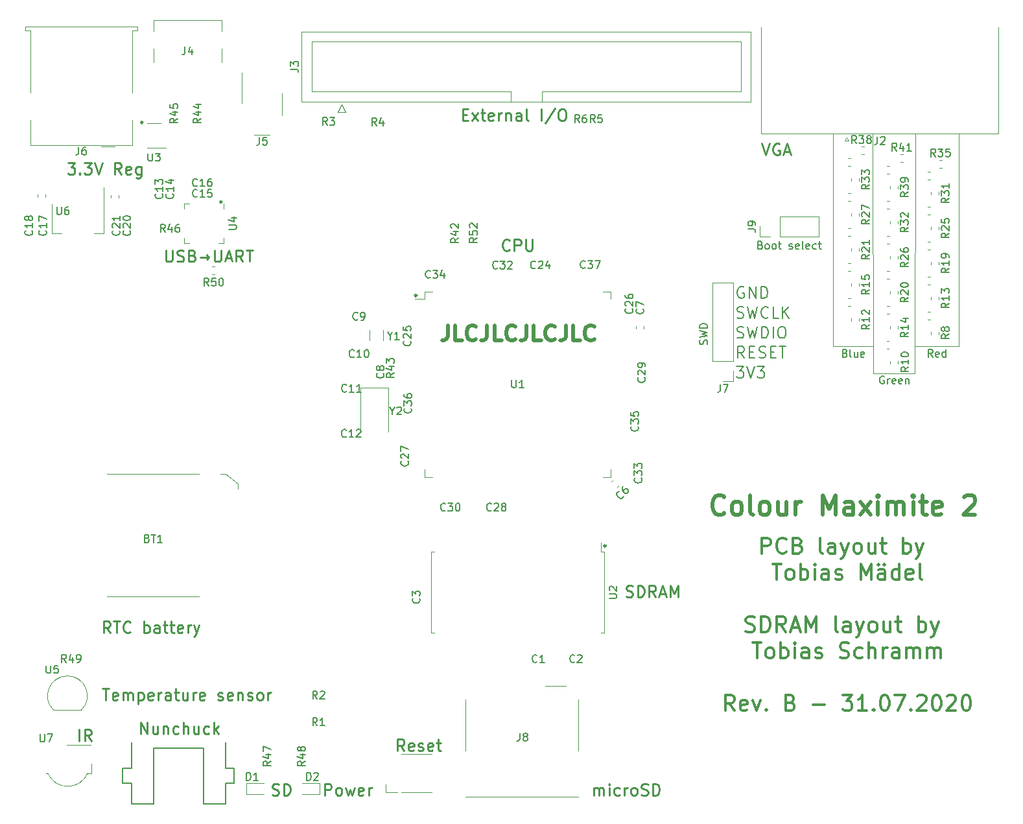
<source format=gto>
%TF.GenerationSoftware,KiCad,Pcbnew,5.1.6*%
%TF.CreationDate,2020-07-31T05:07:53+02:00*%
%TF.ProjectId,CMM2-JLC,434d4d32-2d4a-44c4-932e-6b696361645f,B*%
%TF.SameCoordinates,Original*%
%TF.FileFunction,Legend,Top*%
%TF.FilePolarity,Positive*%
%FSLAX46Y46*%
G04 Gerber Fmt 4.6, Leading zero omitted, Abs format (unit mm)*
G04 Created by KiCad (PCBNEW 5.1.6) date 2020-07-31 05:07:53*
%MOMM*%
%LPD*%
G01*
G04 APERTURE LIST*
%ADD10C,0.300000*%
%ADD11C,0.500000*%
%ADD12C,0.375000*%
%ADD13C,0.508000*%
%ADD14C,0.254000*%
%ADD15C,0.101600*%
%ADD16C,0.127000*%
%ADD17C,0.120000*%
%ADD18C,0.150000*%
G04 APERTURE END LIST*
D10*
X37000000Y-32900000D02*
G75*
G03*
X37000000Y-32900000I-100000J0D01*
G01*
X97500000Y-88200000D02*
G75*
G03*
X97500000Y-88200000I-100000J0D01*
G01*
X72800000Y-55500000D02*
G75*
G03*
X72800000Y-55500000I-100000J0D01*
G01*
X47350000Y-43300000D02*
G75*
G03*
X47350000Y-43300000I-100000J0D01*
G01*
D11*
X76861904Y-59404761D02*
X76861904Y-60833333D01*
X76766666Y-61119047D01*
X76576190Y-61309523D01*
X76290476Y-61404761D01*
X76100000Y-61404761D01*
X78766666Y-61404761D02*
X77814285Y-61404761D01*
X77814285Y-59404761D01*
X80576190Y-61214285D02*
X80480952Y-61309523D01*
X80195238Y-61404761D01*
X80004761Y-61404761D01*
X79719047Y-61309523D01*
X79528571Y-61119047D01*
X79433333Y-60928571D01*
X79338095Y-60547619D01*
X79338095Y-60261904D01*
X79433333Y-59880952D01*
X79528571Y-59690476D01*
X79719047Y-59500000D01*
X80004761Y-59404761D01*
X80195238Y-59404761D01*
X80480952Y-59500000D01*
X80576190Y-59595238D01*
X82004761Y-59404761D02*
X82004761Y-60833333D01*
X81909523Y-61119047D01*
X81719047Y-61309523D01*
X81433333Y-61404761D01*
X81242857Y-61404761D01*
X83909523Y-61404761D02*
X82957142Y-61404761D01*
X82957142Y-59404761D01*
X85719047Y-61214285D02*
X85623809Y-61309523D01*
X85338095Y-61404761D01*
X85147619Y-61404761D01*
X84861904Y-61309523D01*
X84671428Y-61119047D01*
X84576190Y-60928571D01*
X84480952Y-60547619D01*
X84480952Y-60261904D01*
X84576190Y-59880952D01*
X84671428Y-59690476D01*
X84861904Y-59500000D01*
X85147619Y-59404761D01*
X85338095Y-59404761D01*
X85623809Y-59500000D01*
X85719047Y-59595238D01*
X87147619Y-59404761D02*
X87147619Y-60833333D01*
X87052380Y-61119047D01*
X86861904Y-61309523D01*
X86576190Y-61404761D01*
X86385714Y-61404761D01*
X89052380Y-61404761D02*
X88100000Y-61404761D01*
X88100000Y-59404761D01*
X90861904Y-61214285D02*
X90766666Y-61309523D01*
X90480952Y-61404761D01*
X90290476Y-61404761D01*
X90004761Y-61309523D01*
X89814285Y-61119047D01*
X89719047Y-60928571D01*
X89623809Y-60547619D01*
X89623809Y-60261904D01*
X89719047Y-59880952D01*
X89814285Y-59690476D01*
X90004761Y-59500000D01*
X90290476Y-59404761D01*
X90480952Y-59404761D01*
X90766666Y-59500000D01*
X90861904Y-59595238D01*
X92290476Y-59404761D02*
X92290476Y-60833333D01*
X92195238Y-61119047D01*
X92004761Y-61309523D01*
X91719047Y-61404761D01*
X91528571Y-61404761D01*
X94195238Y-61404761D02*
X93242857Y-61404761D01*
X93242857Y-59404761D01*
X96004761Y-61214285D02*
X95909523Y-61309523D01*
X95623809Y-61404761D01*
X95433333Y-61404761D01*
X95147619Y-61309523D01*
X94957142Y-61119047D01*
X94861904Y-60928571D01*
X94766666Y-60547619D01*
X94766666Y-60261904D01*
X94861904Y-59880952D01*
X94957142Y-59690476D01*
X95147619Y-59500000D01*
X95433333Y-59404761D01*
X95623809Y-59404761D01*
X95909523Y-59500000D01*
X96004761Y-59595238D01*
D12*
X117875619Y-89200238D02*
X117875619Y-87168238D01*
X118649714Y-87168238D01*
X118843238Y-87265000D01*
X118940000Y-87361761D01*
X119036761Y-87555285D01*
X119036761Y-87845571D01*
X118940000Y-88039095D01*
X118843238Y-88135857D01*
X118649714Y-88232619D01*
X117875619Y-88232619D01*
X121068761Y-89006714D02*
X120972000Y-89103476D01*
X120681714Y-89200238D01*
X120488190Y-89200238D01*
X120197904Y-89103476D01*
X120004380Y-88909952D01*
X119907619Y-88716428D01*
X119810857Y-88329380D01*
X119810857Y-88039095D01*
X119907619Y-87652047D01*
X120004380Y-87458523D01*
X120197904Y-87265000D01*
X120488190Y-87168238D01*
X120681714Y-87168238D01*
X120972000Y-87265000D01*
X121068761Y-87361761D01*
X122616952Y-88135857D02*
X122907238Y-88232619D01*
X123004000Y-88329380D01*
X123100761Y-88522904D01*
X123100761Y-88813190D01*
X123004000Y-89006714D01*
X122907238Y-89103476D01*
X122713714Y-89200238D01*
X121939619Y-89200238D01*
X121939619Y-87168238D01*
X122616952Y-87168238D01*
X122810476Y-87265000D01*
X122907238Y-87361761D01*
X123004000Y-87555285D01*
X123004000Y-87748809D01*
X122907238Y-87942333D01*
X122810476Y-88039095D01*
X122616952Y-88135857D01*
X121939619Y-88135857D01*
X125810095Y-89200238D02*
X125616571Y-89103476D01*
X125519809Y-88909952D01*
X125519809Y-87168238D01*
X127455047Y-89200238D02*
X127455047Y-88135857D01*
X127358285Y-87942333D01*
X127164761Y-87845571D01*
X126777714Y-87845571D01*
X126584190Y-87942333D01*
X127455047Y-89103476D02*
X127261523Y-89200238D01*
X126777714Y-89200238D01*
X126584190Y-89103476D01*
X126487428Y-88909952D01*
X126487428Y-88716428D01*
X126584190Y-88522904D01*
X126777714Y-88426142D01*
X127261523Y-88426142D01*
X127455047Y-88329380D01*
X128229142Y-87845571D02*
X128712952Y-89200238D01*
X129196761Y-87845571D02*
X128712952Y-89200238D01*
X128519428Y-89684047D01*
X128422666Y-89780809D01*
X128229142Y-89877571D01*
X130261142Y-89200238D02*
X130067619Y-89103476D01*
X129970857Y-89006714D01*
X129874095Y-88813190D01*
X129874095Y-88232619D01*
X129970857Y-88039095D01*
X130067619Y-87942333D01*
X130261142Y-87845571D01*
X130551428Y-87845571D01*
X130744952Y-87942333D01*
X130841714Y-88039095D01*
X130938476Y-88232619D01*
X130938476Y-88813190D01*
X130841714Y-89006714D01*
X130744952Y-89103476D01*
X130551428Y-89200238D01*
X130261142Y-89200238D01*
X132680190Y-87845571D02*
X132680190Y-89200238D01*
X131809333Y-87845571D02*
X131809333Y-88909952D01*
X131906095Y-89103476D01*
X132099619Y-89200238D01*
X132389904Y-89200238D01*
X132583428Y-89103476D01*
X132680190Y-89006714D01*
X133357523Y-87845571D02*
X134131619Y-87845571D01*
X133647809Y-87168238D02*
X133647809Y-88909952D01*
X133744571Y-89103476D01*
X133938095Y-89200238D01*
X134131619Y-89200238D01*
X136357142Y-89200238D02*
X136357142Y-87168238D01*
X136357142Y-87942333D02*
X136550666Y-87845571D01*
X136937714Y-87845571D01*
X137131238Y-87942333D01*
X137228000Y-88039095D01*
X137324761Y-88232619D01*
X137324761Y-88813190D01*
X137228000Y-89006714D01*
X137131238Y-89103476D01*
X136937714Y-89200238D01*
X136550666Y-89200238D01*
X136357142Y-89103476D01*
X138002095Y-87845571D02*
X138485904Y-89200238D01*
X138969714Y-87845571D02*
X138485904Y-89200238D01*
X138292380Y-89684047D01*
X138195619Y-89780809D01*
X138002095Y-89877571D01*
X119278666Y-90591238D02*
X120439809Y-90591238D01*
X119859238Y-92623238D02*
X119859238Y-90591238D01*
X121407428Y-92623238D02*
X121213904Y-92526476D01*
X121117142Y-92429714D01*
X121020380Y-92236190D01*
X121020380Y-91655619D01*
X121117142Y-91462095D01*
X121213904Y-91365333D01*
X121407428Y-91268571D01*
X121697714Y-91268571D01*
X121891238Y-91365333D01*
X121988000Y-91462095D01*
X122084761Y-91655619D01*
X122084761Y-92236190D01*
X121988000Y-92429714D01*
X121891238Y-92526476D01*
X121697714Y-92623238D01*
X121407428Y-92623238D01*
X122955619Y-92623238D02*
X122955619Y-90591238D01*
X122955619Y-91365333D02*
X123149142Y-91268571D01*
X123536190Y-91268571D01*
X123729714Y-91365333D01*
X123826476Y-91462095D01*
X123923238Y-91655619D01*
X123923238Y-92236190D01*
X123826476Y-92429714D01*
X123729714Y-92526476D01*
X123536190Y-92623238D01*
X123149142Y-92623238D01*
X122955619Y-92526476D01*
X124794095Y-92623238D02*
X124794095Y-91268571D01*
X124794095Y-90591238D02*
X124697333Y-90688000D01*
X124794095Y-90784761D01*
X124890857Y-90688000D01*
X124794095Y-90591238D01*
X124794095Y-90784761D01*
X126632571Y-92623238D02*
X126632571Y-91558857D01*
X126535809Y-91365333D01*
X126342285Y-91268571D01*
X125955238Y-91268571D01*
X125761714Y-91365333D01*
X126632571Y-92526476D02*
X126439047Y-92623238D01*
X125955238Y-92623238D01*
X125761714Y-92526476D01*
X125664952Y-92332952D01*
X125664952Y-92139428D01*
X125761714Y-91945904D01*
X125955238Y-91849142D01*
X126439047Y-91849142D01*
X126632571Y-91752380D01*
X127503428Y-92526476D02*
X127696952Y-92623238D01*
X128084000Y-92623238D01*
X128277523Y-92526476D01*
X128374285Y-92332952D01*
X128374285Y-92236190D01*
X128277523Y-92042666D01*
X128084000Y-91945904D01*
X127793714Y-91945904D01*
X127600190Y-91849142D01*
X127503428Y-91655619D01*
X127503428Y-91558857D01*
X127600190Y-91365333D01*
X127793714Y-91268571D01*
X128084000Y-91268571D01*
X128277523Y-91365333D01*
X130793333Y-92623238D02*
X130793333Y-90591238D01*
X131470666Y-92042666D01*
X132148000Y-90591238D01*
X132148000Y-92623238D01*
X133986476Y-92623238D02*
X133986476Y-91558857D01*
X133889714Y-91365333D01*
X133696190Y-91268571D01*
X133309142Y-91268571D01*
X133115619Y-91365333D01*
X133986476Y-92526476D02*
X133792952Y-92623238D01*
X133309142Y-92623238D01*
X133115619Y-92526476D01*
X133018857Y-92332952D01*
X133018857Y-92139428D01*
X133115619Y-91945904D01*
X133309142Y-91849142D01*
X133792952Y-91849142D01*
X133986476Y-91752380D01*
X133115619Y-90591238D02*
X133212380Y-90688000D01*
X133115619Y-90784761D01*
X133018857Y-90688000D01*
X133115619Y-90591238D01*
X133115619Y-90784761D01*
X133889714Y-90591238D02*
X133986476Y-90688000D01*
X133889714Y-90784761D01*
X133792952Y-90688000D01*
X133889714Y-90591238D01*
X133889714Y-90784761D01*
X135824952Y-92623238D02*
X135824952Y-90591238D01*
X135824952Y-92526476D02*
X135631428Y-92623238D01*
X135244380Y-92623238D01*
X135050857Y-92526476D01*
X134954095Y-92429714D01*
X134857333Y-92236190D01*
X134857333Y-91655619D01*
X134954095Y-91462095D01*
X135050857Y-91365333D01*
X135244380Y-91268571D01*
X135631428Y-91268571D01*
X135824952Y-91365333D01*
X137566666Y-92526476D02*
X137373142Y-92623238D01*
X136986095Y-92623238D01*
X136792571Y-92526476D01*
X136695809Y-92332952D01*
X136695809Y-91558857D01*
X136792571Y-91365333D01*
X136986095Y-91268571D01*
X137373142Y-91268571D01*
X137566666Y-91365333D01*
X137663428Y-91558857D01*
X137663428Y-91752380D01*
X136695809Y-91945904D01*
X138824571Y-92623238D02*
X138631047Y-92526476D01*
X138534285Y-92332952D01*
X138534285Y-90591238D01*
X115795238Y-99372476D02*
X116085523Y-99469238D01*
X116569333Y-99469238D01*
X116762857Y-99372476D01*
X116859619Y-99275714D01*
X116956380Y-99082190D01*
X116956380Y-98888666D01*
X116859619Y-98695142D01*
X116762857Y-98598380D01*
X116569333Y-98501619D01*
X116182285Y-98404857D01*
X115988761Y-98308095D01*
X115892000Y-98211333D01*
X115795238Y-98017809D01*
X115795238Y-97824285D01*
X115892000Y-97630761D01*
X115988761Y-97534000D01*
X116182285Y-97437238D01*
X116666095Y-97437238D01*
X116956380Y-97534000D01*
X117827238Y-99469238D02*
X117827238Y-97437238D01*
X118311047Y-97437238D01*
X118601333Y-97534000D01*
X118794857Y-97727523D01*
X118891619Y-97921047D01*
X118988380Y-98308095D01*
X118988380Y-98598380D01*
X118891619Y-98985428D01*
X118794857Y-99178952D01*
X118601333Y-99372476D01*
X118311047Y-99469238D01*
X117827238Y-99469238D01*
X121020380Y-99469238D02*
X120343047Y-98501619D01*
X119859238Y-99469238D02*
X119859238Y-97437238D01*
X120633333Y-97437238D01*
X120826857Y-97534000D01*
X120923619Y-97630761D01*
X121020380Y-97824285D01*
X121020380Y-98114571D01*
X120923619Y-98308095D01*
X120826857Y-98404857D01*
X120633333Y-98501619D01*
X119859238Y-98501619D01*
X121794476Y-98888666D02*
X122762095Y-98888666D01*
X121600952Y-99469238D02*
X122278285Y-97437238D01*
X122955619Y-99469238D01*
X123632952Y-99469238D02*
X123632952Y-97437238D01*
X124310285Y-98888666D01*
X124987619Y-97437238D01*
X124987619Y-99469238D01*
X127793714Y-99469238D02*
X127600190Y-99372476D01*
X127503428Y-99178952D01*
X127503428Y-97437238D01*
X129438666Y-99469238D02*
X129438666Y-98404857D01*
X129341904Y-98211333D01*
X129148380Y-98114571D01*
X128761333Y-98114571D01*
X128567809Y-98211333D01*
X129438666Y-99372476D02*
X129245142Y-99469238D01*
X128761333Y-99469238D01*
X128567809Y-99372476D01*
X128471047Y-99178952D01*
X128471047Y-98985428D01*
X128567809Y-98791904D01*
X128761333Y-98695142D01*
X129245142Y-98695142D01*
X129438666Y-98598380D01*
X130212761Y-98114571D02*
X130696571Y-99469238D01*
X131180380Y-98114571D02*
X130696571Y-99469238D01*
X130503047Y-99953047D01*
X130406285Y-100049809D01*
X130212761Y-100146571D01*
X132244761Y-99469238D02*
X132051238Y-99372476D01*
X131954476Y-99275714D01*
X131857714Y-99082190D01*
X131857714Y-98501619D01*
X131954476Y-98308095D01*
X132051238Y-98211333D01*
X132244761Y-98114571D01*
X132535047Y-98114571D01*
X132728571Y-98211333D01*
X132825333Y-98308095D01*
X132922095Y-98501619D01*
X132922095Y-99082190D01*
X132825333Y-99275714D01*
X132728571Y-99372476D01*
X132535047Y-99469238D01*
X132244761Y-99469238D01*
X134663809Y-98114571D02*
X134663809Y-99469238D01*
X133792952Y-98114571D02*
X133792952Y-99178952D01*
X133889714Y-99372476D01*
X134083238Y-99469238D01*
X134373523Y-99469238D01*
X134567047Y-99372476D01*
X134663809Y-99275714D01*
X135341142Y-98114571D02*
X136115238Y-98114571D01*
X135631428Y-97437238D02*
X135631428Y-99178952D01*
X135728190Y-99372476D01*
X135921714Y-99469238D01*
X136115238Y-99469238D01*
X138340761Y-99469238D02*
X138340761Y-97437238D01*
X138340761Y-98211333D02*
X138534285Y-98114571D01*
X138921333Y-98114571D01*
X139114857Y-98211333D01*
X139211619Y-98308095D01*
X139308380Y-98501619D01*
X139308380Y-99082190D01*
X139211619Y-99275714D01*
X139114857Y-99372476D01*
X138921333Y-99469238D01*
X138534285Y-99469238D01*
X138340761Y-99372476D01*
X139985714Y-98114571D02*
X140469523Y-99469238D01*
X140953333Y-98114571D02*
X140469523Y-99469238D01*
X140276000Y-99953047D01*
X140179238Y-100049809D01*
X139985714Y-100146571D01*
X116666095Y-100860238D02*
X117827238Y-100860238D01*
X117246666Y-102892238D02*
X117246666Y-100860238D01*
X118794857Y-102892238D02*
X118601333Y-102795476D01*
X118504571Y-102698714D01*
X118407809Y-102505190D01*
X118407809Y-101924619D01*
X118504571Y-101731095D01*
X118601333Y-101634333D01*
X118794857Y-101537571D01*
X119085142Y-101537571D01*
X119278666Y-101634333D01*
X119375428Y-101731095D01*
X119472190Y-101924619D01*
X119472190Y-102505190D01*
X119375428Y-102698714D01*
X119278666Y-102795476D01*
X119085142Y-102892238D01*
X118794857Y-102892238D01*
X120343047Y-102892238D02*
X120343047Y-100860238D01*
X120343047Y-101634333D02*
X120536571Y-101537571D01*
X120923619Y-101537571D01*
X121117142Y-101634333D01*
X121213904Y-101731095D01*
X121310666Y-101924619D01*
X121310666Y-102505190D01*
X121213904Y-102698714D01*
X121117142Y-102795476D01*
X120923619Y-102892238D01*
X120536571Y-102892238D01*
X120343047Y-102795476D01*
X122181523Y-102892238D02*
X122181523Y-101537571D01*
X122181523Y-100860238D02*
X122084761Y-100957000D01*
X122181523Y-101053761D01*
X122278285Y-100957000D01*
X122181523Y-100860238D01*
X122181523Y-101053761D01*
X124020000Y-102892238D02*
X124020000Y-101827857D01*
X123923238Y-101634333D01*
X123729714Y-101537571D01*
X123342666Y-101537571D01*
X123149142Y-101634333D01*
X124020000Y-102795476D02*
X123826476Y-102892238D01*
X123342666Y-102892238D01*
X123149142Y-102795476D01*
X123052380Y-102601952D01*
X123052380Y-102408428D01*
X123149142Y-102214904D01*
X123342666Y-102118142D01*
X123826476Y-102118142D01*
X124020000Y-102021380D01*
X124890857Y-102795476D02*
X125084380Y-102892238D01*
X125471428Y-102892238D01*
X125664952Y-102795476D01*
X125761714Y-102601952D01*
X125761714Y-102505190D01*
X125664952Y-102311666D01*
X125471428Y-102214904D01*
X125181142Y-102214904D01*
X124987619Y-102118142D01*
X124890857Y-101924619D01*
X124890857Y-101827857D01*
X124987619Y-101634333D01*
X125181142Y-101537571D01*
X125471428Y-101537571D01*
X125664952Y-101634333D01*
X128084000Y-102795476D02*
X128374285Y-102892238D01*
X128858095Y-102892238D01*
X129051619Y-102795476D01*
X129148380Y-102698714D01*
X129245142Y-102505190D01*
X129245142Y-102311666D01*
X129148380Y-102118142D01*
X129051619Y-102021380D01*
X128858095Y-101924619D01*
X128471047Y-101827857D01*
X128277523Y-101731095D01*
X128180761Y-101634333D01*
X128084000Y-101440809D01*
X128084000Y-101247285D01*
X128180761Y-101053761D01*
X128277523Y-100957000D01*
X128471047Y-100860238D01*
X128954857Y-100860238D01*
X129245142Y-100957000D01*
X130986857Y-102795476D02*
X130793333Y-102892238D01*
X130406285Y-102892238D01*
X130212761Y-102795476D01*
X130116000Y-102698714D01*
X130019238Y-102505190D01*
X130019238Y-101924619D01*
X130116000Y-101731095D01*
X130212761Y-101634333D01*
X130406285Y-101537571D01*
X130793333Y-101537571D01*
X130986857Y-101634333D01*
X131857714Y-102892238D02*
X131857714Y-100860238D01*
X132728571Y-102892238D02*
X132728571Y-101827857D01*
X132631809Y-101634333D01*
X132438285Y-101537571D01*
X132148000Y-101537571D01*
X131954476Y-101634333D01*
X131857714Y-101731095D01*
X133696190Y-102892238D02*
X133696190Y-101537571D01*
X133696190Y-101924619D02*
X133792952Y-101731095D01*
X133889714Y-101634333D01*
X134083238Y-101537571D01*
X134276761Y-101537571D01*
X135824952Y-102892238D02*
X135824952Y-101827857D01*
X135728190Y-101634333D01*
X135534666Y-101537571D01*
X135147619Y-101537571D01*
X134954095Y-101634333D01*
X135824952Y-102795476D02*
X135631428Y-102892238D01*
X135147619Y-102892238D01*
X134954095Y-102795476D01*
X134857333Y-102601952D01*
X134857333Y-102408428D01*
X134954095Y-102214904D01*
X135147619Y-102118142D01*
X135631428Y-102118142D01*
X135824952Y-102021380D01*
X136792571Y-102892238D02*
X136792571Y-101537571D01*
X136792571Y-101731095D02*
X136889333Y-101634333D01*
X137082857Y-101537571D01*
X137373142Y-101537571D01*
X137566666Y-101634333D01*
X137663428Y-101827857D01*
X137663428Y-102892238D01*
X137663428Y-101827857D02*
X137760190Y-101634333D01*
X137953714Y-101537571D01*
X138244000Y-101537571D01*
X138437523Y-101634333D01*
X138534285Y-101827857D01*
X138534285Y-102892238D01*
X139501904Y-102892238D02*
X139501904Y-101537571D01*
X139501904Y-101731095D02*
X139598666Y-101634333D01*
X139792190Y-101537571D01*
X140082476Y-101537571D01*
X140276000Y-101634333D01*
X140372761Y-101827857D01*
X140372761Y-102892238D01*
X140372761Y-101827857D02*
X140469523Y-101634333D01*
X140663047Y-101537571D01*
X140953333Y-101537571D01*
X141146857Y-101634333D01*
X141243619Y-101827857D01*
X141243619Y-102892238D01*
X114295428Y-109738238D02*
X113618095Y-108770619D01*
X113134285Y-109738238D02*
X113134285Y-107706238D01*
X113908380Y-107706238D01*
X114101904Y-107803000D01*
X114198666Y-107899761D01*
X114295428Y-108093285D01*
X114295428Y-108383571D01*
X114198666Y-108577095D01*
X114101904Y-108673857D01*
X113908380Y-108770619D01*
X113134285Y-108770619D01*
X115940380Y-109641476D02*
X115746857Y-109738238D01*
X115359809Y-109738238D01*
X115166285Y-109641476D01*
X115069523Y-109447952D01*
X115069523Y-108673857D01*
X115166285Y-108480333D01*
X115359809Y-108383571D01*
X115746857Y-108383571D01*
X115940380Y-108480333D01*
X116037142Y-108673857D01*
X116037142Y-108867380D01*
X115069523Y-109060904D01*
X116714476Y-108383571D02*
X117198285Y-109738238D01*
X117682095Y-108383571D01*
X118456190Y-109544714D02*
X118552952Y-109641476D01*
X118456190Y-109738238D01*
X118359428Y-109641476D01*
X118456190Y-109544714D01*
X118456190Y-109738238D01*
X121649333Y-108673857D02*
X121939619Y-108770619D01*
X122036380Y-108867380D01*
X122133142Y-109060904D01*
X122133142Y-109351190D01*
X122036380Y-109544714D01*
X121939619Y-109641476D01*
X121746095Y-109738238D01*
X120972000Y-109738238D01*
X120972000Y-107706238D01*
X121649333Y-107706238D01*
X121842857Y-107803000D01*
X121939619Y-107899761D01*
X122036380Y-108093285D01*
X122036380Y-108286809D01*
X121939619Y-108480333D01*
X121842857Y-108577095D01*
X121649333Y-108673857D01*
X120972000Y-108673857D01*
X124552190Y-108964142D02*
X126100380Y-108964142D01*
X128422666Y-107706238D02*
X129680571Y-107706238D01*
X129003238Y-108480333D01*
X129293523Y-108480333D01*
X129487047Y-108577095D01*
X129583809Y-108673857D01*
X129680571Y-108867380D01*
X129680571Y-109351190D01*
X129583809Y-109544714D01*
X129487047Y-109641476D01*
X129293523Y-109738238D01*
X128712952Y-109738238D01*
X128519428Y-109641476D01*
X128422666Y-109544714D01*
X131615809Y-109738238D02*
X130454666Y-109738238D01*
X131035238Y-109738238D02*
X131035238Y-107706238D01*
X130841714Y-107996523D01*
X130648190Y-108190047D01*
X130454666Y-108286809D01*
X132486666Y-109544714D02*
X132583428Y-109641476D01*
X132486666Y-109738238D01*
X132389904Y-109641476D01*
X132486666Y-109544714D01*
X132486666Y-109738238D01*
X133841333Y-107706238D02*
X134034857Y-107706238D01*
X134228380Y-107803000D01*
X134325142Y-107899761D01*
X134421904Y-108093285D01*
X134518666Y-108480333D01*
X134518666Y-108964142D01*
X134421904Y-109351190D01*
X134325142Y-109544714D01*
X134228380Y-109641476D01*
X134034857Y-109738238D01*
X133841333Y-109738238D01*
X133647809Y-109641476D01*
X133551047Y-109544714D01*
X133454285Y-109351190D01*
X133357523Y-108964142D01*
X133357523Y-108480333D01*
X133454285Y-108093285D01*
X133551047Y-107899761D01*
X133647809Y-107803000D01*
X133841333Y-107706238D01*
X135196000Y-107706238D02*
X136550666Y-107706238D01*
X135679809Y-109738238D01*
X137324761Y-109544714D02*
X137421523Y-109641476D01*
X137324761Y-109738238D01*
X137228000Y-109641476D01*
X137324761Y-109544714D01*
X137324761Y-109738238D01*
X138195619Y-107899761D02*
X138292380Y-107803000D01*
X138485904Y-107706238D01*
X138969714Y-107706238D01*
X139163238Y-107803000D01*
X139260000Y-107899761D01*
X139356761Y-108093285D01*
X139356761Y-108286809D01*
X139260000Y-108577095D01*
X138098857Y-109738238D01*
X139356761Y-109738238D01*
X140614666Y-107706238D02*
X140808190Y-107706238D01*
X141001714Y-107803000D01*
X141098476Y-107899761D01*
X141195238Y-108093285D01*
X141292000Y-108480333D01*
X141292000Y-108964142D01*
X141195238Y-109351190D01*
X141098476Y-109544714D01*
X141001714Y-109641476D01*
X140808190Y-109738238D01*
X140614666Y-109738238D01*
X140421142Y-109641476D01*
X140324380Y-109544714D01*
X140227619Y-109351190D01*
X140130857Y-108964142D01*
X140130857Y-108480333D01*
X140227619Y-108093285D01*
X140324380Y-107899761D01*
X140421142Y-107803000D01*
X140614666Y-107706238D01*
X142066095Y-107899761D02*
X142162857Y-107803000D01*
X142356380Y-107706238D01*
X142840190Y-107706238D01*
X143033714Y-107803000D01*
X143130476Y-107899761D01*
X143227238Y-108093285D01*
X143227238Y-108286809D01*
X143130476Y-108577095D01*
X141969333Y-109738238D01*
X143227238Y-109738238D01*
X144485142Y-107706238D02*
X144678666Y-107706238D01*
X144872190Y-107803000D01*
X144968952Y-107899761D01*
X145065714Y-108093285D01*
X145162476Y-108480333D01*
X145162476Y-108964142D01*
X145065714Y-109351190D01*
X144968952Y-109544714D01*
X144872190Y-109641476D01*
X144678666Y-109738238D01*
X144485142Y-109738238D01*
X144291619Y-109641476D01*
X144194857Y-109544714D01*
X144098095Y-109351190D01*
X144001333Y-108964142D01*
X144001333Y-108480333D01*
X144098095Y-108093285D01*
X144194857Y-107899761D01*
X144291619Y-107803000D01*
X144485142Y-107706238D01*
D13*
X112986390Y-83907142D02*
X112865438Y-84028095D01*
X112502580Y-84149047D01*
X112260676Y-84149047D01*
X111897819Y-84028095D01*
X111655914Y-83786190D01*
X111534961Y-83544285D01*
X111414009Y-83060476D01*
X111414009Y-82697619D01*
X111534961Y-82213809D01*
X111655914Y-81971904D01*
X111897819Y-81730000D01*
X112260676Y-81609047D01*
X112502580Y-81609047D01*
X112865438Y-81730000D01*
X112986390Y-81850952D01*
X114437819Y-84149047D02*
X114195914Y-84028095D01*
X114074961Y-83907142D01*
X113954009Y-83665238D01*
X113954009Y-82939523D01*
X114074961Y-82697619D01*
X114195914Y-82576666D01*
X114437819Y-82455714D01*
X114800676Y-82455714D01*
X115042580Y-82576666D01*
X115163533Y-82697619D01*
X115284485Y-82939523D01*
X115284485Y-83665238D01*
X115163533Y-83907142D01*
X115042580Y-84028095D01*
X114800676Y-84149047D01*
X114437819Y-84149047D01*
X116735914Y-84149047D02*
X116494009Y-84028095D01*
X116373057Y-83786190D01*
X116373057Y-81609047D01*
X118066390Y-84149047D02*
X117824485Y-84028095D01*
X117703533Y-83907142D01*
X117582580Y-83665238D01*
X117582580Y-82939523D01*
X117703533Y-82697619D01*
X117824485Y-82576666D01*
X118066390Y-82455714D01*
X118429247Y-82455714D01*
X118671152Y-82576666D01*
X118792104Y-82697619D01*
X118913057Y-82939523D01*
X118913057Y-83665238D01*
X118792104Y-83907142D01*
X118671152Y-84028095D01*
X118429247Y-84149047D01*
X118066390Y-84149047D01*
X121090200Y-82455714D02*
X121090200Y-84149047D01*
X120001628Y-82455714D02*
X120001628Y-83786190D01*
X120122580Y-84028095D01*
X120364485Y-84149047D01*
X120727342Y-84149047D01*
X120969247Y-84028095D01*
X121090200Y-83907142D01*
X122299723Y-84149047D02*
X122299723Y-82455714D01*
X122299723Y-82939523D02*
X122420676Y-82697619D01*
X122541628Y-82576666D01*
X122783533Y-82455714D01*
X123025438Y-82455714D01*
X125807342Y-84149047D02*
X125807342Y-81609047D01*
X126654009Y-83423333D01*
X127500676Y-81609047D01*
X127500676Y-84149047D01*
X129798771Y-84149047D02*
X129798771Y-82818571D01*
X129677819Y-82576666D01*
X129435914Y-82455714D01*
X128952104Y-82455714D01*
X128710200Y-82576666D01*
X129798771Y-84028095D02*
X129556866Y-84149047D01*
X128952104Y-84149047D01*
X128710200Y-84028095D01*
X128589247Y-83786190D01*
X128589247Y-83544285D01*
X128710200Y-83302380D01*
X128952104Y-83181428D01*
X129556866Y-83181428D01*
X129798771Y-83060476D01*
X130766390Y-84149047D02*
X132096866Y-82455714D01*
X130766390Y-82455714D02*
X132096866Y-84149047D01*
X133064485Y-84149047D02*
X133064485Y-82455714D01*
X133064485Y-81609047D02*
X132943533Y-81730000D01*
X133064485Y-81850952D01*
X133185438Y-81730000D01*
X133064485Y-81609047D01*
X133064485Y-81850952D01*
X134274009Y-84149047D02*
X134274009Y-82455714D01*
X134274009Y-82697619D02*
X134394961Y-82576666D01*
X134636866Y-82455714D01*
X134999723Y-82455714D01*
X135241628Y-82576666D01*
X135362580Y-82818571D01*
X135362580Y-84149047D01*
X135362580Y-82818571D02*
X135483533Y-82576666D01*
X135725438Y-82455714D01*
X136088295Y-82455714D01*
X136330200Y-82576666D01*
X136451152Y-82818571D01*
X136451152Y-84149047D01*
X137660676Y-84149047D02*
X137660676Y-82455714D01*
X137660676Y-81609047D02*
X137539723Y-81730000D01*
X137660676Y-81850952D01*
X137781628Y-81730000D01*
X137660676Y-81609047D01*
X137660676Y-81850952D01*
X138507342Y-82455714D02*
X139474961Y-82455714D01*
X138870200Y-81609047D02*
X138870200Y-83786190D01*
X138991152Y-84028095D01*
X139233057Y-84149047D01*
X139474961Y-84149047D01*
X141289247Y-84028095D02*
X141047342Y-84149047D01*
X140563533Y-84149047D01*
X140321628Y-84028095D01*
X140200676Y-83786190D01*
X140200676Y-82818571D01*
X140321628Y-82576666D01*
X140563533Y-82455714D01*
X141047342Y-82455714D01*
X141289247Y-82576666D01*
X141410200Y-82818571D01*
X141410200Y-83060476D01*
X140200676Y-83302380D01*
X144313057Y-81850952D02*
X144434009Y-81730000D01*
X144675914Y-81609047D01*
X145280676Y-81609047D01*
X145522580Y-81730000D01*
X145643533Y-81850952D01*
X145764485Y-82092857D01*
X145764485Y-82334761D01*
X145643533Y-82697619D01*
X144192104Y-84149047D01*
X145764485Y-84149047D01*
D14*
X78822242Y-31892857D02*
X79322242Y-31892857D01*
X79536528Y-32678571D02*
X78822242Y-32678571D01*
X78822242Y-31178571D01*
X79536528Y-31178571D01*
X80036528Y-32678571D02*
X80822242Y-31678571D01*
X80036528Y-31678571D02*
X80822242Y-32678571D01*
X81179385Y-31678571D02*
X81750814Y-31678571D01*
X81393671Y-31178571D02*
X81393671Y-32464285D01*
X81465100Y-32607142D01*
X81607957Y-32678571D01*
X81750814Y-32678571D01*
X82822242Y-32607142D02*
X82679385Y-32678571D01*
X82393671Y-32678571D01*
X82250814Y-32607142D01*
X82179385Y-32464285D01*
X82179385Y-31892857D01*
X82250814Y-31750000D01*
X82393671Y-31678571D01*
X82679385Y-31678571D01*
X82822242Y-31750000D01*
X82893671Y-31892857D01*
X82893671Y-32035714D01*
X82179385Y-32178571D01*
X83536528Y-32678571D02*
X83536528Y-31678571D01*
X83536528Y-31964285D02*
X83607957Y-31821428D01*
X83679385Y-31750000D01*
X83822242Y-31678571D01*
X83965100Y-31678571D01*
X84465100Y-31678571D02*
X84465100Y-32678571D01*
X84465100Y-31821428D02*
X84536528Y-31750000D01*
X84679385Y-31678571D01*
X84893671Y-31678571D01*
X85036528Y-31750000D01*
X85107957Y-31892857D01*
X85107957Y-32678571D01*
X86465100Y-32678571D02*
X86465100Y-31892857D01*
X86393671Y-31750000D01*
X86250814Y-31678571D01*
X85965100Y-31678571D01*
X85822242Y-31750000D01*
X86465100Y-32607142D02*
X86322242Y-32678571D01*
X85965100Y-32678571D01*
X85822242Y-32607142D01*
X85750814Y-32464285D01*
X85750814Y-32321428D01*
X85822242Y-32178571D01*
X85965100Y-32107142D01*
X86322242Y-32107142D01*
X86465100Y-32035714D01*
X87393671Y-32678571D02*
X87250814Y-32607142D01*
X87179385Y-32464285D01*
X87179385Y-31178571D01*
X89107957Y-32678571D02*
X89107957Y-31178571D01*
X90893671Y-31107142D02*
X89607957Y-33035714D01*
X91679385Y-31178571D02*
X91965100Y-31178571D01*
X92107957Y-31250000D01*
X92250814Y-31392857D01*
X92322242Y-31678571D01*
X92322242Y-32178571D01*
X92250814Y-32464285D01*
X92107957Y-32607142D01*
X91965100Y-32678571D01*
X91679385Y-32678571D01*
X91536528Y-32607142D01*
X91393671Y-32464285D01*
X91322242Y-32178571D01*
X91322242Y-31678571D01*
X91393671Y-31392857D01*
X91536528Y-31250000D01*
X91679385Y-31178571D01*
X27242857Y-38178571D02*
X28171428Y-38178571D01*
X27671428Y-38750000D01*
X27885714Y-38750000D01*
X28028571Y-38821428D01*
X28100000Y-38892857D01*
X28171428Y-39035714D01*
X28171428Y-39392857D01*
X28100000Y-39535714D01*
X28028571Y-39607142D01*
X27885714Y-39678571D01*
X27457142Y-39678571D01*
X27314285Y-39607142D01*
X27242857Y-39535714D01*
X28814285Y-39535714D02*
X28885714Y-39607142D01*
X28814285Y-39678571D01*
X28742857Y-39607142D01*
X28814285Y-39535714D01*
X28814285Y-39678571D01*
X29385714Y-38178571D02*
X30314285Y-38178571D01*
X29814285Y-38750000D01*
X30028571Y-38750000D01*
X30171428Y-38821428D01*
X30242857Y-38892857D01*
X30314285Y-39035714D01*
X30314285Y-39392857D01*
X30242857Y-39535714D01*
X30171428Y-39607142D01*
X30028571Y-39678571D01*
X29600000Y-39678571D01*
X29457142Y-39607142D01*
X29385714Y-39535714D01*
X30742857Y-38178571D02*
X31242857Y-39678571D01*
X31742857Y-38178571D01*
X34242857Y-39678571D02*
X33742857Y-38964285D01*
X33385714Y-39678571D02*
X33385714Y-38178571D01*
X33957142Y-38178571D01*
X34100000Y-38250000D01*
X34171428Y-38321428D01*
X34242857Y-38464285D01*
X34242857Y-38678571D01*
X34171428Y-38821428D01*
X34100000Y-38892857D01*
X33957142Y-38964285D01*
X33385714Y-38964285D01*
X35457142Y-39607142D02*
X35314285Y-39678571D01*
X35028571Y-39678571D01*
X34885714Y-39607142D01*
X34814285Y-39464285D01*
X34814285Y-38892857D01*
X34885714Y-38750000D01*
X35028571Y-38678571D01*
X35314285Y-38678571D01*
X35457142Y-38750000D01*
X35528571Y-38892857D01*
X35528571Y-39035714D01*
X34814285Y-39178571D01*
X36814285Y-38678571D02*
X36814285Y-39892857D01*
X36742857Y-40035714D01*
X36671428Y-40107142D01*
X36528571Y-40178571D01*
X36314285Y-40178571D01*
X36171428Y-40107142D01*
X36814285Y-39607142D02*
X36671428Y-39678571D01*
X36385714Y-39678571D01*
X36242857Y-39607142D01*
X36171428Y-39535714D01*
X36100000Y-39392857D01*
X36100000Y-38964285D01*
X36171428Y-38821428D01*
X36242857Y-38750000D01*
X36385714Y-38678571D01*
X36671428Y-38678571D01*
X36814285Y-38750000D01*
X40028571Y-49578571D02*
X40028571Y-50792857D01*
X40100000Y-50935714D01*
X40171428Y-51007142D01*
X40314285Y-51078571D01*
X40600000Y-51078571D01*
X40742857Y-51007142D01*
X40814285Y-50935714D01*
X40885714Y-50792857D01*
X40885714Y-49578571D01*
X41528571Y-51007142D02*
X41742857Y-51078571D01*
X42100000Y-51078571D01*
X42242857Y-51007142D01*
X42314285Y-50935714D01*
X42385714Y-50792857D01*
X42385714Y-50650000D01*
X42314285Y-50507142D01*
X42242857Y-50435714D01*
X42100000Y-50364285D01*
X41814285Y-50292857D01*
X41671428Y-50221428D01*
X41600000Y-50150000D01*
X41528571Y-50007142D01*
X41528571Y-49864285D01*
X41600000Y-49721428D01*
X41671428Y-49650000D01*
X41814285Y-49578571D01*
X42171428Y-49578571D01*
X42385714Y-49650000D01*
X43528571Y-50292857D02*
X43742857Y-50364285D01*
X43814285Y-50435714D01*
X43885714Y-50578571D01*
X43885714Y-50792857D01*
X43814285Y-50935714D01*
X43742857Y-51007142D01*
X43600000Y-51078571D01*
X43028571Y-51078571D01*
X43028571Y-49578571D01*
X43528571Y-49578571D01*
X43671428Y-49650000D01*
X43742857Y-49721428D01*
X43814285Y-49864285D01*
X43814285Y-50007142D01*
X43742857Y-50150000D01*
X43671428Y-50221428D01*
X43528571Y-50292857D01*
X43028571Y-50292857D01*
X44528571Y-50507142D02*
X45671428Y-50507142D01*
X45385714Y-50792857D02*
X45671428Y-50507142D01*
X45385714Y-50221428D01*
X46385714Y-49578571D02*
X46385714Y-50792857D01*
X46457142Y-50935714D01*
X46528571Y-51007142D01*
X46671428Y-51078571D01*
X46957142Y-51078571D01*
X47100000Y-51007142D01*
X47171428Y-50935714D01*
X47242857Y-50792857D01*
X47242857Y-49578571D01*
X47885714Y-50650000D02*
X48600000Y-50650000D01*
X47742857Y-51078571D02*
X48242857Y-49578571D01*
X48742857Y-51078571D01*
X50100000Y-51078571D02*
X49600000Y-50364285D01*
X49242857Y-51078571D02*
X49242857Y-49578571D01*
X49814285Y-49578571D01*
X49957142Y-49650000D01*
X50028571Y-49721428D01*
X50100000Y-49864285D01*
X50100000Y-50078571D01*
X50028571Y-50221428D01*
X49957142Y-50292857D01*
X49814285Y-50364285D01*
X49242857Y-50364285D01*
X50528571Y-49578571D02*
X51385714Y-49578571D01*
X50957142Y-51078571D02*
X50957142Y-49578571D01*
X71179385Y-114978571D02*
X70679385Y-114264285D01*
X70322242Y-114978571D02*
X70322242Y-113478571D01*
X70893671Y-113478571D01*
X71036528Y-113550000D01*
X71107957Y-113621428D01*
X71179385Y-113764285D01*
X71179385Y-113978571D01*
X71107957Y-114121428D01*
X71036528Y-114192857D01*
X70893671Y-114264285D01*
X70322242Y-114264285D01*
X72393671Y-114907142D02*
X72250814Y-114978571D01*
X71965100Y-114978571D01*
X71822242Y-114907142D01*
X71750814Y-114764285D01*
X71750814Y-114192857D01*
X71822242Y-114050000D01*
X71965100Y-113978571D01*
X72250814Y-113978571D01*
X72393671Y-114050000D01*
X72465100Y-114192857D01*
X72465100Y-114335714D01*
X71750814Y-114478571D01*
X73036528Y-114907142D02*
X73179385Y-114978571D01*
X73465100Y-114978571D01*
X73607957Y-114907142D01*
X73679385Y-114764285D01*
X73679385Y-114692857D01*
X73607957Y-114550000D01*
X73465100Y-114478571D01*
X73250814Y-114478571D01*
X73107957Y-114407142D01*
X73036528Y-114264285D01*
X73036528Y-114192857D01*
X73107957Y-114050000D01*
X73250814Y-113978571D01*
X73465100Y-113978571D01*
X73607957Y-114050000D01*
X74893671Y-114907142D02*
X74750814Y-114978571D01*
X74465100Y-114978571D01*
X74322242Y-114907142D01*
X74250814Y-114764285D01*
X74250814Y-114192857D01*
X74322242Y-114050000D01*
X74465100Y-113978571D01*
X74750814Y-113978571D01*
X74893671Y-114050000D01*
X74965100Y-114192857D01*
X74965100Y-114335714D01*
X74250814Y-114478571D01*
X75393671Y-113978571D02*
X75965100Y-113978571D01*
X75607957Y-113478571D02*
X75607957Y-114764285D01*
X75679385Y-114907142D01*
X75822242Y-114978571D01*
X75965100Y-114978571D01*
X36764285Y-112778571D02*
X36764285Y-111278571D01*
X37621428Y-112778571D01*
X37621428Y-111278571D01*
X38978571Y-111778571D02*
X38978571Y-112778571D01*
X38335714Y-111778571D02*
X38335714Y-112564285D01*
X38407142Y-112707142D01*
X38550000Y-112778571D01*
X38764285Y-112778571D01*
X38907142Y-112707142D01*
X38978571Y-112635714D01*
X39692857Y-111778571D02*
X39692857Y-112778571D01*
X39692857Y-111921428D02*
X39764285Y-111850000D01*
X39907142Y-111778571D01*
X40121428Y-111778571D01*
X40264285Y-111850000D01*
X40335714Y-111992857D01*
X40335714Y-112778571D01*
X41692857Y-112707142D02*
X41550000Y-112778571D01*
X41264285Y-112778571D01*
X41121428Y-112707142D01*
X41050000Y-112635714D01*
X40978571Y-112492857D01*
X40978571Y-112064285D01*
X41050000Y-111921428D01*
X41121428Y-111850000D01*
X41264285Y-111778571D01*
X41550000Y-111778571D01*
X41692857Y-111850000D01*
X42335714Y-112778571D02*
X42335714Y-111278571D01*
X42978571Y-112778571D02*
X42978571Y-111992857D01*
X42907142Y-111850000D01*
X42764285Y-111778571D01*
X42550000Y-111778571D01*
X42407142Y-111850000D01*
X42335714Y-111921428D01*
X44335714Y-111778571D02*
X44335714Y-112778571D01*
X43692857Y-111778571D02*
X43692857Y-112564285D01*
X43764285Y-112707142D01*
X43907142Y-112778571D01*
X44121428Y-112778571D01*
X44264285Y-112707142D01*
X44335714Y-112635714D01*
X45692857Y-112707142D02*
X45550000Y-112778571D01*
X45264285Y-112778571D01*
X45121428Y-112707142D01*
X45050000Y-112635714D01*
X44978571Y-112492857D01*
X44978571Y-112064285D01*
X45050000Y-111921428D01*
X45121428Y-111850000D01*
X45264285Y-111778571D01*
X45550000Y-111778571D01*
X45692857Y-111850000D01*
X46335714Y-112778571D02*
X46335714Y-111278571D01*
X46478571Y-112207142D02*
X46907142Y-112778571D01*
X46907142Y-111778571D02*
X46335714Y-112350000D01*
X28750000Y-113678571D02*
X28750000Y-112178571D01*
X30321428Y-113678571D02*
X29821428Y-112964285D01*
X29464285Y-113678571D02*
X29464285Y-112178571D01*
X30035714Y-112178571D01*
X30178571Y-112250000D01*
X30250000Y-112321428D01*
X30321428Y-112464285D01*
X30321428Y-112678571D01*
X30250000Y-112821428D01*
X30178571Y-112892857D01*
X30035714Y-112964285D01*
X29464285Y-112964285D01*
X31800000Y-106878571D02*
X32657142Y-106878571D01*
X32228571Y-108378571D02*
X32228571Y-106878571D01*
X33728571Y-108307142D02*
X33585714Y-108378571D01*
X33300000Y-108378571D01*
X33157142Y-108307142D01*
X33085714Y-108164285D01*
X33085714Y-107592857D01*
X33157142Y-107450000D01*
X33300000Y-107378571D01*
X33585714Y-107378571D01*
X33728571Y-107450000D01*
X33800000Y-107592857D01*
X33800000Y-107735714D01*
X33085714Y-107878571D01*
X34442857Y-108378571D02*
X34442857Y-107378571D01*
X34442857Y-107521428D02*
X34514285Y-107450000D01*
X34657142Y-107378571D01*
X34871428Y-107378571D01*
X35014285Y-107450000D01*
X35085714Y-107592857D01*
X35085714Y-108378571D01*
X35085714Y-107592857D02*
X35157142Y-107450000D01*
X35300000Y-107378571D01*
X35514285Y-107378571D01*
X35657142Y-107450000D01*
X35728571Y-107592857D01*
X35728571Y-108378571D01*
X36442857Y-107378571D02*
X36442857Y-108878571D01*
X36442857Y-107450000D02*
X36585714Y-107378571D01*
X36871428Y-107378571D01*
X37014285Y-107450000D01*
X37085714Y-107521428D01*
X37157142Y-107664285D01*
X37157142Y-108092857D01*
X37085714Y-108235714D01*
X37014285Y-108307142D01*
X36871428Y-108378571D01*
X36585714Y-108378571D01*
X36442857Y-108307142D01*
X38371428Y-108307142D02*
X38228571Y-108378571D01*
X37942857Y-108378571D01*
X37800000Y-108307142D01*
X37728571Y-108164285D01*
X37728571Y-107592857D01*
X37800000Y-107450000D01*
X37942857Y-107378571D01*
X38228571Y-107378571D01*
X38371428Y-107450000D01*
X38442857Y-107592857D01*
X38442857Y-107735714D01*
X37728571Y-107878571D01*
X39085714Y-108378571D02*
X39085714Y-107378571D01*
X39085714Y-107664285D02*
X39157142Y-107521428D01*
X39228571Y-107450000D01*
X39371428Y-107378571D01*
X39514285Y-107378571D01*
X40657142Y-108378571D02*
X40657142Y-107592857D01*
X40585714Y-107450000D01*
X40442857Y-107378571D01*
X40157142Y-107378571D01*
X40014285Y-107450000D01*
X40657142Y-108307142D02*
X40514285Y-108378571D01*
X40157142Y-108378571D01*
X40014285Y-108307142D01*
X39942857Y-108164285D01*
X39942857Y-108021428D01*
X40014285Y-107878571D01*
X40157142Y-107807142D01*
X40514285Y-107807142D01*
X40657142Y-107735714D01*
X41157142Y-107378571D02*
X41728571Y-107378571D01*
X41371428Y-106878571D02*
X41371428Y-108164285D01*
X41442857Y-108307142D01*
X41585714Y-108378571D01*
X41728571Y-108378571D01*
X42871428Y-107378571D02*
X42871428Y-108378571D01*
X42228571Y-107378571D02*
X42228571Y-108164285D01*
X42300000Y-108307142D01*
X42442857Y-108378571D01*
X42657142Y-108378571D01*
X42800000Y-108307142D01*
X42871428Y-108235714D01*
X43585714Y-108378571D02*
X43585714Y-107378571D01*
X43585714Y-107664285D02*
X43657142Y-107521428D01*
X43728571Y-107450000D01*
X43871428Y-107378571D01*
X44014285Y-107378571D01*
X45085714Y-108307142D02*
X44942857Y-108378571D01*
X44657142Y-108378571D01*
X44514285Y-108307142D01*
X44442857Y-108164285D01*
X44442857Y-107592857D01*
X44514285Y-107450000D01*
X44657142Y-107378571D01*
X44942857Y-107378571D01*
X45085714Y-107450000D01*
X45157142Y-107592857D01*
X45157142Y-107735714D01*
X44442857Y-107878571D01*
X46871428Y-108307142D02*
X47014285Y-108378571D01*
X47300000Y-108378571D01*
X47442857Y-108307142D01*
X47514285Y-108164285D01*
X47514285Y-108092857D01*
X47442857Y-107950000D01*
X47300000Y-107878571D01*
X47085714Y-107878571D01*
X46942857Y-107807142D01*
X46871428Y-107664285D01*
X46871428Y-107592857D01*
X46942857Y-107450000D01*
X47085714Y-107378571D01*
X47300000Y-107378571D01*
X47442857Y-107450000D01*
X48728571Y-108307142D02*
X48585714Y-108378571D01*
X48300000Y-108378571D01*
X48157142Y-108307142D01*
X48085714Y-108164285D01*
X48085714Y-107592857D01*
X48157142Y-107450000D01*
X48300000Y-107378571D01*
X48585714Y-107378571D01*
X48728571Y-107450000D01*
X48800000Y-107592857D01*
X48800000Y-107735714D01*
X48085714Y-107878571D01*
X49442857Y-107378571D02*
X49442857Y-108378571D01*
X49442857Y-107521428D02*
X49514285Y-107450000D01*
X49657142Y-107378571D01*
X49871428Y-107378571D01*
X50014285Y-107450000D01*
X50085714Y-107592857D01*
X50085714Y-108378571D01*
X50728571Y-108307142D02*
X50871428Y-108378571D01*
X51157142Y-108378571D01*
X51300000Y-108307142D01*
X51371428Y-108164285D01*
X51371428Y-108092857D01*
X51300000Y-107950000D01*
X51157142Y-107878571D01*
X50942857Y-107878571D01*
X50800000Y-107807142D01*
X50728571Y-107664285D01*
X50728571Y-107592857D01*
X50800000Y-107450000D01*
X50942857Y-107378571D01*
X51157142Y-107378571D01*
X51300000Y-107450000D01*
X52228571Y-108378571D02*
X52085714Y-108307142D01*
X52014285Y-108235714D01*
X51942857Y-108092857D01*
X51942857Y-107664285D01*
X52014285Y-107521428D01*
X52085714Y-107450000D01*
X52228571Y-107378571D01*
X52442857Y-107378571D01*
X52585714Y-107450000D01*
X52657142Y-107521428D01*
X52728571Y-107664285D01*
X52728571Y-108092857D01*
X52657142Y-108235714D01*
X52585714Y-108307142D01*
X52442857Y-108378571D01*
X52228571Y-108378571D01*
X53371428Y-108378571D02*
X53371428Y-107378571D01*
X53371428Y-107664285D02*
X53442857Y-107521428D01*
X53514285Y-107450000D01*
X53657142Y-107378571D01*
X53800000Y-107378571D01*
X32778571Y-99578571D02*
X32278571Y-98864285D01*
X31921428Y-99578571D02*
X31921428Y-98078571D01*
X32492857Y-98078571D01*
X32635714Y-98150000D01*
X32707142Y-98221428D01*
X32778571Y-98364285D01*
X32778571Y-98578571D01*
X32707142Y-98721428D01*
X32635714Y-98792857D01*
X32492857Y-98864285D01*
X31921428Y-98864285D01*
X33207142Y-98078571D02*
X34064285Y-98078571D01*
X33635714Y-99578571D02*
X33635714Y-98078571D01*
X35421428Y-99435714D02*
X35350000Y-99507142D01*
X35135714Y-99578571D01*
X34992857Y-99578571D01*
X34778571Y-99507142D01*
X34635714Y-99364285D01*
X34564285Y-99221428D01*
X34492857Y-98935714D01*
X34492857Y-98721428D01*
X34564285Y-98435714D01*
X34635714Y-98292857D01*
X34778571Y-98150000D01*
X34992857Y-98078571D01*
X35135714Y-98078571D01*
X35350000Y-98150000D01*
X35421428Y-98221428D01*
X37207142Y-99578571D02*
X37207142Y-98078571D01*
X37207142Y-98650000D02*
X37350000Y-98578571D01*
X37635714Y-98578571D01*
X37778571Y-98650000D01*
X37850000Y-98721428D01*
X37921428Y-98864285D01*
X37921428Y-99292857D01*
X37850000Y-99435714D01*
X37778571Y-99507142D01*
X37635714Y-99578571D01*
X37350000Y-99578571D01*
X37207142Y-99507142D01*
X39207142Y-99578571D02*
X39207142Y-98792857D01*
X39135714Y-98650000D01*
X38992857Y-98578571D01*
X38707142Y-98578571D01*
X38564285Y-98650000D01*
X39207142Y-99507142D02*
X39064285Y-99578571D01*
X38707142Y-99578571D01*
X38564285Y-99507142D01*
X38492857Y-99364285D01*
X38492857Y-99221428D01*
X38564285Y-99078571D01*
X38707142Y-99007142D01*
X39064285Y-99007142D01*
X39207142Y-98935714D01*
X39707142Y-98578571D02*
X40278571Y-98578571D01*
X39921428Y-98078571D02*
X39921428Y-99364285D01*
X39992857Y-99507142D01*
X40135714Y-99578571D01*
X40278571Y-99578571D01*
X40564285Y-98578571D02*
X41135714Y-98578571D01*
X40778571Y-98078571D02*
X40778571Y-99364285D01*
X40850000Y-99507142D01*
X40992857Y-99578571D01*
X41135714Y-99578571D01*
X42207142Y-99507142D02*
X42064285Y-99578571D01*
X41778571Y-99578571D01*
X41635714Y-99507142D01*
X41564285Y-99364285D01*
X41564285Y-98792857D01*
X41635714Y-98650000D01*
X41778571Y-98578571D01*
X42064285Y-98578571D01*
X42207142Y-98650000D01*
X42278571Y-98792857D01*
X42278571Y-98935714D01*
X41564285Y-99078571D01*
X42921428Y-99578571D02*
X42921428Y-98578571D01*
X42921428Y-98864285D02*
X42992857Y-98721428D01*
X43064285Y-98650000D01*
X43207142Y-98578571D01*
X43350000Y-98578571D01*
X43707142Y-98578571D02*
X44064285Y-99578571D01*
X44421428Y-98578571D02*
X44064285Y-99578571D01*
X43921428Y-99935714D01*
X43850000Y-100007142D01*
X43707142Y-100078571D01*
X95950000Y-120778571D02*
X95950000Y-119778571D01*
X95950000Y-119921428D02*
X96021428Y-119850000D01*
X96164285Y-119778571D01*
X96378571Y-119778571D01*
X96521428Y-119850000D01*
X96592857Y-119992857D01*
X96592857Y-120778571D01*
X96592857Y-119992857D02*
X96664285Y-119850000D01*
X96807142Y-119778571D01*
X97021428Y-119778571D01*
X97164285Y-119850000D01*
X97235714Y-119992857D01*
X97235714Y-120778571D01*
X97950000Y-120778571D02*
X97950000Y-119778571D01*
X97950000Y-119278571D02*
X97878571Y-119350000D01*
X97950000Y-119421428D01*
X98021428Y-119350000D01*
X97950000Y-119278571D01*
X97950000Y-119421428D01*
X99307142Y-120707142D02*
X99164285Y-120778571D01*
X98878571Y-120778571D01*
X98735714Y-120707142D01*
X98664285Y-120635714D01*
X98592857Y-120492857D01*
X98592857Y-120064285D01*
X98664285Y-119921428D01*
X98735714Y-119850000D01*
X98878571Y-119778571D01*
X99164285Y-119778571D01*
X99307142Y-119850000D01*
X99950000Y-120778571D02*
X99950000Y-119778571D01*
X99950000Y-120064285D02*
X100021428Y-119921428D01*
X100092857Y-119850000D01*
X100235714Y-119778571D01*
X100378571Y-119778571D01*
X101092857Y-120778571D02*
X100950000Y-120707142D01*
X100878571Y-120635714D01*
X100807142Y-120492857D01*
X100807142Y-120064285D01*
X100878571Y-119921428D01*
X100950000Y-119850000D01*
X101092857Y-119778571D01*
X101307142Y-119778571D01*
X101450000Y-119850000D01*
X101521428Y-119921428D01*
X101592857Y-120064285D01*
X101592857Y-120492857D01*
X101521428Y-120635714D01*
X101450000Y-120707142D01*
X101307142Y-120778571D01*
X101092857Y-120778571D01*
X102164285Y-120707142D02*
X102378571Y-120778571D01*
X102735714Y-120778571D01*
X102878571Y-120707142D01*
X102950000Y-120635714D01*
X103021428Y-120492857D01*
X103021428Y-120350000D01*
X102950000Y-120207142D01*
X102878571Y-120135714D01*
X102735714Y-120064285D01*
X102450000Y-119992857D01*
X102307142Y-119921428D01*
X102235714Y-119850000D01*
X102164285Y-119707142D01*
X102164285Y-119564285D01*
X102235714Y-119421428D01*
X102307142Y-119350000D01*
X102450000Y-119278571D01*
X102807142Y-119278571D01*
X103021428Y-119350000D01*
X103664285Y-120778571D02*
X103664285Y-119278571D01*
X104021428Y-119278571D01*
X104235714Y-119350000D01*
X104378571Y-119492857D01*
X104450000Y-119635714D01*
X104521428Y-119921428D01*
X104521428Y-120135714D01*
X104450000Y-120421428D01*
X104378571Y-120564285D01*
X104235714Y-120707142D01*
X104021428Y-120778571D01*
X103664285Y-120778571D01*
D15*
X132400000Y-65700000D02*
X137900000Y-65700000D01*
D16*
X140192073Y-63552380D02*
X139858740Y-63076190D01*
X139620645Y-63552380D02*
X139620645Y-62552380D01*
X140001597Y-62552380D01*
X140096835Y-62600000D01*
X140144454Y-62647619D01*
X140192073Y-62742857D01*
X140192073Y-62885714D01*
X140144454Y-62980952D01*
X140096835Y-63028571D01*
X140001597Y-63076190D01*
X139620645Y-63076190D01*
X141001597Y-63504761D02*
X140906359Y-63552380D01*
X140715883Y-63552380D01*
X140620645Y-63504761D01*
X140573026Y-63409523D01*
X140573026Y-63028571D01*
X140620645Y-62933333D01*
X140715883Y-62885714D01*
X140906359Y-62885714D01*
X141001597Y-62933333D01*
X141049216Y-63028571D01*
X141049216Y-63123809D01*
X140573026Y-63219047D01*
X141906359Y-63552380D02*
X141906359Y-62552380D01*
X141906359Y-63504761D02*
X141811121Y-63552380D01*
X141620645Y-63552380D01*
X141525407Y-63504761D01*
X141477788Y-63457142D01*
X141430169Y-63361904D01*
X141430169Y-63076190D01*
X141477788Y-62980952D01*
X141525407Y-62933333D01*
X141620645Y-62885714D01*
X141811121Y-62885714D01*
X141906359Y-62933333D01*
X133844454Y-66100000D02*
X133749216Y-66052380D01*
X133606359Y-66052380D01*
X133463502Y-66100000D01*
X133368264Y-66195238D01*
X133320645Y-66290476D01*
X133273026Y-66480952D01*
X133273026Y-66623809D01*
X133320645Y-66814285D01*
X133368264Y-66909523D01*
X133463502Y-67004761D01*
X133606359Y-67052380D01*
X133701597Y-67052380D01*
X133844454Y-67004761D01*
X133892073Y-66957142D01*
X133892073Y-66623809D01*
X133701597Y-66623809D01*
X134320645Y-67052380D02*
X134320645Y-66385714D01*
X134320645Y-66576190D02*
X134368264Y-66480952D01*
X134415883Y-66433333D01*
X134511121Y-66385714D01*
X134606359Y-66385714D01*
X135320645Y-67004761D02*
X135225407Y-67052380D01*
X135034930Y-67052380D01*
X134939692Y-67004761D01*
X134892073Y-66909523D01*
X134892073Y-66528571D01*
X134939692Y-66433333D01*
X135034930Y-66385714D01*
X135225407Y-66385714D01*
X135320645Y-66433333D01*
X135368264Y-66528571D01*
X135368264Y-66623809D01*
X134892073Y-66719047D01*
X136177788Y-67004761D02*
X136082550Y-67052380D01*
X135892073Y-67052380D01*
X135796835Y-67004761D01*
X135749216Y-66909523D01*
X135749216Y-66528571D01*
X135796835Y-66433333D01*
X135892073Y-66385714D01*
X136082550Y-66385714D01*
X136177788Y-66433333D01*
X136225407Y-66528571D01*
X136225407Y-66623809D01*
X135749216Y-66719047D01*
X136653978Y-66385714D02*
X136653978Y-67052380D01*
X136653978Y-66480952D02*
X136701597Y-66433333D01*
X136796835Y-66385714D01*
X136939692Y-66385714D01*
X137034930Y-66433333D01*
X137082550Y-66528571D01*
X137082550Y-67052380D01*
X128753978Y-63028571D02*
X128896835Y-63076190D01*
X128944454Y-63123809D01*
X128992073Y-63219047D01*
X128992073Y-63361904D01*
X128944454Y-63457142D01*
X128896835Y-63504761D01*
X128801597Y-63552380D01*
X128420645Y-63552380D01*
X128420645Y-62552380D01*
X128753978Y-62552380D01*
X128849216Y-62600000D01*
X128896835Y-62647619D01*
X128944454Y-62742857D01*
X128944454Y-62838095D01*
X128896835Y-62933333D01*
X128849216Y-62980952D01*
X128753978Y-63028571D01*
X128420645Y-63028571D01*
X129563502Y-63552380D02*
X129468264Y-63504761D01*
X129420645Y-63409523D01*
X129420645Y-62552380D01*
X130373026Y-62885714D02*
X130373026Y-63552380D01*
X129944454Y-62885714D02*
X129944454Y-63409523D01*
X129992073Y-63504761D01*
X130087311Y-63552380D01*
X130230169Y-63552380D01*
X130325407Y-63504761D01*
X130373026Y-63457142D01*
X131230169Y-63504761D02*
X131134930Y-63552380D01*
X130944454Y-63552380D01*
X130849216Y-63504761D01*
X130801597Y-63409523D01*
X130801597Y-63028571D01*
X130849216Y-62933333D01*
X130944454Y-62885714D01*
X131134930Y-62885714D01*
X131230169Y-62933333D01*
X131277788Y-63028571D01*
X131277788Y-63123809D01*
X130801597Y-63219047D01*
D15*
X127200000Y-34400000D02*
X127200000Y-62100000D01*
X132400000Y-62100000D02*
X127200000Y-62100000D01*
X143600000Y-62100000D02*
X137900000Y-62100000D01*
X143600000Y-34400000D02*
X143600000Y-62100000D01*
D14*
X117907957Y-35678571D02*
X118407957Y-37178571D01*
X118907957Y-35678571D01*
X120193671Y-35750000D02*
X120050814Y-35678571D01*
X119836528Y-35678571D01*
X119622242Y-35750000D01*
X119479385Y-35892857D01*
X119407957Y-36035714D01*
X119336528Y-36321428D01*
X119336528Y-36535714D01*
X119407957Y-36821428D01*
X119479385Y-36964285D01*
X119622242Y-37107142D01*
X119836528Y-37178571D01*
X119979385Y-37178571D01*
X120193671Y-37107142D01*
X120265100Y-37035714D01*
X120265100Y-36535714D01*
X119979385Y-36535714D01*
X120836528Y-36750000D02*
X121550814Y-36750000D01*
X120693671Y-37178571D02*
X121193671Y-35678571D01*
X121693671Y-37178571D01*
X100171428Y-94807142D02*
X100385714Y-94878571D01*
X100742857Y-94878571D01*
X100885714Y-94807142D01*
X100957142Y-94735714D01*
X101028571Y-94592857D01*
X101028571Y-94450000D01*
X100957142Y-94307142D01*
X100885714Y-94235714D01*
X100742857Y-94164285D01*
X100457142Y-94092857D01*
X100314285Y-94021428D01*
X100242857Y-93950000D01*
X100171428Y-93807142D01*
X100171428Y-93664285D01*
X100242857Y-93521428D01*
X100314285Y-93450000D01*
X100457142Y-93378571D01*
X100814285Y-93378571D01*
X101028571Y-93450000D01*
X101671428Y-94878571D02*
X101671428Y-93378571D01*
X102028571Y-93378571D01*
X102242857Y-93450000D01*
X102385714Y-93592857D01*
X102457142Y-93735714D01*
X102528571Y-94021428D01*
X102528571Y-94235714D01*
X102457142Y-94521428D01*
X102385714Y-94664285D01*
X102242857Y-94807142D01*
X102028571Y-94878571D01*
X101671428Y-94878571D01*
X104028571Y-94878571D02*
X103528571Y-94164285D01*
X103171428Y-94878571D02*
X103171428Y-93378571D01*
X103742857Y-93378571D01*
X103885714Y-93450000D01*
X103957142Y-93521428D01*
X104028571Y-93664285D01*
X104028571Y-93878571D01*
X103957142Y-94021428D01*
X103885714Y-94092857D01*
X103742857Y-94164285D01*
X103171428Y-94164285D01*
X104600000Y-94450000D02*
X105314285Y-94450000D01*
X104457142Y-94878571D02*
X104957142Y-93378571D01*
X105457142Y-94878571D01*
X105957142Y-94878571D02*
X105957142Y-93378571D01*
X106457142Y-94450000D01*
X106957142Y-93378571D01*
X106957142Y-94878571D01*
X84928571Y-49535714D02*
X84857142Y-49607142D01*
X84642857Y-49678571D01*
X84500000Y-49678571D01*
X84285714Y-49607142D01*
X84142857Y-49464285D01*
X84071428Y-49321428D01*
X84000000Y-49035714D01*
X84000000Y-48821428D01*
X84071428Y-48535714D01*
X84142857Y-48392857D01*
X84285714Y-48250000D01*
X84500000Y-48178571D01*
X84642857Y-48178571D01*
X84857142Y-48250000D01*
X84928571Y-48321428D01*
X85571428Y-49678571D02*
X85571428Y-48178571D01*
X86142857Y-48178571D01*
X86285714Y-48250000D01*
X86357142Y-48321428D01*
X86428571Y-48464285D01*
X86428571Y-48678571D01*
X86357142Y-48821428D01*
X86285714Y-48892857D01*
X86142857Y-48964285D01*
X85571428Y-48964285D01*
X87071428Y-48178571D02*
X87071428Y-49392857D01*
X87142857Y-49535714D01*
X87214285Y-49607142D01*
X87357142Y-49678571D01*
X87642857Y-49678571D01*
X87785714Y-49607142D01*
X87857142Y-49535714D01*
X87928571Y-49392857D01*
X87928571Y-48178571D01*
X60822242Y-120778571D02*
X60822242Y-119278571D01*
X61393671Y-119278571D01*
X61536528Y-119350000D01*
X61607957Y-119421428D01*
X61679385Y-119564285D01*
X61679385Y-119778571D01*
X61607957Y-119921428D01*
X61536528Y-119992857D01*
X61393671Y-120064285D01*
X60822242Y-120064285D01*
X62536528Y-120778571D02*
X62393671Y-120707142D01*
X62322242Y-120635714D01*
X62250814Y-120492857D01*
X62250814Y-120064285D01*
X62322242Y-119921428D01*
X62393671Y-119850000D01*
X62536528Y-119778571D01*
X62750814Y-119778571D01*
X62893671Y-119850000D01*
X62965100Y-119921428D01*
X63036528Y-120064285D01*
X63036528Y-120492857D01*
X62965100Y-120635714D01*
X62893671Y-120707142D01*
X62750814Y-120778571D01*
X62536528Y-120778571D01*
X63536528Y-119778571D02*
X63822242Y-120778571D01*
X64107957Y-120064285D01*
X64393671Y-120778571D01*
X64679385Y-119778571D01*
X65822242Y-120707142D02*
X65679385Y-120778571D01*
X65393671Y-120778571D01*
X65250814Y-120707142D01*
X65179385Y-120564285D01*
X65179385Y-119992857D01*
X65250814Y-119850000D01*
X65393671Y-119778571D01*
X65679385Y-119778571D01*
X65822242Y-119850000D01*
X65893671Y-119992857D01*
X65893671Y-120135714D01*
X65179385Y-120278571D01*
X66536528Y-120778571D02*
X66536528Y-119778571D01*
X66536528Y-120064285D02*
X66607957Y-119921428D01*
X66679385Y-119850000D01*
X66822242Y-119778571D01*
X66965100Y-119778571D01*
X53950814Y-120707142D02*
X54165100Y-120778571D01*
X54522242Y-120778571D01*
X54665100Y-120707142D01*
X54736528Y-120635714D01*
X54807957Y-120492857D01*
X54807957Y-120350000D01*
X54736528Y-120207142D01*
X54665100Y-120135714D01*
X54522242Y-120064285D01*
X54236528Y-119992857D01*
X54093671Y-119921428D01*
X54022242Y-119850000D01*
X53950814Y-119707142D01*
X53950814Y-119564285D01*
X54022242Y-119421428D01*
X54093671Y-119350000D01*
X54236528Y-119278571D01*
X54593671Y-119278571D01*
X54807957Y-119350000D01*
X55450814Y-120778571D02*
X55450814Y-119278571D01*
X55807957Y-119278571D01*
X56022242Y-119350000D01*
X56165100Y-119492857D01*
X56236528Y-119635714D01*
X56307957Y-119921428D01*
X56307957Y-120135714D01*
X56236528Y-120421428D01*
X56165100Y-120564285D01*
X56022242Y-120707142D01*
X55807957Y-120778571D01*
X55450814Y-120778571D01*
D16*
X115525407Y-54450000D02*
X115382550Y-54378571D01*
X115168264Y-54378571D01*
X114953978Y-54450000D01*
X114811121Y-54592857D01*
X114739692Y-54735714D01*
X114668264Y-55021428D01*
X114668264Y-55235714D01*
X114739692Y-55521428D01*
X114811121Y-55664285D01*
X114953978Y-55807142D01*
X115168264Y-55878571D01*
X115311121Y-55878571D01*
X115525407Y-55807142D01*
X115596835Y-55735714D01*
X115596835Y-55235714D01*
X115311121Y-55235714D01*
X116239692Y-55878571D02*
X116239692Y-54378571D01*
X117096835Y-55878571D01*
X117096835Y-54378571D01*
X117811121Y-55878571D02*
X117811121Y-54378571D01*
X118168264Y-54378571D01*
X118382550Y-54450000D01*
X118525407Y-54592857D01*
X118596835Y-54735714D01*
X118668264Y-55021428D01*
X118668264Y-55235714D01*
X118596835Y-55521428D01*
X118525407Y-55664285D01*
X118382550Y-55807142D01*
X118168264Y-55878571D01*
X117811121Y-55878571D01*
X114668264Y-58407142D02*
X114882550Y-58478571D01*
X115239692Y-58478571D01*
X115382550Y-58407142D01*
X115453978Y-58335714D01*
X115525407Y-58192857D01*
X115525407Y-58050000D01*
X115453978Y-57907142D01*
X115382550Y-57835714D01*
X115239692Y-57764285D01*
X114953978Y-57692857D01*
X114811121Y-57621428D01*
X114739692Y-57550000D01*
X114668264Y-57407142D01*
X114668264Y-57264285D01*
X114739692Y-57121428D01*
X114811121Y-57050000D01*
X114953978Y-56978571D01*
X115311121Y-56978571D01*
X115525407Y-57050000D01*
X116025407Y-56978571D02*
X116382550Y-58478571D01*
X116668264Y-57407142D01*
X116953978Y-58478571D01*
X117311121Y-56978571D01*
X118739692Y-58335714D02*
X118668264Y-58407142D01*
X118453978Y-58478571D01*
X118311121Y-58478571D01*
X118096835Y-58407142D01*
X117953978Y-58264285D01*
X117882550Y-58121428D01*
X117811121Y-57835714D01*
X117811121Y-57621428D01*
X117882550Y-57335714D01*
X117953978Y-57192857D01*
X118096835Y-57050000D01*
X118311121Y-56978571D01*
X118453978Y-56978571D01*
X118668264Y-57050000D01*
X118739692Y-57121428D01*
X120096835Y-58478571D02*
X119382550Y-58478571D01*
X119382550Y-56978571D01*
X120596835Y-58478571D02*
X120596835Y-56978571D01*
X121453978Y-58478571D02*
X120811121Y-57621428D01*
X121453978Y-56978571D02*
X120596835Y-57835714D01*
X114668264Y-61007142D02*
X114882550Y-61078571D01*
X115239692Y-61078571D01*
X115382550Y-61007142D01*
X115453978Y-60935714D01*
X115525407Y-60792857D01*
X115525407Y-60650000D01*
X115453978Y-60507142D01*
X115382550Y-60435714D01*
X115239692Y-60364285D01*
X114953978Y-60292857D01*
X114811121Y-60221428D01*
X114739692Y-60150000D01*
X114668264Y-60007142D01*
X114668264Y-59864285D01*
X114739692Y-59721428D01*
X114811121Y-59650000D01*
X114953978Y-59578571D01*
X115311121Y-59578571D01*
X115525407Y-59650000D01*
X116025407Y-59578571D02*
X116382550Y-61078571D01*
X116668264Y-60007142D01*
X116953978Y-61078571D01*
X117311121Y-59578571D01*
X117882550Y-61078571D02*
X117882550Y-59578571D01*
X118239692Y-59578571D01*
X118453978Y-59650000D01*
X118596835Y-59792857D01*
X118668264Y-59935714D01*
X118739692Y-60221428D01*
X118739692Y-60435714D01*
X118668264Y-60721428D01*
X118596835Y-60864285D01*
X118453978Y-61007142D01*
X118239692Y-61078571D01*
X117882550Y-61078571D01*
X119382550Y-61078571D02*
X119382550Y-59578571D01*
X120382550Y-59578571D02*
X120668264Y-59578571D01*
X120811121Y-59650000D01*
X120953978Y-59792857D01*
X121025407Y-60078571D01*
X121025407Y-60578571D01*
X120953978Y-60864285D01*
X120811121Y-61007142D01*
X120668264Y-61078571D01*
X120382550Y-61078571D01*
X120239692Y-61007142D01*
X120096835Y-60864285D01*
X120025407Y-60578571D01*
X120025407Y-60078571D01*
X120096835Y-59792857D01*
X120239692Y-59650000D01*
X120382550Y-59578571D01*
X115596835Y-63678571D02*
X115096835Y-62964285D01*
X114739692Y-63678571D02*
X114739692Y-62178571D01*
X115311121Y-62178571D01*
X115453978Y-62250000D01*
X115525407Y-62321428D01*
X115596835Y-62464285D01*
X115596835Y-62678571D01*
X115525407Y-62821428D01*
X115453978Y-62892857D01*
X115311121Y-62964285D01*
X114739692Y-62964285D01*
X116239692Y-62892857D02*
X116739692Y-62892857D01*
X116953978Y-63678571D02*
X116239692Y-63678571D01*
X116239692Y-62178571D01*
X116953978Y-62178571D01*
X117525407Y-63607142D02*
X117739692Y-63678571D01*
X118096835Y-63678571D01*
X118239692Y-63607142D01*
X118311121Y-63535714D01*
X118382550Y-63392857D01*
X118382550Y-63250000D01*
X118311121Y-63107142D01*
X118239692Y-63035714D01*
X118096835Y-62964285D01*
X117811121Y-62892857D01*
X117668264Y-62821428D01*
X117596835Y-62750000D01*
X117525407Y-62607142D01*
X117525407Y-62464285D01*
X117596835Y-62321428D01*
X117668264Y-62250000D01*
X117811121Y-62178571D01*
X118168264Y-62178571D01*
X118382550Y-62250000D01*
X119025407Y-62892857D02*
X119525407Y-62892857D01*
X119739692Y-63678571D02*
X119025407Y-63678571D01*
X119025407Y-62178571D01*
X119739692Y-62178571D01*
X120168264Y-62178571D02*
X121025407Y-62178571D01*
X120596835Y-63678571D02*
X120596835Y-62178571D01*
X114596835Y-64778571D02*
X115525407Y-64778571D01*
X115025407Y-65350000D01*
X115239692Y-65350000D01*
X115382550Y-65421428D01*
X115453978Y-65492857D01*
X115525407Y-65635714D01*
X115525407Y-65992857D01*
X115453978Y-66135714D01*
X115382550Y-66207142D01*
X115239692Y-66278571D01*
X114811121Y-66278571D01*
X114668264Y-66207142D01*
X114596835Y-66135714D01*
X115953978Y-64778571D02*
X116453978Y-66278571D01*
X116953978Y-64778571D01*
X117311121Y-64778571D02*
X118239692Y-64778571D01*
X117739692Y-65350000D01*
X117953978Y-65350000D01*
X118096835Y-65421428D01*
X118168264Y-65492857D01*
X118239692Y-65635714D01*
X118239692Y-65992857D01*
X118168264Y-66135714D01*
X118096835Y-66207142D01*
X117953978Y-66278571D01*
X117525407Y-66278571D01*
X117382550Y-66207142D01*
X117311121Y-66135714D01*
D15*
X137922000Y-34400000D02*
X137900000Y-65700000D01*
X132384800Y-34400000D02*
X132400000Y-65700000D01*
D17*
%TO.C,J4*%
X47370000Y-25070000D02*
X47370000Y-23270000D01*
X47370000Y-19560000D02*
X47370000Y-21020000D01*
X38430000Y-19560000D02*
X38430000Y-21020000D01*
X38430000Y-25070000D02*
X38430000Y-23270000D01*
X38430000Y-19560000D02*
X47370000Y-19560000D01*
%TO.C,J3*%
X63500000Y-31580000D02*
X63000000Y-30580000D01*
X62500000Y-31580000D02*
X63500000Y-31580000D01*
X63000000Y-30580000D02*
X62500000Y-31580000D01*
X89180000Y-28880000D02*
X89180000Y-30190000D01*
X89180000Y-28880000D02*
X89180000Y-28880000D01*
X115170000Y-28880000D02*
X89180000Y-28880000D01*
X115170000Y-22380000D02*
X115170000Y-28880000D01*
X59090000Y-22380000D02*
X115170000Y-22380000D01*
X59090000Y-28880000D02*
X59090000Y-22380000D01*
X85080000Y-28880000D02*
X59090000Y-28880000D01*
X85080000Y-30190000D02*
X85080000Y-28880000D01*
X116470000Y-30190000D02*
X57790000Y-30190000D01*
X116470000Y-21070000D02*
X116470000Y-30190000D01*
X57790000Y-21070000D02*
X116470000Y-21070000D01*
X57790000Y-30190000D02*
X57790000Y-21070000D01*
%TO.C,J2*%
X148800000Y-20500000D02*
X148800000Y-34390000D01*
X148800000Y-34390000D02*
X117830000Y-34390000D01*
X117830000Y-34390000D02*
X117830000Y-20500000D01*
X129250000Y-35284338D02*
X128750000Y-35284338D01*
X128750000Y-35284338D02*
X129000000Y-34851325D01*
X129000000Y-34851325D02*
X129250000Y-35284338D01*
%TO.C,BT1*%
X49450000Y-80050000D02*
X49450000Y-80750000D01*
X47900000Y-78800000D02*
X49450000Y-80050000D01*
X47150000Y-78800000D02*
X47900000Y-78800000D01*
X32400000Y-94800000D02*
X44400000Y-94800000D01*
X32400000Y-78800000D02*
X44400000Y-78800000D01*
%TO.C,U2*%
X96900000Y-87800000D02*
X96900000Y-89000000D01*
X96900000Y-89000000D02*
X97300000Y-89000000D01*
X97300000Y-89000000D02*
X97300000Y-99600000D01*
X74700000Y-89000000D02*
X74700000Y-99600000D01*
X97300000Y-99600000D02*
X96900000Y-99600000D01*
X75100000Y-99600000D02*
X74700000Y-99600000D01*
X75100000Y-89000000D02*
X74700000Y-89000000D01*
%TO.C,U3*%
X37600000Y-36210000D02*
X40050000Y-36210000D01*
X39400000Y-32990000D02*
X37600000Y-32990000D01*
%TO.C,Y2*%
X65510000Y-67562000D02*
X65510000Y-73312000D01*
X69110000Y-67562000D02*
X65510000Y-67562000D01*
X69110000Y-73312000D02*
X69110000Y-67562000D01*
%TO.C,Y1*%
X66689000Y-61381000D02*
X66689000Y-60031000D01*
X68439000Y-61381000D02*
X68439000Y-60031000D01*
%TO.C,U7*%
X24640000Y-117900000D02*
X24420000Y-117900000D01*
X30220000Y-114240000D02*
X27140000Y-114240000D01*
X30300000Y-117900000D02*
X29840000Y-117900000D01*
X30300000Y-117900000D02*
X30300000Y-116700000D01*
X24640000Y-117900000D02*
G75*
G03*
X29840000Y-117900000I2600000J1100000D01*
G01*
%TO.C,U6*%
X31970600Y-41369200D02*
X31970600Y-47379200D01*
X25150600Y-43619200D02*
X25150600Y-47379200D01*
X31970600Y-47379200D02*
X30710600Y-47379200D01*
X25150600Y-47379200D02*
X26410600Y-47379200D01*
%TO.C,U5*%
X25400000Y-109650000D02*
X29000000Y-109650000D01*
X29038478Y-109638478D02*
G75*
G03*
X27200000Y-105200000I-1838478J1838478D01*
G01*
X25361522Y-109638478D02*
G75*
G02*
X27200000Y-105200000I1838478J1838478D01*
G01*
%TO.C,U4*%
X47631500Y-44216000D02*
X47631500Y-43491000D01*
X42411500Y-48711000D02*
X43136500Y-48711000D01*
X42411500Y-47986000D02*
X42411500Y-48711000D01*
X42411500Y-43491000D02*
X43136500Y-43491000D01*
X42411500Y-44216000D02*
X42411500Y-43491000D01*
X47631500Y-48711000D02*
X46906500Y-48711000D01*
X47631500Y-47986000D02*
X47631500Y-48711000D01*
%TO.C,SW1*%
X70800000Y-120372000D02*
X74800000Y-120372000D01*
X70800000Y-115372000D02*
X74800000Y-115372000D01*
X68800000Y-120372000D02*
X70300000Y-120372000D01*
X68800000Y-119372000D02*
X68800000Y-120372000D01*
%TO.C,R50*%
X46087221Y-52760000D02*
X46412779Y-52760000D01*
X46087221Y-51740000D02*
X46412779Y-51740000D01*
%TO.C,R41*%
X135981221Y-38102000D02*
X136306779Y-38102000D01*
X135981221Y-37082000D02*
X136306779Y-37082000D01*
%TO.C,R40*%
X134203221Y-39626000D02*
X134528779Y-39626000D01*
X134203221Y-38606000D02*
X134528779Y-38606000D01*
%TO.C,R39*%
X134618000Y-41213720D02*
X134618000Y-41539278D01*
X135638000Y-41213720D02*
X135638000Y-41539278D01*
%TO.C,R38*%
X130901221Y-37086000D02*
X131226779Y-37086000D01*
X130901221Y-36066000D02*
X131226779Y-36066000D01*
%TO.C,R37*%
X129123221Y-38610000D02*
X129448779Y-38610000D01*
X129123221Y-37590000D02*
X129448779Y-37590000D01*
%TO.C,R36*%
X134203221Y-44198000D02*
X134528779Y-44198000D01*
X134203221Y-43178000D02*
X134528779Y-43178000D01*
%TO.C,R35*%
X141061221Y-38864000D02*
X141386779Y-38864000D01*
X141061221Y-37844000D02*
X141386779Y-37844000D01*
%TO.C,R34*%
X139537221Y-40388000D02*
X139862779Y-40388000D01*
X139537221Y-39368000D02*
X139862779Y-39368000D01*
%TO.C,R33*%
X129538000Y-40223221D02*
X129538000Y-40548779D01*
X130558000Y-40223221D02*
X130558000Y-40548779D01*
%TO.C,R32*%
X134618000Y-45811221D02*
X134618000Y-46136779D01*
X135638000Y-45811221D02*
X135638000Y-46136779D01*
%TO.C,R31*%
X139952000Y-42001221D02*
X139952000Y-42326779D01*
X140972000Y-42001221D02*
X140972000Y-42326779D01*
%TO.C,R30*%
X129123221Y-43182000D02*
X129448779Y-43182000D01*
X129123221Y-42162000D02*
X129448779Y-42162000D01*
%TO.C,R29*%
X134203221Y-48770000D02*
X134528779Y-48770000D01*
X134203221Y-47750000D02*
X134528779Y-47750000D01*
%TO.C,R28*%
X139537221Y-44960000D02*
X139862779Y-44960000D01*
X139537221Y-43940000D02*
X139862779Y-43940000D01*
%TO.C,R27*%
X129538000Y-44795221D02*
X129538000Y-45120779D01*
X130558000Y-44795221D02*
X130558000Y-45120779D01*
%TO.C,R26*%
X134618000Y-50383221D02*
X134618000Y-50708779D01*
X135638000Y-50383221D02*
X135638000Y-50708779D01*
%TO.C,R25*%
X139952000Y-46573221D02*
X139952000Y-46898779D01*
X140972000Y-46573221D02*
X140972000Y-46898779D01*
%TO.C,R24*%
X129123221Y-47754000D02*
X129448779Y-47754000D01*
X129123221Y-46734000D02*
X129448779Y-46734000D01*
%TO.C,R23*%
X134203221Y-53342000D02*
X134528779Y-53342000D01*
X134203221Y-52322000D02*
X134528779Y-52322000D01*
%TO.C,R22*%
X139537221Y-49532000D02*
X139862779Y-49532000D01*
X139537221Y-48512000D02*
X139862779Y-48512000D01*
%TO.C,R21*%
X129538000Y-49367221D02*
X129538000Y-49692779D01*
X130558000Y-49367221D02*
X130558000Y-49692779D01*
%TO.C,R20*%
X134618000Y-54955221D02*
X134618000Y-55280779D01*
X135638000Y-54955221D02*
X135638000Y-55280779D01*
%TO.C,R19*%
X139952000Y-51145221D02*
X139952000Y-51470779D01*
X140972000Y-51145221D02*
X140972000Y-51470779D01*
%TO.C,R18*%
X129123221Y-52326000D02*
X129448779Y-52326000D01*
X129123221Y-51306000D02*
X129448779Y-51306000D01*
%TO.C,R17*%
X134203221Y-57914000D02*
X134528779Y-57914000D01*
X134203221Y-56894000D02*
X134528779Y-56894000D01*
%TO.C,R16*%
X139537221Y-54104000D02*
X139862779Y-54104000D01*
X139537221Y-53084000D02*
X139862779Y-53084000D01*
%TO.C,R15*%
X129538000Y-53939221D02*
X129538000Y-54264779D01*
X130558000Y-53939221D02*
X130558000Y-54264779D01*
%TO.C,R14*%
X134618000Y-59527221D02*
X134618000Y-59852779D01*
X135638000Y-59527221D02*
X135638000Y-59852779D01*
%TO.C,R13*%
X139952000Y-55717221D02*
X139952000Y-56042779D01*
X140972000Y-55717221D02*
X140972000Y-56042779D01*
%TO.C,R12*%
X130558000Y-58836779D02*
X130558000Y-58511221D01*
X129538000Y-58836779D02*
X129538000Y-58511221D01*
%TO.C,R11*%
X129123221Y-56898000D02*
X129448779Y-56898000D01*
X129123221Y-55878000D02*
X129448779Y-55878000D01*
%TO.C,R10*%
X135638000Y-64424779D02*
X135638000Y-64099221D01*
X134618000Y-64424779D02*
X134618000Y-64099221D01*
%TO.C,R9*%
X134177720Y-62486000D02*
X134503278Y-62486000D01*
X134177720Y-61466000D02*
X134503278Y-61466000D01*
%TO.C,R8*%
X140972000Y-60614779D02*
X140972000Y-60289221D01*
X139952000Y-60614779D02*
X139952000Y-60289221D01*
%TO.C,R7*%
X139537221Y-58676000D02*
X139862779Y-58676000D01*
X139537221Y-57656000D02*
X139862779Y-57656000D01*
%TO.C,J9*%
X117620000Y-47830000D02*
X117620000Y-46500000D01*
X118950000Y-47830000D02*
X117620000Y-47830000D01*
X120220000Y-47830000D02*
X120220000Y-45170000D01*
X120220000Y-45170000D02*
X125360000Y-45170000D01*
X120220000Y-47830000D02*
X125360000Y-47830000D01*
X125360000Y-47830000D02*
X125360000Y-45170000D01*
%TO.C,J8*%
X79175000Y-121000000D02*
X93925000Y-121000000D01*
X92350000Y-106500000D02*
X89600000Y-106500000D01*
X79175000Y-115000000D02*
X79175000Y-108250000D01*
X93925000Y-115000000D02*
X93925000Y-108250000D01*
%TO.C,J7*%
X114130000Y-66680000D02*
X112800000Y-66680000D01*
X114130000Y-65350000D02*
X114130000Y-66680000D01*
X114130000Y-64080000D02*
X111470000Y-64080000D01*
X111470000Y-64080000D02*
X111470000Y-53860000D01*
X114130000Y-64080000D02*
X114130000Y-53860000D01*
X114130000Y-53860000D02*
X111470000Y-53860000D01*
%TO.C,J6*%
X33400000Y-36100000D02*
X31600000Y-36100000D01*
X21690000Y-20920000D02*
X22340000Y-20920000D01*
X36310000Y-20920000D02*
X36310000Y-20400000D01*
X22340000Y-29030000D02*
X22340000Y-20920000D01*
X36310000Y-20400000D02*
X21690000Y-20400000D01*
X21690000Y-20400000D02*
X21690000Y-20920000D01*
X22340000Y-35880000D02*
X22340000Y-32550000D01*
X35660000Y-35880000D02*
X35660000Y-32550000D01*
X35660000Y-35880000D02*
X22340000Y-35880000D01*
X35660000Y-20920000D02*
X36310000Y-20920000D01*
X35660000Y-20920000D02*
X35660000Y-29030000D01*
%TO.C,J5*%
X50000000Y-26400000D02*
X50000000Y-30400000D01*
X55200000Y-29100000D02*
X55200000Y-32000000D01*
X53600000Y-34500000D02*
X51600000Y-34500000D01*
%TO.C,D2*%
X60133500Y-119169000D02*
X57848500Y-119169000D01*
X60133500Y-120639000D02*
X60133500Y-119169000D01*
X57848500Y-120639000D02*
X60133500Y-120639000D01*
%TO.C,D1*%
X50585000Y-120639000D02*
X52870000Y-120639000D01*
X50585000Y-119169000D02*
X50585000Y-120639000D01*
X52870000Y-119169000D02*
X50585000Y-119169000D01*
%TO.C,C21*%
X33896600Y-42736379D02*
X33896600Y-42410821D01*
X32876600Y-42736379D02*
X32876600Y-42410821D01*
%TO.C,C17*%
X23290000Y-42337221D02*
X23290000Y-42662779D01*
X24310000Y-42337221D02*
X24310000Y-42662779D01*
%TO.C,C7*%
X101445600Y-59552621D02*
X101445600Y-59878179D01*
X102465600Y-59552621D02*
X102465600Y-59878179D01*
%TO.C,C6*%
X98962622Y-80561927D02*
X99192827Y-80331722D01*
X98241373Y-79840678D02*
X98471578Y-79610473D01*
%TO.C,U1*%
X73890000Y-55940000D02*
X72575000Y-55940000D01*
X73890000Y-54990000D02*
X73890000Y-55940000D01*
X74840000Y-54990000D02*
X73890000Y-54990000D01*
X98110000Y-54990000D02*
X98110000Y-55940000D01*
X97160000Y-54990000D02*
X98110000Y-54990000D01*
X73890000Y-79210000D02*
X73890000Y-78260000D01*
X74840000Y-79210000D02*
X73890000Y-79210000D01*
X98110000Y-79210000D02*
X98110000Y-78260000D01*
X97160000Y-79210000D02*
X98110000Y-79210000D01*
D18*
%TO.C,J1*%
X38450000Y-114650000D02*
X44950000Y-114650000D01*
X44950000Y-114650000D02*
X44950000Y-121900000D01*
X38450000Y-121900000D02*
X38450000Y-114650000D01*
X38450000Y-121900000D02*
X35562200Y-121900000D01*
X44950000Y-121900000D02*
X47837800Y-121900000D01*
X35562200Y-121900000D02*
X35562200Y-119200000D01*
X47837800Y-121900000D02*
X47837800Y-119200000D01*
X35562200Y-119200000D02*
X34412200Y-119200000D01*
X47837800Y-119200000D02*
X48987800Y-119200000D01*
X34412200Y-119200000D02*
X34412200Y-117295000D01*
X48987800Y-119200000D02*
X48987800Y-117295000D01*
X35562200Y-117295000D02*
X34412200Y-117295000D01*
X47837800Y-117295000D02*
X48987800Y-117295000D01*
X35562200Y-117295000D02*
X35562200Y-113900000D01*
X47837800Y-117295000D02*
X47837800Y-113900000D01*
%TO.C,J4*%
X42566666Y-23052380D02*
X42566666Y-23766666D01*
X42519047Y-23909523D01*
X42423809Y-24004761D01*
X42280952Y-24052380D01*
X42185714Y-24052380D01*
X43471428Y-23385714D02*
X43471428Y-24052380D01*
X43233333Y-23004761D02*
X42995238Y-23719047D01*
X43614285Y-23719047D01*
%TO.C,J3*%
X56352380Y-25963333D02*
X57066666Y-25963333D01*
X57209523Y-26010952D01*
X57304761Y-26106190D01*
X57352380Y-26249047D01*
X57352380Y-26344285D01*
X56352380Y-25582380D02*
X56352380Y-24963333D01*
X56733333Y-25296666D01*
X56733333Y-25153809D01*
X56780952Y-25058571D01*
X56828571Y-25010952D01*
X56923809Y-24963333D01*
X57161904Y-24963333D01*
X57257142Y-25010952D01*
X57304761Y-25058571D01*
X57352380Y-25153809D01*
X57352380Y-25439523D01*
X57304761Y-25534761D01*
X57257142Y-25582380D01*
%TO.C,C37*%
X94820642Y-51879442D02*
X94773023Y-51927061D01*
X94630166Y-51974680D01*
X94534928Y-51974680D01*
X94392071Y-51927061D01*
X94296833Y-51831823D01*
X94249214Y-51736585D01*
X94201595Y-51546109D01*
X94201595Y-51403252D01*
X94249214Y-51212776D01*
X94296833Y-51117538D01*
X94392071Y-51022300D01*
X94534928Y-50974680D01*
X94630166Y-50974680D01*
X94773023Y-51022300D01*
X94820642Y-51069919D01*
X95153976Y-50974680D02*
X95773023Y-50974680D01*
X95439690Y-51355633D01*
X95582547Y-51355633D01*
X95677785Y-51403252D01*
X95725404Y-51450871D01*
X95773023Y-51546109D01*
X95773023Y-51784204D01*
X95725404Y-51879442D01*
X95677785Y-51927061D01*
X95582547Y-51974680D01*
X95296833Y-51974680D01*
X95201595Y-51927061D01*
X95153976Y-51879442D01*
X96106357Y-50974680D02*
X96773023Y-50974680D01*
X96344452Y-51974680D01*
%TO.C,C36*%
X72057142Y-70242857D02*
X72104761Y-70290476D01*
X72152380Y-70433333D01*
X72152380Y-70528571D01*
X72104761Y-70671428D01*
X72009523Y-70766666D01*
X71914285Y-70814285D01*
X71723809Y-70861904D01*
X71580952Y-70861904D01*
X71390476Y-70814285D01*
X71295238Y-70766666D01*
X71200000Y-70671428D01*
X71152380Y-70528571D01*
X71152380Y-70433333D01*
X71200000Y-70290476D01*
X71247619Y-70242857D01*
X71152380Y-69909523D02*
X71152380Y-69290476D01*
X71533333Y-69623809D01*
X71533333Y-69480952D01*
X71580952Y-69385714D01*
X71628571Y-69338095D01*
X71723809Y-69290476D01*
X71961904Y-69290476D01*
X72057142Y-69338095D01*
X72104761Y-69385714D01*
X72152380Y-69480952D01*
X72152380Y-69766666D01*
X72104761Y-69861904D01*
X72057142Y-69909523D01*
X71152380Y-68433333D02*
X71152380Y-68623809D01*
X71200000Y-68719047D01*
X71247619Y-68766666D01*
X71390476Y-68861904D01*
X71580952Y-68909523D01*
X71961904Y-68909523D01*
X72057142Y-68861904D01*
X72104761Y-68814285D01*
X72152380Y-68719047D01*
X72152380Y-68528571D01*
X72104761Y-68433333D01*
X72057142Y-68385714D01*
X71961904Y-68338095D01*
X71723809Y-68338095D01*
X71628571Y-68385714D01*
X71580952Y-68433333D01*
X71533333Y-68528571D01*
X71533333Y-68719047D01*
X71580952Y-68814285D01*
X71628571Y-68861904D01*
X71723809Y-68909523D01*
%TO.C,C35*%
X101679342Y-72603457D02*
X101726961Y-72651076D01*
X101774580Y-72793933D01*
X101774580Y-72889171D01*
X101726961Y-73032028D01*
X101631723Y-73127266D01*
X101536485Y-73174885D01*
X101346009Y-73222504D01*
X101203152Y-73222504D01*
X101012676Y-73174885D01*
X100917438Y-73127266D01*
X100822200Y-73032028D01*
X100774580Y-72889171D01*
X100774580Y-72793933D01*
X100822200Y-72651076D01*
X100869819Y-72603457D01*
X100774580Y-72270123D02*
X100774580Y-71651076D01*
X101155533Y-71984409D01*
X101155533Y-71841552D01*
X101203152Y-71746314D01*
X101250771Y-71698695D01*
X101346009Y-71651076D01*
X101584104Y-71651076D01*
X101679342Y-71698695D01*
X101726961Y-71746314D01*
X101774580Y-71841552D01*
X101774580Y-72127266D01*
X101726961Y-72222504D01*
X101679342Y-72270123D01*
X100774580Y-70746314D02*
X100774580Y-71222504D01*
X101250771Y-71270123D01*
X101203152Y-71222504D01*
X101155533Y-71127266D01*
X101155533Y-70889171D01*
X101203152Y-70793933D01*
X101250771Y-70746314D01*
X101346009Y-70698695D01*
X101584104Y-70698695D01*
X101679342Y-70746314D01*
X101726961Y-70793933D01*
X101774580Y-70889171D01*
X101774580Y-71127266D01*
X101726961Y-71222504D01*
X101679342Y-71270123D01*
%TO.C,C34*%
X74591942Y-53138342D02*
X74544323Y-53185961D01*
X74401466Y-53233580D01*
X74306228Y-53233580D01*
X74163371Y-53185961D01*
X74068133Y-53090723D01*
X74020514Y-52995485D01*
X73972895Y-52805009D01*
X73972895Y-52662152D01*
X74020514Y-52471676D01*
X74068133Y-52376438D01*
X74163371Y-52281200D01*
X74306228Y-52233580D01*
X74401466Y-52233580D01*
X74544323Y-52281200D01*
X74591942Y-52328819D01*
X74925276Y-52233580D02*
X75544323Y-52233580D01*
X75210990Y-52614533D01*
X75353847Y-52614533D01*
X75449085Y-52662152D01*
X75496704Y-52709771D01*
X75544323Y-52805009D01*
X75544323Y-53043104D01*
X75496704Y-53138342D01*
X75449085Y-53185961D01*
X75353847Y-53233580D01*
X75068133Y-53233580D01*
X74972895Y-53185961D01*
X74925276Y-53138342D01*
X76401466Y-52566914D02*
X76401466Y-53233580D01*
X76163371Y-52185961D02*
X75925276Y-52900247D01*
X76544323Y-52900247D01*
%TO.C,C33*%
X102136542Y-79357457D02*
X102184161Y-79405076D01*
X102231780Y-79547933D01*
X102231780Y-79643171D01*
X102184161Y-79786028D01*
X102088923Y-79881266D01*
X101993685Y-79928885D01*
X101803209Y-79976504D01*
X101660352Y-79976504D01*
X101469876Y-79928885D01*
X101374638Y-79881266D01*
X101279400Y-79786028D01*
X101231780Y-79643171D01*
X101231780Y-79547933D01*
X101279400Y-79405076D01*
X101327019Y-79357457D01*
X101231780Y-79024123D02*
X101231780Y-78405076D01*
X101612733Y-78738409D01*
X101612733Y-78595552D01*
X101660352Y-78500314D01*
X101707971Y-78452695D01*
X101803209Y-78405076D01*
X102041304Y-78405076D01*
X102136542Y-78452695D01*
X102184161Y-78500314D01*
X102231780Y-78595552D01*
X102231780Y-78881266D01*
X102184161Y-78976504D01*
X102136542Y-79024123D01*
X101231780Y-78071742D02*
X101231780Y-77452695D01*
X101612733Y-77786028D01*
X101612733Y-77643171D01*
X101660352Y-77547933D01*
X101707971Y-77500314D01*
X101803209Y-77452695D01*
X102041304Y-77452695D01*
X102136542Y-77500314D01*
X102184161Y-77547933D01*
X102231780Y-77643171D01*
X102231780Y-77928885D01*
X102184161Y-78024123D01*
X102136542Y-78071742D01*
%TO.C,C32*%
X83380342Y-51930242D02*
X83332723Y-51977861D01*
X83189866Y-52025480D01*
X83094628Y-52025480D01*
X82951771Y-51977861D01*
X82856533Y-51882623D01*
X82808914Y-51787385D01*
X82761295Y-51596909D01*
X82761295Y-51454052D01*
X82808914Y-51263576D01*
X82856533Y-51168338D01*
X82951771Y-51073100D01*
X83094628Y-51025480D01*
X83189866Y-51025480D01*
X83332723Y-51073100D01*
X83380342Y-51120719D01*
X83713676Y-51025480D02*
X84332723Y-51025480D01*
X83999390Y-51406433D01*
X84142247Y-51406433D01*
X84237485Y-51454052D01*
X84285104Y-51501671D01*
X84332723Y-51596909D01*
X84332723Y-51835004D01*
X84285104Y-51930242D01*
X84237485Y-51977861D01*
X84142247Y-52025480D01*
X83856533Y-52025480D01*
X83761295Y-51977861D01*
X83713676Y-51930242D01*
X84713676Y-51120719D02*
X84761295Y-51073100D01*
X84856533Y-51025480D01*
X85094628Y-51025480D01*
X85189866Y-51073100D01*
X85237485Y-51120719D01*
X85285104Y-51215957D01*
X85285104Y-51311195D01*
X85237485Y-51454052D01*
X84666057Y-52025480D01*
X85285104Y-52025480D01*
%TO.C,C30*%
X76557142Y-83557142D02*
X76509523Y-83604761D01*
X76366666Y-83652380D01*
X76271428Y-83652380D01*
X76128571Y-83604761D01*
X76033333Y-83509523D01*
X75985714Y-83414285D01*
X75938095Y-83223809D01*
X75938095Y-83080952D01*
X75985714Y-82890476D01*
X76033333Y-82795238D01*
X76128571Y-82700000D01*
X76271428Y-82652380D01*
X76366666Y-82652380D01*
X76509523Y-82700000D01*
X76557142Y-82747619D01*
X76890476Y-82652380D02*
X77509523Y-82652380D01*
X77176190Y-83033333D01*
X77319047Y-83033333D01*
X77414285Y-83080952D01*
X77461904Y-83128571D01*
X77509523Y-83223809D01*
X77509523Y-83461904D01*
X77461904Y-83557142D01*
X77414285Y-83604761D01*
X77319047Y-83652380D01*
X77033333Y-83652380D01*
X76938095Y-83604761D01*
X76890476Y-83557142D01*
X78128571Y-82652380D02*
X78223809Y-82652380D01*
X78319047Y-82700000D01*
X78366666Y-82747619D01*
X78414285Y-82842857D01*
X78461904Y-83033333D01*
X78461904Y-83271428D01*
X78414285Y-83461904D01*
X78366666Y-83557142D01*
X78319047Y-83604761D01*
X78223809Y-83652380D01*
X78128571Y-83652380D01*
X78033333Y-83604761D01*
X77985714Y-83557142D01*
X77938095Y-83461904D01*
X77890476Y-83271428D01*
X77890476Y-83033333D01*
X77938095Y-82842857D01*
X77985714Y-82747619D01*
X78033333Y-82700000D01*
X78128571Y-82652380D01*
%TO.C,C29*%
X102581042Y-66225657D02*
X102628661Y-66273276D01*
X102676280Y-66416133D01*
X102676280Y-66511371D01*
X102628661Y-66654228D01*
X102533423Y-66749466D01*
X102438185Y-66797085D01*
X102247709Y-66844704D01*
X102104852Y-66844704D01*
X101914376Y-66797085D01*
X101819138Y-66749466D01*
X101723900Y-66654228D01*
X101676280Y-66511371D01*
X101676280Y-66416133D01*
X101723900Y-66273276D01*
X101771519Y-66225657D01*
X101771519Y-65844704D02*
X101723900Y-65797085D01*
X101676280Y-65701847D01*
X101676280Y-65463752D01*
X101723900Y-65368514D01*
X101771519Y-65320895D01*
X101866757Y-65273276D01*
X101961995Y-65273276D01*
X102104852Y-65320895D01*
X102676280Y-65892323D01*
X102676280Y-65273276D01*
X102676280Y-64797085D02*
X102676280Y-64606609D01*
X102628661Y-64511371D01*
X102581042Y-64463752D01*
X102438185Y-64368514D01*
X102247709Y-64320895D01*
X101866757Y-64320895D01*
X101771519Y-64368514D01*
X101723900Y-64416133D01*
X101676280Y-64511371D01*
X101676280Y-64701847D01*
X101723900Y-64797085D01*
X101771519Y-64844704D01*
X101866757Y-64892323D01*
X102104852Y-64892323D01*
X102200090Y-64844704D01*
X102247709Y-64797085D01*
X102295328Y-64701847D01*
X102295328Y-64511371D01*
X102247709Y-64416133D01*
X102200090Y-64368514D01*
X102104852Y-64320895D01*
%TO.C,C28*%
X82557142Y-83557142D02*
X82509523Y-83604761D01*
X82366666Y-83652380D01*
X82271428Y-83652380D01*
X82128571Y-83604761D01*
X82033333Y-83509523D01*
X81985714Y-83414285D01*
X81938095Y-83223809D01*
X81938095Y-83080952D01*
X81985714Y-82890476D01*
X82033333Y-82795238D01*
X82128571Y-82700000D01*
X82271428Y-82652380D01*
X82366666Y-82652380D01*
X82509523Y-82700000D01*
X82557142Y-82747619D01*
X82938095Y-82747619D02*
X82985714Y-82700000D01*
X83080952Y-82652380D01*
X83319047Y-82652380D01*
X83414285Y-82700000D01*
X83461904Y-82747619D01*
X83509523Y-82842857D01*
X83509523Y-82938095D01*
X83461904Y-83080952D01*
X82890476Y-83652380D01*
X83509523Y-83652380D01*
X84080952Y-83080952D02*
X83985714Y-83033333D01*
X83938095Y-82985714D01*
X83890476Y-82890476D01*
X83890476Y-82842857D01*
X83938095Y-82747619D01*
X83985714Y-82700000D01*
X84080952Y-82652380D01*
X84271428Y-82652380D01*
X84366666Y-82700000D01*
X84414285Y-82747619D01*
X84461904Y-82842857D01*
X84461904Y-82890476D01*
X84414285Y-82985714D01*
X84366666Y-83033333D01*
X84271428Y-83080952D01*
X84080952Y-83080952D01*
X83985714Y-83128571D01*
X83938095Y-83176190D01*
X83890476Y-83271428D01*
X83890476Y-83461904D01*
X83938095Y-83557142D01*
X83985714Y-83604761D01*
X84080952Y-83652380D01*
X84271428Y-83652380D01*
X84366666Y-83604761D01*
X84414285Y-83557142D01*
X84461904Y-83461904D01*
X84461904Y-83271428D01*
X84414285Y-83176190D01*
X84366666Y-83128571D01*
X84271428Y-83080952D01*
%TO.C,C27*%
X71657142Y-77142857D02*
X71704761Y-77190476D01*
X71752380Y-77333333D01*
X71752380Y-77428571D01*
X71704761Y-77571428D01*
X71609523Y-77666666D01*
X71514285Y-77714285D01*
X71323809Y-77761904D01*
X71180952Y-77761904D01*
X70990476Y-77714285D01*
X70895238Y-77666666D01*
X70800000Y-77571428D01*
X70752380Y-77428571D01*
X70752380Y-77333333D01*
X70800000Y-77190476D01*
X70847619Y-77142857D01*
X70847619Y-76761904D02*
X70800000Y-76714285D01*
X70752380Y-76619047D01*
X70752380Y-76380952D01*
X70800000Y-76285714D01*
X70847619Y-76238095D01*
X70942857Y-76190476D01*
X71038095Y-76190476D01*
X71180952Y-76238095D01*
X71752380Y-76809523D01*
X71752380Y-76190476D01*
X70752380Y-75857142D02*
X70752380Y-75190476D01*
X71752380Y-75619047D01*
%TO.C,C26*%
X100957142Y-57242857D02*
X101004761Y-57290476D01*
X101052380Y-57433333D01*
X101052380Y-57528571D01*
X101004761Y-57671428D01*
X100909523Y-57766666D01*
X100814285Y-57814285D01*
X100623809Y-57861904D01*
X100480952Y-57861904D01*
X100290476Y-57814285D01*
X100195238Y-57766666D01*
X100100000Y-57671428D01*
X100052380Y-57528571D01*
X100052380Y-57433333D01*
X100100000Y-57290476D01*
X100147619Y-57242857D01*
X100147619Y-56861904D02*
X100100000Y-56814285D01*
X100052380Y-56719047D01*
X100052380Y-56480952D01*
X100100000Y-56385714D01*
X100147619Y-56338095D01*
X100242857Y-56290476D01*
X100338095Y-56290476D01*
X100480952Y-56338095D01*
X101052380Y-56909523D01*
X101052380Y-56290476D01*
X100052380Y-55433333D02*
X100052380Y-55623809D01*
X100100000Y-55719047D01*
X100147619Y-55766666D01*
X100290476Y-55861904D01*
X100480952Y-55909523D01*
X100861904Y-55909523D01*
X100957142Y-55861904D01*
X101004761Y-55814285D01*
X101052380Y-55719047D01*
X101052380Y-55528571D01*
X101004761Y-55433333D01*
X100957142Y-55385714D01*
X100861904Y-55338095D01*
X100623809Y-55338095D01*
X100528571Y-55385714D01*
X100480952Y-55433333D01*
X100433333Y-55528571D01*
X100433333Y-55719047D01*
X100480952Y-55814285D01*
X100528571Y-55861904D01*
X100623809Y-55909523D01*
%TO.C,C25*%
X71957142Y-61442857D02*
X72004761Y-61490476D01*
X72052380Y-61633333D01*
X72052380Y-61728571D01*
X72004761Y-61871428D01*
X71909523Y-61966666D01*
X71814285Y-62014285D01*
X71623809Y-62061904D01*
X71480952Y-62061904D01*
X71290476Y-62014285D01*
X71195238Y-61966666D01*
X71100000Y-61871428D01*
X71052380Y-61728571D01*
X71052380Y-61633333D01*
X71100000Y-61490476D01*
X71147619Y-61442857D01*
X71147619Y-61061904D02*
X71100000Y-61014285D01*
X71052380Y-60919047D01*
X71052380Y-60680952D01*
X71100000Y-60585714D01*
X71147619Y-60538095D01*
X71242857Y-60490476D01*
X71338095Y-60490476D01*
X71480952Y-60538095D01*
X72052380Y-61109523D01*
X72052380Y-60490476D01*
X71052380Y-59585714D02*
X71052380Y-60061904D01*
X71528571Y-60109523D01*
X71480952Y-60061904D01*
X71433333Y-59966666D01*
X71433333Y-59728571D01*
X71480952Y-59633333D01*
X71528571Y-59585714D01*
X71623809Y-59538095D01*
X71861904Y-59538095D01*
X71957142Y-59585714D01*
X72004761Y-59633333D01*
X72052380Y-59728571D01*
X72052380Y-59966666D01*
X72004761Y-60061904D01*
X71957142Y-60109523D01*
%TO.C,C24*%
X88333342Y-51917542D02*
X88285723Y-51965161D01*
X88142866Y-52012780D01*
X88047628Y-52012780D01*
X87904771Y-51965161D01*
X87809533Y-51869923D01*
X87761914Y-51774685D01*
X87714295Y-51584209D01*
X87714295Y-51441352D01*
X87761914Y-51250876D01*
X87809533Y-51155638D01*
X87904771Y-51060400D01*
X88047628Y-51012780D01*
X88142866Y-51012780D01*
X88285723Y-51060400D01*
X88333342Y-51108019D01*
X88714295Y-51108019D02*
X88761914Y-51060400D01*
X88857152Y-51012780D01*
X89095247Y-51012780D01*
X89190485Y-51060400D01*
X89238104Y-51108019D01*
X89285723Y-51203257D01*
X89285723Y-51298495D01*
X89238104Y-51441352D01*
X88666676Y-52012780D01*
X89285723Y-52012780D01*
X90142866Y-51346114D02*
X90142866Y-52012780D01*
X89904771Y-50965161D02*
X89666676Y-51679447D01*
X90285723Y-51679447D01*
%TO.C,J2*%
X132981666Y-34782380D02*
X132981666Y-35496666D01*
X132934047Y-35639523D01*
X132838809Y-35734761D01*
X132695952Y-35782380D01*
X132600714Y-35782380D01*
X133410238Y-34877619D02*
X133457857Y-34830000D01*
X133553095Y-34782380D01*
X133791190Y-34782380D01*
X133886428Y-34830000D01*
X133934047Y-34877619D01*
X133981666Y-34972857D01*
X133981666Y-35068095D01*
X133934047Y-35210952D01*
X133362619Y-35782380D01*
X133981666Y-35782380D01*
%TO.C,BT1*%
X37614285Y-87228571D02*
X37757142Y-87276190D01*
X37804761Y-87323809D01*
X37852380Y-87419047D01*
X37852380Y-87561904D01*
X37804761Y-87657142D01*
X37757142Y-87704761D01*
X37661904Y-87752380D01*
X37280952Y-87752380D01*
X37280952Y-86752380D01*
X37614285Y-86752380D01*
X37709523Y-86800000D01*
X37757142Y-86847619D01*
X37804761Y-86942857D01*
X37804761Y-87038095D01*
X37757142Y-87133333D01*
X37709523Y-87180952D01*
X37614285Y-87228571D01*
X37280952Y-87228571D01*
X38138095Y-86752380D02*
X38709523Y-86752380D01*
X38423809Y-87752380D02*
X38423809Y-86752380D01*
X39566666Y-87752380D02*
X38995238Y-87752380D01*
X39280952Y-87752380D02*
X39280952Y-86752380D01*
X39185714Y-86895238D01*
X39090476Y-86990476D01*
X38995238Y-87038095D01*
%TO.C,U2*%
X97952380Y-95061904D02*
X98761904Y-95061904D01*
X98857142Y-95014285D01*
X98904761Y-94966666D01*
X98952380Y-94871428D01*
X98952380Y-94680952D01*
X98904761Y-94585714D01*
X98857142Y-94538095D01*
X98761904Y-94490476D01*
X97952380Y-94490476D01*
X98047619Y-94061904D02*
X98000000Y-94014285D01*
X97952380Y-93919047D01*
X97952380Y-93680952D01*
X98000000Y-93585714D01*
X98047619Y-93538095D01*
X98142857Y-93490476D01*
X98238095Y-93490476D01*
X98380952Y-93538095D01*
X98952380Y-94109523D01*
X98952380Y-93490476D01*
%TO.C,U3*%
X37738095Y-36952380D02*
X37738095Y-37761904D01*
X37785714Y-37857142D01*
X37833333Y-37904761D01*
X37928571Y-37952380D01*
X38119047Y-37952380D01*
X38214285Y-37904761D01*
X38261904Y-37857142D01*
X38309523Y-37761904D01*
X38309523Y-36952380D01*
X38690476Y-36952380D02*
X39309523Y-36952380D01*
X38976190Y-37333333D01*
X39119047Y-37333333D01*
X39214285Y-37380952D01*
X39261904Y-37428571D01*
X39309523Y-37523809D01*
X39309523Y-37761904D01*
X39261904Y-37857142D01*
X39214285Y-37904761D01*
X39119047Y-37952380D01*
X38833333Y-37952380D01*
X38738095Y-37904761D01*
X38690476Y-37857142D01*
%TO.C,Y2*%
X69633809Y-70588190D02*
X69633809Y-71064380D01*
X69300476Y-70064380D02*
X69633809Y-70588190D01*
X69967142Y-70064380D01*
X70252857Y-70159619D02*
X70300476Y-70112000D01*
X70395714Y-70064380D01*
X70633809Y-70064380D01*
X70729047Y-70112000D01*
X70776666Y-70159619D01*
X70824285Y-70254857D01*
X70824285Y-70350095D01*
X70776666Y-70492952D01*
X70205238Y-71064380D01*
X70824285Y-71064380D01*
%TO.C,Y1*%
X69323809Y-60776190D02*
X69323809Y-61252380D01*
X68990476Y-60252380D02*
X69323809Y-60776190D01*
X69657142Y-60252380D01*
X70514285Y-61252380D02*
X69942857Y-61252380D01*
X70228571Y-61252380D02*
X70228571Y-60252380D01*
X70133333Y-60395238D01*
X70038095Y-60490476D01*
X69942857Y-60538095D01*
%TO.C,U7*%
X23638095Y-112802380D02*
X23638095Y-113611904D01*
X23685714Y-113707142D01*
X23733333Y-113754761D01*
X23828571Y-113802380D01*
X24019047Y-113802380D01*
X24114285Y-113754761D01*
X24161904Y-113707142D01*
X24209523Y-113611904D01*
X24209523Y-112802380D01*
X24590476Y-112802380D02*
X25257142Y-112802380D01*
X24828571Y-113802380D01*
%TO.C,U6*%
X25838095Y-43952380D02*
X25838095Y-44761904D01*
X25885714Y-44857142D01*
X25933333Y-44904761D01*
X26028571Y-44952380D01*
X26219047Y-44952380D01*
X26314285Y-44904761D01*
X26361904Y-44857142D01*
X26409523Y-44761904D01*
X26409523Y-43952380D01*
X27314285Y-43952380D02*
X27123809Y-43952380D01*
X27028571Y-44000000D01*
X26980952Y-44047619D01*
X26885714Y-44190476D01*
X26838095Y-44380952D01*
X26838095Y-44761904D01*
X26885714Y-44857142D01*
X26933333Y-44904761D01*
X27028571Y-44952380D01*
X27219047Y-44952380D01*
X27314285Y-44904761D01*
X27361904Y-44857142D01*
X27409523Y-44761904D01*
X27409523Y-44523809D01*
X27361904Y-44428571D01*
X27314285Y-44380952D01*
X27219047Y-44333333D01*
X27028571Y-44333333D01*
X26933333Y-44380952D01*
X26885714Y-44428571D01*
X26838095Y-44523809D01*
%TO.C,U5*%
X24438095Y-103852380D02*
X24438095Y-104661904D01*
X24485714Y-104757142D01*
X24533333Y-104804761D01*
X24628571Y-104852380D01*
X24819047Y-104852380D01*
X24914285Y-104804761D01*
X24961904Y-104757142D01*
X25009523Y-104661904D01*
X25009523Y-103852380D01*
X25961904Y-103852380D02*
X25485714Y-103852380D01*
X25438095Y-104328571D01*
X25485714Y-104280952D01*
X25580952Y-104233333D01*
X25819047Y-104233333D01*
X25914285Y-104280952D01*
X25961904Y-104328571D01*
X26009523Y-104423809D01*
X26009523Y-104661904D01*
X25961904Y-104757142D01*
X25914285Y-104804761D01*
X25819047Y-104852380D01*
X25580952Y-104852380D01*
X25485714Y-104804761D01*
X25438095Y-104757142D01*
%TO.C,U4*%
X48273880Y-46862904D02*
X49083404Y-46862904D01*
X49178642Y-46815285D01*
X49226261Y-46767666D01*
X49273880Y-46672428D01*
X49273880Y-46481952D01*
X49226261Y-46386714D01*
X49178642Y-46339095D01*
X49083404Y-46291476D01*
X48273880Y-46291476D01*
X48607214Y-45386714D02*
X49273880Y-45386714D01*
X48226261Y-45624809D02*
X48940547Y-45862904D01*
X48940547Y-45243857D01*
%TO.C,R52*%
X80716380Y-47988457D02*
X80240190Y-48321790D01*
X80716380Y-48559885D02*
X79716380Y-48559885D01*
X79716380Y-48178933D01*
X79764000Y-48083695D01*
X79811619Y-48036076D01*
X79906857Y-47988457D01*
X80049714Y-47988457D01*
X80144952Y-48036076D01*
X80192571Y-48083695D01*
X80240190Y-48178933D01*
X80240190Y-48559885D01*
X79716380Y-47083695D02*
X79716380Y-47559885D01*
X80192571Y-47607504D01*
X80144952Y-47559885D01*
X80097333Y-47464647D01*
X80097333Y-47226552D01*
X80144952Y-47131314D01*
X80192571Y-47083695D01*
X80287809Y-47036076D01*
X80525904Y-47036076D01*
X80621142Y-47083695D01*
X80668761Y-47131314D01*
X80716380Y-47226552D01*
X80716380Y-47464647D01*
X80668761Y-47559885D01*
X80621142Y-47607504D01*
X79811619Y-46655123D02*
X79764000Y-46607504D01*
X79716380Y-46512266D01*
X79716380Y-46274171D01*
X79764000Y-46178933D01*
X79811619Y-46131314D01*
X79906857Y-46083695D01*
X80002095Y-46083695D01*
X80144952Y-46131314D01*
X80716380Y-46702742D01*
X80716380Y-46083695D01*
%TO.C,R50*%
X45657142Y-54252380D02*
X45323809Y-53776190D01*
X45085714Y-54252380D02*
X45085714Y-53252380D01*
X45466666Y-53252380D01*
X45561904Y-53300000D01*
X45609523Y-53347619D01*
X45657142Y-53442857D01*
X45657142Y-53585714D01*
X45609523Y-53680952D01*
X45561904Y-53728571D01*
X45466666Y-53776190D01*
X45085714Y-53776190D01*
X46561904Y-53252380D02*
X46085714Y-53252380D01*
X46038095Y-53728571D01*
X46085714Y-53680952D01*
X46180952Y-53633333D01*
X46419047Y-53633333D01*
X46514285Y-53680952D01*
X46561904Y-53728571D01*
X46609523Y-53823809D01*
X46609523Y-54061904D01*
X46561904Y-54157142D01*
X46514285Y-54204761D01*
X46419047Y-54252380D01*
X46180952Y-54252380D01*
X46085714Y-54204761D01*
X46038095Y-54157142D01*
X47228571Y-53252380D02*
X47323809Y-53252380D01*
X47419047Y-53300000D01*
X47466666Y-53347619D01*
X47514285Y-53442857D01*
X47561904Y-53633333D01*
X47561904Y-53871428D01*
X47514285Y-54061904D01*
X47466666Y-54157142D01*
X47419047Y-54204761D01*
X47323809Y-54252380D01*
X47228571Y-54252380D01*
X47133333Y-54204761D01*
X47085714Y-54157142D01*
X47038095Y-54061904D01*
X46990476Y-53871428D01*
X46990476Y-53633333D01*
X47038095Y-53442857D01*
X47085714Y-53347619D01*
X47133333Y-53300000D01*
X47228571Y-53252380D01*
%TO.C,R49*%
X27043142Y-103422380D02*
X26709809Y-102946190D01*
X26471714Y-103422380D02*
X26471714Y-102422380D01*
X26852666Y-102422380D01*
X26947904Y-102470000D01*
X26995523Y-102517619D01*
X27043142Y-102612857D01*
X27043142Y-102755714D01*
X26995523Y-102850952D01*
X26947904Y-102898571D01*
X26852666Y-102946190D01*
X26471714Y-102946190D01*
X27900285Y-102755714D02*
X27900285Y-103422380D01*
X27662190Y-102374761D02*
X27424095Y-103089047D01*
X28043142Y-103089047D01*
X28471714Y-103422380D02*
X28662190Y-103422380D01*
X28757428Y-103374761D01*
X28805047Y-103327142D01*
X28900285Y-103184285D01*
X28947904Y-102993809D01*
X28947904Y-102612857D01*
X28900285Y-102517619D01*
X28852666Y-102470000D01*
X28757428Y-102422380D01*
X28566952Y-102422380D01*
X28471714Y-102470000D01*
X28424095Y-102517619D01*
X28376476Y-102612857D01*
X28376476Y-102850952D01*
X28424095Y-102946190D01*
X28471714Y-102993809D01*
X28566952Y-103041428D01*
X28757428Y-103041428D01*
X28852666Y-102993809D01*
X28900285Y-102946190D01*
X28947904Y-102850952D01*
%TO.C,R48*%
X58252380Y-116342857D02*
X57776190Y-116676190D01*
X58252380Y-116914285D02*
X57252380Y-116914285D01*
X57252380Y-116533333D01*
X57300000Y-116438095D01*
X57347619Y-116390476D01*
X57442857Y-116342857D01*
X57585714Y-116342857D01*
X57680952Y-116390476D01*
X57728571Y-116438095D01*
X57776190Y-116533333D01*
X57776190Y-116914285D01*
X57585714Y-115485714D02*
X58252380Y-115485714D01*
X57204761Y-115723809D02*
X57919047Y-115961904D01*
X57919047Y-115342857D01*
X57680952Y-114819047D02*
X57633333Y-114914285D01*
X57585714Y-114961904D01*
X57490476Y-115009523D01*
X57442857Y-115009523D01*
X57347619Y-114961904D01*
X57300000Y-114914285D01*
X57252380Y-114819047D01*
X57252380Y-114628571D01*
X57300000Y-114533333D01*
X57347619Y-114485714D01*
X57442857Y-114438095D01*
X57490476Y-114438095D01*
X57585714Y-114485714D01*
X57633333Y-114533333D01*
X57680952Y-114628571D01*
X57680952Y-114819047D01*
X57728571Y-114914285D01*
X57776190Y-114961904D01*
X57871428Y-115009523D01*
X58061904Y-115009523D01*
X58157142Y-114961904D01*
X58204761Y-114914285D01*
X58252380Y-114819047D01*
X58252380Y-114628571D01*
X58204761Y-114533333D01*
X58157142Y-114485714D01*
X58061904Y-114438095D01*
X57871428Y-114438095D01*
X57776190Y-114485714D01*
X57728571Y-114533333D01*
X57680952Y-114628571D01*
%TO.C,R47*%
X53752380Y-116342857D02*
X53276190Y-116676190D01*
X53752380Y-116914285D02*
X52752380Y-116914285D01*
X52752380Y-116533333D01*
X52800000Y-116438095D01*
X52847619Y-116390476D01*
X52942857Y-116342857D01*
X53085714Y-116342857D01*
X53180952Y-116390476D01*
X53228571Y-116438095D01*
X53276190Y-116533333D01*
X53276190Y-116914285D01*
X53085714Y-115485714D02*
X53752380Y-115485714D01*
X52704761Y-115723809D02*
X53419047Y-115961904D01*
X53419047Y-115342857D01*
X52752380Y-115057142D02*
X52752380Y-114390476D01*
X53752380Y-114819047D01*
%TO.C,R46*%
X39957142Y-47222380D02*
X39623809Y-46746190D01*
X39385714Y-47222380D02*
X39385714Y-46222380D01*
X39766666Y-46222380D01*
X39861904Y-46270000D01*
X39909523Y-46317619D01*
X39957142Y-46412857D01*
X39957142Y-46555714D01*
X39909523Y-46650952D01*
X39861904Y-46698571D01*
X39766666Y-46746190D01*
X39385714Y-46746190D01*
X40814285Y-46555714D02*
X40814285Y-47222380D01*
X40576190Y-46174761D02*
X40338095Y-46889047D01*
X40957142Y-46889047D01*
X41766666Y-46222380D02*
X41576190Y-46222380D01*
X41480952Y-46270000D01*
X41433333Y-46317619D01*
X41338095Y-46460476D01*
X41290476Y-46650952D01*
X41290476Y-47031904D01*
X41338095Y-47127142D01*
X41385714Y-47174761D01*
X41480952Y-47222380D01*
X41671428Y-47222380D01*
X41766666Y-47174761D01*
X41814285Y-47127142D01*
X41861904Y-47031904D01*
X41861904Y-46793809D01*
X41814285Y-46698571D01*
X41766666Y-46650952D01*
X41671428Y-46603333D01*
X41480952Y-46603333D01*
X41385714Y-46650952D01*
X41338095Y-46698571D01*
X41290476Y-46793809D01*
%TO.C,R45*%
X41600380Y-32392857D02*
X41124190Y-32726190D01*
X41600380Y-32964285D02*
X40600380Y-32964285D01*
X40600380Y-32583333D01*
X40648000Y-32488095D01*
X40695619Y-32440476D01*
X40790857Y-32392857D01*
X40933714Y-32392857D01*
X41028952Y-32440476D01*
X41076571Y-32488095D01*
X41124190Y-32583333D01*
X41124190Y-32964285D01*
X40933714Y-31535714D02*
X41600380Y-31535714D01*
X40552761Y-31773809D02*
X41267047Y-32011904D01*
X41267047Y-31392857D01*
X40600380Y-30535714D02*
X40600380Y-31011904D01*
X41076571Y-31059523D01*
X41028952Y-31011904D01*
X40981333Y-30916666D01*
X40981333Y-30678571D01*
X41028952Y-30583333D01*
X41076571Y-30535714D01*
X41171809Y-30488095D01*
X41409904Y-30488095D01*
X41505142Y-30535714D01*
X41552761Y-30583333D01*
X41600380Y-30678571D01*
X41600380Y-30916666D01*
X41552761Y-31011904D01*
X41505142Y-31059523D01*
%TO.C,R44*%
X44648380Y-32392857D02*
X44172190Y-32726190D01*
X44648380Y-32964285D02*
X43648380Y-32964285D01*
X43648380Y-32583333D01*
X43696000Y-32488095D01*
X43743619Y-32440476D01*
X43838857Y-32392857D01*
X43981714Y-32392857D01*
X44076952Y-32440476D01*
X44124571Y-32488095D01*
X44172190Y-32583333D01*
X44172190Y-32964285D01*
X43981714Y-31535714D02*
X44648380Y-31535714D01*
X43600761Y-31773809D02*
X44315047Y-32011904D01*
X44315047Y-31392857D01*
X43981714Y-30583333D02*
X44648380Y-30583333D01*
X43600761Y-30821428D02*
X44315047Y-31059523D01*
X44315047Y-30440476D01*
%TO.C,R43*%
X69852380Y-65642857D02*
X69376190Y-65976190D01*
X69852380Y-66214285D02*
X68852380Y-66214285D01*
X68852380Y-65833333D01*
X68900000Y-65738095D01*
X68947619Y-65690476D01*
X69042857Y-65642857D01*
X69185714Y-65642857D01*
X69280952Y-65690476D01*
X69328571Y-65738095D01*
X69376190Y-65833333D01*
X69376190Y-66214285D01*
X69185714Y-64785714D02*
X69852380Y-64785714D01*
X68804761Y-65023809D02*
X69519047Y-65261904D01*
X69519047Y-64642857D01*
X68852380Y-64357142D02*
X68852380Y-63738095D01*
X69233333Y-64071428D01*
X69233333Y-63928571D01*
X69280952Y-63833333D01*
X69328571Y-63785714D01*
X69423809Y-63738095D01*
X69661904Y-63738095D01*
X69757142Y-63785714D01*
X69804761Y-63833333D01*
X69852380Y-63928571D01*
X69852380Y-64214285D01*
X69804761Y-64309523D01*
X69757142Y-64357142D01*
%TO.C,R42*%
X78277980Y-48039257D02*
X77801790Y-48372590D01*
X78277980Y-48610685D02*
X77277980Y-48610685D01*
X77277980Y-48229733D01*
X77325600Y-48134495D01*
X77373219Y-48086876D01*
X77468457Y-48039257D01*
X77611314Y-48039257D01*
X77706552Y-48086876D01*
X77754171Y-48134495D01*
X77801790Y-48229733D01*
X77801790Y-48610685D01*
X77611314Y-47182114D02*
X78277980Y-47182114D01*
X77230361Y-47420209D02*
X77944647Y-47658304D01*
X77944647Y-47039257D01*
X77373219Y-46705923D02*
X77325600Y-46658304D01*
X77277980Y-46563066D01*
X77277980Y-46324971D01*
X77325600Y-46229733D01*
X77373219Y-46182114D01*
X77468457Y-46134495D01*
X77563695Y-46134495D01*
X77706552Y-46182114D01*
X78277980Y-46753542D01*
X78277980Y-46134495D01*
%TO.C,R41*%
X135501142Y-36614380D02*
X135167809Y-36138190D01*
X134929714Y-36614380D02*
X134929714Y-35614380D01*
X135310666Y-35614380D01*
X135405904Y-35662000D01*
X135453523Y-35709619D01*
X135501142Y-35804857D01*
X135501142Y-35947714D01*
X135453523Y-36042952D01*
X135405904Y-36090571D01*
X135310666Y-36138190D01*
X134929714Y-36138190D01*
X136358285Y-35947714D02*
X136358285Y-36614380D01*
X136120190Y-35566761D02*
X135882095Y-36281047D01*
X136501142Y-36281047D01*
X137405904Y-36614380D02*
X136834476Y-36614380D01*
X137120190Y-36614380D02*
X137120190Y-35614380D01*
X137024952Y-35757238D01*
X136929714Y-35852476D01*
X136834476Y-35900095D01*
%TO.C,R39*%
X137010380Y-42019356D02*
X136534190Y-42352689D01*
X137010380Y-42590784D02*
X136010380Y-42590784D01*
X136010380Y-42209832D01*
X136058000Y-42114594D01*
X136105619Y-42066975D01*
X136200857Y-42019356D01*
X136343714Y-42019356D01*
X136438952Y-42066975D01*
X136486571Y-42114594D01*
X136534190Y-42209832D01*
X136534190Y-42590784D01*
X136010380Y-41686022D02*
X136010380Y-41066975D01*
X136391333Y-41400308D01*
X136391333Y-41257451D01*
X136438952Y-41162213D01*
X136486571Y-41114594D01*
X136581809Y-41066975D01*
X136819904Y-41066975D01*
X136915142Y-41114594D01*
X136962761Y-41162213D01*
X137010380Y-41257451D01*
X137010380Y-41543165D01*
X136962761Y-41638403D01*
X136915142Y-41686022D01*
X137010380Y-40590784D02*
X137010380Y-40400308D01*
X136962761Y-40305070D01*
X136915142Y-40257451D01*
X136772285Y-40162213D01*
X136581809Y-40114594D01*
X136200857Y-40114594D01*
X136105619Y-40162213D01*
X136058000Y-40209832D01*
X136010380Y-40305070D01*
X136010380Y-40495546D01*
X136058000Y-40590784D01*
X136105619Y-40638403D01*
X136200857Y-40686022D01*
X136438952Y-40686022D01*
X136534190Y-40638403D01*
X136581809Y-40590784D01*
X136629428Y-40495546D01*
X136629428Y-40305070D01*
X136581809Y-40209832D01*
X136534190Y-40162213D01*
X136438952Y-40114594D01*
%TO.C,R38*%
X130257142Y-35652380D02*
X129923809Y-35176190D01*
X129685714Y-35652380D02*
X129685714Y-34652380D01*
X130066666Y-34652380D01*
X130161904Y-34700000D01*
X130209523Y-34747619D01*
X130257142Y-34842857D01*
X130257142Y-34985714D01*
X130209523Y-35080952D01*
X130161904Y-35128571D01*
X130066666Y-35176190D01*
X129685714Y-35176190D01*
X130590476Y-34652380D02*
X131209523Y-34652380D01*
X130876190Y-35033333D01*
X131019047Y-35033333D01*
X131114285Y-35080952D01*
X131161904Y-35128571D01*
X131209523Y-35223809D01*
X131209523Y-35461904D01*
X131161904Y-35557142D01*
X131114285Y-35604761D01*
X131019047Y-35652380D01*
X130733333Y-35652380D01*
X130638095Y-35604761D01*
X130590476Y-35557142D01*
X131780952Y-35080952D02*
X131685714Y-35033333D01*
X131638095Y-34985714D01*
X131590476Y-34890476D01*
X131590476Y-34842857D01*
X131638095Y-34747619D01*
X131685714Y-34700000D01*
X131780952Y-34652380D01*
X131971428Y-34652380D01*
X132066666Y-34700000D01*
X132114285Y-34747619D01*
X132161904Y-34842857D01*
X132161904Y-34890476D01*
X132114285Y-34985714D01*
X132066666Y-35033333D01*
X131971428Y-35080952D01*
X131780952Y-35080952D01*
X131685714Y-35128571D01*
X131638095Y-35176190D01*
X131590476Y-35271428D01*
X131590476Y-35461904D01*
X131638095Y-35557142D01*
X131685714Y-35604761D01*
X131780952Y-35652380D01*
X131971428Y-35652380D01*
X132066666Y-35604761D01*
X132114285Y-35557142D01*
X132161904Y-35461904D01*
X132161904Y-35271428D01*
X132114285Y-35176190D01*
X132066666Y-35128571D01*
X131971428Y-35080952D01*
%TO.C,R35*%
X140581142Y-37376380D02*
X140247809Y-36900190D01*
X140009714Y-37376380D02*
X140009714Y-36376380D01*
X140390666Y-36376380D01*
X140485904Y-36424000D01*
X140533523Y-36471619D01*
X140581142Y-36566857D01*
X140581142Y-36709714D01*
X140533523Y-36804952D01*
X140485904Y-36852571D01*
X140390666Y-36900190D01*
X140009714Y-36900190D01*
X140914476Y-36376380D02*
X141533523Y-36376380D01*
X141200190Y-36757333D01*
X141343047Y-36757333D01*
X141438285Y-36804952D01*
X141485904Y-36852571D01*
X141533523Y-36947809D01*
X141533523Y-37185904D01*
X141485904Y-37281142D01*
X141438285Y-37328761D01*
X141343047Y-37376380D01*
X141057333Y-37376380D01*
X140962095Y-37328761D01*
X140914476Y-37281142D01*
X142438285Y-36376380D02*
X141962095Y-36376380D01*
X141914476Y-36852571D01*
X141962095Y-36804952D01*
X142057333Y-36757333D01*
X142295428Y-36757333D01*
X142390666Y-36804952D01*
X142438285Y-36852571D01*
X142485904Y-36947809D01*
X142485904Y-37185904D01*
X142438285Y-37281142D01*
X142390666Y-37328761D01*
X142295428Y-37376380D01*
X142057333Y-37376380D01*
X141962095Y-37328761D01*
X141914476Y-37281142D01*
%TO.C,R33*%
X131930380Y-41028857D02*
X131454190Y-41362190D01*
X131930380Y-41600285D02*
X130930380Y-41600285D01*
X130930380Y-41219333D01*
X130978000Y-41124095D01*
X131025619Y-41076476D01*
X131120857Y-41028857D01*
X131263714Y-41028857D01*
X131358952Y-41076476D01*
X131406571Y-41124095D01*
X131454190Y-41219333D01*
X131454190Y-41600285D01*
X130930380Y-40695523D02*
X130930380Y-40076476D01*
X131311333Y-40409809D01*
X131311333Y-40266952D01*
X131358952Y-40171714D01*
X131406571Y-40124095D01*
X131501809Y-40076476D01*
X131739904Y-40076476D01*
X131835142Y-40124095D01*
X131882761Y-40171714D01*
X131930380Y-40266952D01*
X131930380Y-40552666D01*
X131882761Y-40647904D01*
X131835142Y-40695523D01*
X130930380Y-39743142D02*
X130930380Y-39124095D01*
X131311333Y-39457428D01*
X131311333Y-39314571D01*
X131358952Y-39219333D01*
X131406571Y-39171714D01*
X131501809Y-39124095D01*
X131739904Y-39124095D01*
X131835142Y-39171714D01*
X131882761Y-39219333D01*
X131930380Y-39314571D01*
X131930380Y-39600285D01*
X131882761Y-39695523D01*
X131835142Y-39743142D01*
%TO.C,R32*%
X137010380Y-46616857D02*
X136534190Y-46950190D01*
X137010380Y-47188285D02*
X136010380Y-47188285D01*
X136010380Y-46807333D01*
X136058000Y-46712095D01*
X136105619Y-46664476D01*
X136200857Y-46616857D01*
X136343714Y-46616857D01*
X136438952Y-46664476D01*
X136486571Y-46712095D01*
X136534190Y-46807333D01*
X136534190Y-47188285D01*
X136010380Y-46283523D02*
X136010380Y-45664476D01*
X136391333Y-45997809D01*
X136391333Y-45854952D01*
X136438952Y-45759714D01*
X136486571Y-45712095D01*
X136581809Y-45664476D01*
X136819904Y-45664476D01*
X136915142Y-45712095D01*
X136962761Y-45759714D01*
X137010380Y-45854952D01*
X137010380Y-46140666D01*
X136962761Y-46235904D01*
X136915142Y-46283523D01*
X136105619Y-45283523D02*
X136058000Y-45235904D01*
X136010380Y-45140666D01*
X136010380Y-44902571D01*
X136058000Y-44807333D01*
X136105619Y-44759714D01*
X136200857Y-44712095D01*
X136296095Y-44712095D01*
X136438952Y-44759714D01*
X137010380Y-45331142D01*
X137010380Y-44712095D01*
%TO.C,R31*%
X142344380Y-42806857D02*
X141868190Y-43140190D01*
X142344380Y-43378285D02*
X141344380Y-43378285D01*
X141344380Y-42997333D01*
X141392000Y-42902095D01*
X141439619Y-42854476D01*
X141534857Y-42806857D01*
X141677714Y-42806857D01*
X141772952Y-42854476D01*
X141820571Y-42902095D01*
X141868190Y-42997333D01*
X141868190Y-43378285D01*
X141344380Y-42473523D02*
X141344380Y-41854476D01*
X141725333Y-42187809D01*
X141725333Y-42044952D01*
X141772952Y-41949714D01*
X141820571Y-41902095D01*
X141915809Y-41854476D01*
X142153904Y-41854476D01*
X142249142Y-41902095D01*
X142296761Y-41949714D01*
X142344380Y-42044952D01*
X142344380Y-42330666D01*
X142296761Y-42425904D01*
X142249142Y-42473523D01*
X142344380Y-40902095D02*
X142344380Y-41473523D01*
X142344380Y-41187809D02*
X141344380Y-41187809D01*
X141487238Y-41283047D01*
X141582476Y-41378285D01*
X141630095Y-41473523D01*
%TO.C,R27*%
X131930380Y-45600857D02*
X131454190Y-45934190D01*
X131930380Y-46172285D02*
X130930380Y-46172285D01*
X130930380Y-45791333D01*
X130978000Y-45696095D01*
X131025619Y-45648476D01*
X131120857Y-45600857D01*
X131263714Y-45600857D01*
X131358952Y-45648476D01*
X131406571Y-45696095D01*
X131454190Y-45791333D01*
X131454190Y-46172285D01*
X131025619Y-45219904D02*
X130978000Y-45172285D01*
X130930380Y-45077047D01*
X130930380Y-44838952D01*
X130978000Y-44743714D01*
X131025619Y-44696095D01*
X131120857Y-44648476D01*
X131216095Y-44648476D01*
X131358952Y-44696095D01*
X131930380Y-45267523D01*
X131930380Y-44648476D01*
X130930380Y-44315142D02*
X130930380Y-43648476D01*
X131930380Y-44077047D01*
%TO.C,R26*%
X137010380Y-51188857D02*
X136534190Y-51522190D01*
X137010380Y-51760285D02*
X136010380Y-51760285D01*
X136010380Y-51379333D01*
X136058000Y-51284095D01*
X136105619Y-51236476D01*
X136200857Y-51188857D01*
X136343714Y-51188857D01*
X136438952Y-51236476D01*
X136486571Y-51284095D01*
X136534190Y-51379333D01*
X136534190Y-51760285D01*
X136105619Y-50807904D02*
X136058000Y-50760285D01*
X136010380Y-50665047D01*
X136010380Y-50426952D01*
X136058000Y-50331714D01*
X136105619Y-50284095D01*
X136200857Y-50236476D01*
X136296095Y-50236476D01*
X136438952Y-50284095D01*
X137010380Y-50855523D01*
X137010380Y-50236476D01*
X136010380Y-49379333D02*
X136010380Y-49569809D01*
X136058000Y-49665047D01*
X136105619Y-49712666D01*
X136248476Y-49807904D01*
X136438952Y-49855523D01*
X136819904Y-49855523D01*
X136915142Y-49807904D01*
X136962761Y-49760285D01*
X137010380Y-49665047D01*
X137010380Y-49474571D01*
X136962761Y-49379333D01*
X136915142Y-49331714D01*
X136819904Y-49284095D01*
X136581809Y-49284095D01*
X136486571Y-49331714D01*
X136438952Y-49379333D01*
X136391333Y-49474571D01*
X136391333Y-49665047D01*
X136438952Y-49760285D01*
X136486571Y-49807904D01*
X136581809Y-49855523D01*
%TO.C,R25*%
X142344380Y-47378857D02*
X141868190Y-47712190D01*
X142344380Y-47950285D02*
X141344380Y-47950285D01*
X141344380Y-47569333D01*
X141392000Y-47474095D01*
X141439619Y-47426476D01*
X141534857Y-47378857D01*
X141677714Y-47378857D01*
X141772952Y-47426476D01*
X141820571Y-47474095D01*
X141868190Y-47569333D01*
X141868190Y-47950285D01*
X141439619Y-46997904D02*
X141392000Y-46950285D01*
X141344380Y-46855047D01*
X141344380Y-46616952D01*
X141392000Y-46521714D01*
X141439619Y-46474095D01*
X141534857Y-46426476D01*
X141630095Y-46426476D01*
X141772952Y-46474095D01*
X142344380Y-47045523D01*
X142344380Y-46426476D01*
X141344380Y-45521714D02*
X141344380Y-45997904D01*
X141820571Y-46045523D01*
X141772952Y-45997904D01*
X141725333Y-45902666D01*
X141725333Y-45664571D01*
X141772952Y-45569333D01*
X141820571Y-45521714D01*
X141915809Y-45474095D01*
X142153904Y-45474095D01*
X142249142Y-45521714D01*
X142296761Y-45569333D01*
X142344380Y-45664571D01*
X142344380Y-45902666D01*
X142296761Y-45997904D01*
X142249142Y-46045523D01*
%TO.C,R21*%
X131930380Y-50172857D02*
X131454190Y-50506190D01*
X131930380Y-50744285D02*
X130930380Y-50744285D01*
X130930380Y-50363333D01*
X130978000Y-50268095D01*
X131025619Y-50220476D01*
X131120857Y-50172857D01*
X131263714Y-50172857D01*
X131358952Y-50220476D01*
X131406571Y-50268095D01*
X131454190Y-50363333D01*
X131454190Y-50744285D01*
X131025619Y-49791904D02*
X130978000Y-49744285D01*
X130930380Y-49649047D01*
X130930380Y-49410952D01*
X130978000Y-49315714D01*
X131025619Y-49268095D01*
X131120857Y-49220476D01*
X131216095Y-49220476D01*
X131358952Y-49268095D01*
X131930380Y-49839523D01*
X131930380Y-49220476D01*
X131930380Y-48268095D02*
X131930380Y-48839523D01*
X131930380Y-48553809D02*
X130930380Y-48553809D01*
X131073238Y-48649047D01*
X131168476Y-48744285D01*
X131216095Y-48839523D01*
%TO.C,R20*%
X137010380Y-55760857D02*
X136534190Y-56094190D01*
X137010380Y-56332285D02*
X136010380Y-56332285D01*
X136010380Y-55951333D01*
X136058000Y-55856095D01*
X136105619Y-55808476D01*
X136200857Y-55760857D01*
X136343714Y-55760857D01*
X136438952Y-55808476D01*
X136486571Y-55856095D01*
X136534190Y-55951333D01*
X136534190Y-56332285D01*
X136105619Y-55379904D02*
X136058000Y-55332285D01*
X136010380Y-55237047D01*
X136010380Y-54998952D01*
X136058000Y-54903714D01*
X136105619Y-54856095D01*
X136200857Y-54808476D01*
X136296095Y-54808476D01*
X136438952Y-54856095D01*
X137010380Y-55427523D01*
X137010380Y-54808476D01*
X136010380Y-54189428D02*
X136010380Y-54094190D01*
X136058000Y-53998952D01*
X136105619Y-53951333D01*
X136200857Y-53903714D01*
X136391333Y-53856095D01*
X136629428Y-53856095D01*
X136819904Y-53903714D01*
X136915142Y-53951333D01*
X136962761Y-53998952D01*
X137010380Y-54094190D01*
X137010380Y-54189428D01*
X136962761Y-54284666D01*
X136915142Y-54332285D01*
X136819904Y-54379904D01*
X136629428Y-54427523D01*
X136391333Y-54427523D01*
X136200857Y-54379904D01*
X136105619Y-54332285D01*
X136058000Y-54284666D01*
X136010380Y-54189428D01*
%TO.C,R19*%
X142344380Y-51950857D02*
X141868190Y-52284190D01*
X142344380Y-52522285D02*
X141344380Y-52522285D01*
X141344380Y-52141333D01*
X141392000Y-52046095D01*
X141439619Y-51998476D01*
X141534857Y-51950857D01*
X141677714Y-51950857D01*
X141772952Y-51998476D01*
X141820571Y-52046095D01*
X141868190Y-52141333D01*
X141868190Y-52522285D01*
X142344380Y-50998476D02*
X142344380Y-51569904D01*
X142344380Y-51284190D02*
X141344380Y-51284190D01*
X141487238Y-51379428D01*
X141582476Y-51474666D01*
X141630095Y-51569904D01*
X142344380Y-50522285D02*
X142344380Y-50331809D01*
X142296761Y-50236571D01*
X142249142Y-50188952D01*
X142106285Y-50093714D01*
X141915809Y-50046095D01*
X141534857Y-50046095D01*
X141439619Y-50093714D01*
X141392000Y-50141333D01*
X141344380Y-50236571D01*
X141344380Y-50427047D01*
X141392000Y-50522285D01*
X141439619Y-50569904D01*
X141534857Y-50617523D01*
X141772952Y-50617523D01*
X141868190Y-50569904D01*
X141915809Y-50522285D01*
X141963428Y-50427047D01*
X141963428Y-50236571D01*
X141915809Y-50141333D01*
X141868190Y-50093714D01*
X141772952Y-50046095D01*
%TO.C,R15*%
X131930380Y-54744857D02*
X131454190Y-55078190D01*
X131930380Y-55316285D02*
X130930380Y-55316285D01*
X130930380Y-54935333D01*
X130978000Y-54840095D01*
X131025619Y-54792476D01*
X131120857Y-54744857D01*
X131263714Y-54744857D01*
X131358952Y-54792476D01*
X131406571Y-54840095D01*
X131454190Y-54935333D01*
X131454190Y-55316285D01*
X131930380Y-53792476D02*
X131930380Y-54363904D01*
X131930380Y-54078190D02*
X130930380Y-54078190D01*
X131073238Y-54173428D01*
X131168476Y-54268666D01*
X131216095Y-54363904D01*
X130930380Y-52887714D02*
X130930380Y-53363904D01*
X131406571Y-53411523D01*
X131358952Y-53363904D01*
X131311333Y-53268666D01*
X131311333Y-53030571D01*
X131358952Y-52935333D01*
X131406571Y-52887714D01*
X131501809Y-52840095D01*
X131739904Y-52840095D01*
X131835142Y-52887714D01*
X131882761Y-52935333D01*
X131930380Y-53030571D01*
X131930380Y-53268666D01*
X131882761Y-53363904D01*
X131835142Y-53411523D01*
%TO.C,R14*%
X137010380Y-60332857D02*
X136534190Y-60666190D01*
X137010380Y-60904285D02*
X136010380Y-60904285D01*
X136010380Y-60523333D01*
X136058000Y-60428095D01*
X136105619Y-60380476D01*
X136200857Y-60332857D01*
X136343714Y-60332857D01*
X136438952Y-60380476D01*
X136486571Y-60428095D01*
X136534190Y-60523333D01*
X136534190Y-60904285D01*
X137010380Y-59380476D02*
X137010380Y-59951904D01*
X137010380Y-59666190D02*
X136010380Y-59666190D01*
X136153238Y-59761428D01*
X136248476Y-59856666D01*
X136296095Y-59951904D01*
X136343714Y-58523333D02*
X137010380Y-58523333D01*
X135962761Y-58761428D02*
X136677047Y-58999523D01*
X136677047Y-58380476D01*
%TO.C,R13*%
X142344380Y-56522857D02*
X141868190Y-56856190D01*
X142344380Y-57094285D02*
X141344380Y-57094285D01*
X141344380Y-56713333D01*
X141392000Y-56618095D01*
X141439619Y-56570476D01*
X141534857Y-56522857D01*
X141677714Y-56522857D01*
X141772952Y-56570476D01*
X141820571Y-56618095D01*
X141868190Y-56713333D01*
X141868190Y-57094285D01*
X142344380Y-55570476D02*
X142344380Y-56141904D01*
X142344380Y-55856190D02*
X141344380Y-55856190D01*
X141487238Y-55951428D01*
X141582476Y-56046666D01*
X141630095Y-56141904D01*
X141344380Y-55237142D02*
X141344380Y-54618095D01*
X141725333Y-54951428D01*
X141725333Y-54808571D01*
X141772952Y-54713333D01*
X141820571Y-54665714D01*
X141915809Y-54618095D01*
X142153904Y-54618095D01*
X142249142Y-54665714D01*
X142296761Y-54713333D01*
X142344380Y-54808571D01*
X142344380Y-55094285D01*
X142296761Y-55189523D01*
X142249142Y-55237142D01*
%TO.C,R12*%
X131952380Y-59316857D02*
X131476190Y-59650190D01*
X131952380Y-59888285D02*
X130952380Y-59888285D01*
X130952380Y-59507333D01*
X131000000Y-59412095D01*
X131047619Y-59364476D01*
X131142857Y-59316857D01*
X131285714Y-59316857D01*
X131380952Y-59364476D01*
X131428571Y-59412095D01*
X131476190Y-59507333D01*
X131476190Y-59888285D01*
X131952380Y-58364476D02*
X131952380Y-58935904D01*
X131952380Y-58650190D02*
X130952380Y-58650190D01*
X131095238Y-58745428D01*
X131190476Y-58840666D01*
X131238095Y-58935904D01*
X131047619Y-57983523D02*
X131000000Y-57935904D01*
X130952380Y-57840666D01*
X130952380Y-57602571D01*
X131000000Y-57507333D01*
X131047619Y-57459714D01*
X131142857Y-57412095D01*
X131238095Y-57412095D01*
X131380952Y-57459714D01*
X131952380Y-58031142D01*
X131952380Y-57412095D01*
%TO.C,R10*%
X137052380Y-64842857D02*
X136576190Y-65176190D01*
X137052380Y-65414285D02*
X136052380Y-65414285D01*
X136052380Y-65033333D01*
X136100000Y-64938095D01*
X136147619Y-64890476D01*
X136242857Y-64842857D01*
X136385714Y-64842857D01*
X136480952Y-64890476D01*
X136528571Y-64938095D01*
X136576190Y-65033333D01*
X136576190Y-65414285D01*
X137052380Y-63890476D02*
X137052380Y-64461904D01*
X137052380Y-64176190D02*
X136052380Y-64176190D01*
X136195238Y-64271428D01*
X136290476Y-64366666D01*
X136338095Y-64461904D01*
X136052380Y-63271428D02*
X136052380Y-63176190D01*
X136100000Y-63080952D01*
X136147619Y-63033333D01*
X136242857Y-62985714D01*
X136433333Y-62938095D01*
X136671428Y-62938095D01*
X136861904Y-62985714D01*
X136957142Y-63033333D01*
X137004761Y-63080952D01*
X137052380Y-63176190D01*
X137052380Y-63271428D01*
X137004761Y-63366666D01*
X136957142Y-63414285D01*
X136861904Y-63461904D01*
X136671428Y-63509523D01*
X136433333Y-63509523D01*
X136242857Y-63461904D01*
X136147619Y-63414285D01*
X136100000Y-63366666D01*
X136052380Y-63271428D01*
%TO.C,R8*%
X142352380Y-60566666D02*
X141876190Y-60900000D01*
X142352380Y-61138095D02*
X141352380Y-61138095D01*
X141352380Y-60757142D01*
X141400000Y-60661904D01*
X141447619Y-60614285D01*
X141542857Y-60566666D01*
X141685714Y-60566666D01*
X141780952Y-60614285D01*
X141828571Y-60661904D01*
X141876190Y-60757142D01*
X141876190Y-61138095D01*
X141780952Y-59995238D02*
X141733333Y-60090476D01*
X141685714Y-60138095D01*
X141590476Y-60185714D01*
X141542857Y-60185714D01*
X141447619Y-60138095D01*
X141400000Y-60090476D01*
X141352380Y-59995238D01*
X141352380Y-59804761D01*
X141400000Y-59709523D01*
X141447619Y-59661904D01*
X141542857Y-59614285D01*
X141590476Y-59614285D01*
X141685714Y-59661904D01*
X141733333Y-59709523D01*
X141780952Y-59804761D01*
X141780952Y-59995238D01*
X141828571Y-60090476D01*
X141876190Y-60138095D01*
X141971428Y-60185714D01*
X142161904Y-60185714D01*
X142257142Y-60138095D01*
X142304761Y-60090476D01*
X142352380Y-59995238D01*
X142352380Y-59804761D01*
X142304761Y-59709523D01*
X142257142Y-59661904D01*
X142161904Y-59614285D01*
X141971428Y-59614285D01*
X141876190Y-59661904D01*
X141828571Y-59709523D01*
X141780952Y-59804761D01*
%TO.C,R6*%
X94067333Y-32913580D02*
X93734000Y-32437390D01*
X93495904Y-32913580D02*
X93495904Y-31913580D01*
X93876857Y-31913580D01*
X93972095Y-31961200D01*
X94019714Y-32008819D01*
X94067333Y-32104057D01*
X94067333Y-32246914D01*
X94019714Y-32342152D01*
X93972095Y-32389771D01*
X93876857Y-32437390D01*
X93495904Y-32437390D01*
X94924476Y-31913580D02*
X94734000Y-31913580D01*
X94638761Y-31961200D01*
X94591142Y-32008819D01*
X94495904Y-32151676D01*
X94448285Y-32342152D01*
X94448285Y-32723104D01*
X94495904Y-32818342D01*
X94543523Y-32865961D01*
X94638761Y-32913580D01*
X94829238Y-32913580D01*
X94924476Y-32865961D01*
X94972095Y-32818342D01*
X95019714Y-32723104D01*
X95019714Y-32485009D01*
X94972095Y-32389771D01*
X94924476Y-32342152D01*
X94829238Y-32294533D01*
X94638761Y-32294533D01*
X94543523Y-32342152D01*
X94495904Y-32389771D01*
X94448285Y-32485009D01*
%TO.C,R5*%
X96099333Y-32913580D02*
X95766000Y-32437390D01*
X95527904Y-32913580D02*
X95527904Y-31913580D01*
X95908857Y-31913580D01*
X96004095Y-31961200D01*
X96051714Y-32008819D01*
X96099333Y-32104057D01*
X96099333Y-32246914D01*
X96051714Y-32342152D01*
X96004095Y-32389771D01*
X95908857Y-32437390D01*
X95527904Y-32437390D01*
X97004095Y-31913580D02*
X96527904Y-31913580D01*
X96480285Y-32389771D01*
X96527904Y-32342152D01*
X96623142Y-32294533D01*
X96861238Y-32294533D01*
X96956476Y-32342152D01*
X97004095Y-32389771D01*
X97051714Y-32485009D01*
X97051714Y-32723104D01*
X97004095Y-32818342D01*
X96956476Y-32865961D01*
X96861238Y-32913580D01*
X96623142Y-32913580D01*
X96527904Y-32865961D01*
X96480285Y-32818342D01*
%TO.C,R4*%
X67583333Y-33319980D02*
X67250000Y-32843790D01*
X67011904Y-33319980D02*
X67011904Y-32319980D01*
X67392857Y-32319980D01*
X67488095Y-32367600D01*
X67535714Y-32415219D01*
X67583333Y-32510457D01*
X67583333Y-32653314D01*
X67535714Y-32748552D01*
X67488095Y-32796171D01*
X67392857Y-32843790D01*
X67011904Y-32843790D01*
X68440476Y-32653314D02*
X68440476Y-33319980D01*
X68202380Y-32272361D02*
X67964285Y-32986647D01*
X68583333Y-32986647D01*
%TO.C,R3*%
X61133333Y-33272380D02*
X60800000Y-32796190D01*
X60561904Y-33272380D02*
X60561904Y-32272380D01*
X60942857Y-32272380D01*
X61038095Y-32320000D01*
X61085714Y-32367619D01*
X61133333Y-32462857D01*
X61133333Y-32605714D01*
X61085714Y-32700952D01*
X61038095Y-32748571D01*
X60942857Y-32796190D01*
X60561904Y-32796190D01*
X61466666Y-32272380D02*
X62085714Y-32272380D01*
X61752380Y-32653333D01*
X61895238Y-32653333D01*
X61990476Y-32700952D01*
X62038095Y-32748571D01*
X62085714Y-32843809D01*
X62085714Y-33081904D01*
X62038095Y-33177142D01*
X61990476Y-33224761D01*
X61895238Y-33272380D01*
X61609523Y-33272380D01*
X61514285Y-33224761D01*
X61466666Y-33177142D01*
%TO.C,R2*%
X59833333Y-108182380D02*
X59500000Y-107706190D01*
X59261904Y-108182380D02*
X59261904Y-107182380D01*
X59642857Y-107182380D01*
X59738095Y-107230000D01*
X59785714Y-107277619D01*
X59833333Y-107372857D01*
X59833333Y-107515714D01*
X59785714Y-107610952D01*
X59738095Y-107658571D01*
X59642857Y-107706190D01*
X59261904Y-107706190D01*
X60214285Y-107277619D02*
X60261904Y-107230000D01*
X60357142Y-107182380D01*
X60595238Y-107182380D01*
X60690476Y-107230000D01*
X60738095Y-107277619D01*
X60785714Y-107372857D01*
X60785714Y-107468095D01*
X60738095Y-107610952D01*
X60166666Y-108182380D01*
X60785714Y-108182380D01*
%TO.C,R1*%
X59833333Y-111682380D02*
X59500000Y-111206190D01*
X59261904Y-111682380D02*
X59261904Y-110682380D01*
X59642857Y-110682380D01*
X59738095Y-110730000D01*
X59785714Y-110777619D01*
X59833333Y-110872857D01*
X59833333Y-111015714D01*
X59785714Y-111110952D01*
X59738095Y-111158571D01*
X59642857Y-111206190D01*
X59261904Y-111206190D01*
X60785714Y-111682380D02*
X60214285Y-111682380D01*
X60500000Y-111682380D02*
X60500000Y-110682380D01*
X60404761Y-110825238D01*
X60309523Y-110920476D01*
X60214285Y-110968095D01*
%TO.C,J9*%
X116072380Y-46833333D02*
X116786666Y-46833333D01*
X116929523Y-46880952D01*
X117024761Y-46976190D01*
X117072380Y-47119047D01*
X117072380Y-47214285D01*
X117072380Y-46309523D02*
X117072380Y-46119047D01*
X117024761Y-46023809D01*
X116977142Y-45976190D01*
X116834285Y-45880952D01*
X116643809Y-45833333D01*
X116262857Y-45833333D01*
X116167619Y-45880952D01*
X116120000Y-45928571D01*
X116072380Y-46023809D01*
X116072380Y-46214285D01*
X116120000Y-46309523D01*
X116167619Y-46357142D01*
X116262857Y-46404761D01*
X116500952Y-46404761D01*
X116596190Y-46357142D01*
X116643809Y-46309523D01*
X116691428Y-46214285D01*
X116691428Y-46023809D01*
X116643809Y-45928571D01*
X116596190Y-45880952D01*
X116500952Y-45833333D01*
X117711904Y-48928571D02*
X117854761Y-48976190D01*
X117902380Y-49023809D01*
X117950000Y-49119047D01*
X117950000Y-49261904D01*
X117902380Y-49357142D01*
X117854761Y-49404761D01*
X117759523Y-49452380D01*
X117378571Y-49452380D01*
X117378571Y-48452380D01*
X117711904Y-48452380D01*
X117807142Y-48500000D01*
X117854761Y-48547619D01*
X117902380Y-48642857D01*
X117902380Y-48738095D01*
X117854761Y-48833333D01*
X117807142Y-48880952D01*
X117711904Y-48928571D01*
X117378571Y-48928571D01*
X118521428Y-49452380D02*
X118426190Y-49404761D01*
X118378571Y-49357142D01*
X118330952Y-49261904D01*
X118330952Y-48976190D01*
X118378571Y-48880952D01*
X118426190Y-48833333D01*
X118521428Y-48785714D01*
X118664285Y-48785714D01*
X118759523Y-48833333D01*
X118807142Y-48880952D01*
X118854761Y-48976190D01*
X118854761Y-49261904D01*
X118807142Y-49357142D01*
X118759523Y-49404761D01*
X118664285Y-49452380D01*
X118521428Y-49452380D01*
X119426190Y-49452380D02*
X119330952Y-49404761D01*
X119283333Y-49357142D01*
X119235714Y-49261904D01*
X119235714Y-48976190D01*
X119283333Y-48880952D01*
X119330952Y-48833333D01*
X119426190Y-48785714D01*
X119569047Y-48785714D01*
X119664285Y-48833333D01*
X119711904Y-48880952D01*
X119759523Y-48976190D01*
X119759523Y-49261904D01*
X119711904Y-49357142D01*
X119664285Y-49404761D01*
X119569047Y-49452380D01*
X119426190Y-49452380D01*
X120045238Y-48785714D02*
X120426190Y-48785714D01*
X120188095Y-48452380D02*
X120188095Y-49309523D01*
X120235714Y-49404761D01*
X120330952Y-49452380D01*
X120426190Y-49452380D01*
X121473809Y-49404761D02*
X121569047Y-49452380D01*
X121759523Y-49452380D01*
X121854761Y-49404761D01*
X121902380Y-49309523D01*
X121902380Y-49261904D01*
X121854761Y-49166666D01*
X121759523Y-49119047D01*
X121616666Y-49119047D01*
X121521428Y-49071428D01*
X121473809Y-48976190D01*
X121473809Y-48928571D01*
X121521428Y-48833333D01*
X121616666Y-48785714D01*
X121759523Y-48785714D01*
X121854761Y-48833333D01*
X122711904Y-49404761D02*
X122616666Y-49452380D01*
X122426190Y-49452380D01*
X122330952Y-49404761D01*
X122283333Y-49309523D01*
X122283333Y-48928571D01*
X122330952Y-48833333D01*
X122426190Y-48785714D01*
X122616666Y-48785714D01*
X122711904Y-48833333D01*
X122759523Y-48928571D01*
X122759523Y-49023809D01*
X122283333Y-49119047D01*
X123330952Y-49452380D02*
X123235714Y-49404761D01*
X123188095Y-49309523D01*
X123188095Y-48452380D01*
X124092857Y-49404761D02*
X123997619Y-49452380D01*
X123807142Y-49452380D01*
X123711904Y-49404761D01*
X123664285Y-49309523D01*
X123664285Y-48928571D01*
X123711904Y-48833333D01*
X123807142Y-48785714D01*
X123997619Y-48785714D01*
X124092857Y-48833333D01*
X124140476Y-48928571D01*
X124140476Y-49023809D01*
X123664285Y-49119047D01*
X124997619Y-49404761D02*
X124902380Y-49452380D01*
X124711904Y-49452380D01*
X124616666Y-49404761D01*
X124569047Y-49357142D01*
X124521428Y-49261904D01*
X124521428Y-48976190D01*
X124569047Y-48880952D01*
X124616666Y-48833333D01*
X124711904Y-48785714D01*
X124902380Y-48785714D01*
X124997619Y-48833333D01*
X125283333Y-48785714D02*
X125664285Y-48785714D01*
X125426190Y-48452380D02*
X125426190Y-49309523D01*
X125473809Y-49404761D01*
X125569047Y-49452380D01*
X125664285Y-49452380D01*
%TO.C,J8*%
X86291666Y-112702380D02*
X86291666Y-113416666D01*
X86244047Y-113559523D01*
X86148809Y-113654761D01*
X86005952Y-113702380D01*
X85910714Y-113702380D01*
X86910714Y-113130952D02*
X86815476Y-113083333D01*
X86767857Y-113035714D01*
X86720238Y-112940476D01*
X86720238Y-112892857D01*
X86767857Y-112797619D01*
X86815476Y-112750000D01*
X86910714Y-112702380D01*
X87101190Y-112702380D01*
X87196428Y-112750000D01*
X87244047Y-112797619D01*
X87291666Y-112892857D01*
X87291666Y-112940476D01*
X87244047Y-113035714D01*
X87196428Y-113083333D01*
X87101190Y-113130952D01*
X86910714Y-113130952D01*
X86815476Y-113178571D01*
X86767857Y-113226190D01*
X86720238Y-113321428D01*
X86720238Y-113511904D01*
X86767857Y-113607142D01*
X86815476Y-113654761D01*
X86910714Y-113702380D01*
X87101190Y-113702380D01*
X87196428Y-113654761D01*
X87244047Y-113607142D01*
X87291666Y-113511904D01*
X87291666Y-113321428D01*
X87244047Y-113226190D01*
X87196428Y-113178571D01*
X87101190Y-113130952D01*
%TO.C,J7*%
X112466666Y-67132380D02*
X112466666Y-67846666D01*
X112419047Y-67989523D01*
X112323809Y-68084761D01*
X112180952Y-68132380D01*
X112085714Y-68132380D01*
X112847619Y-67132380D02*
X113514285Y-67132380D01*
X113085714Y-68132380D01*
X110724761Y-61895142D02*
X110772380Y-61752285D01*
X110772380Y-61514190D01*
X110724761Y-61418952D01*
X110677142Y-61371333D01*
X110581904Y-61323714D01*
X110486666Y-61323714D01*
X110391428Y-61371333D01*
X110343809Y-61418952D01*
X110296190Y-61514190D01*
X110248571Y-61704666D01*
X110200952Y-61799904D01*
X110153333Y-61847523D01*
X110058095Y-61895142D01*
X109962857Y-61895142D01*
X109867619Y-61847523D01*
X109820000Y-61799904D01*
X109772380Y-61704666D01*
X109772380Y-61466571D01*
X109820000Y-61323714D01*
X109772380Y-60990380D02*
X110772380Y-60752285D01*
X110058095Y-60561809D01*
X110772380Y-60371333D01*
X109772380Y-60133238D01*
X110772380Y-59752285D02*
X109772380Y-59752285D01*
X109772380Y-59514190D01*
X109820000Y-59371333D01*
X109915238Y-59276095D01*
X110010476Y-59228476D01*
X110200952Y-59180857D01*
X110343809Y-59180857D01*
X110534285Y-59228476D01*
X110629523Y-59276095D01*
X110724761Y-59371333D01*
X110772380Y-59514190D01*
X110772380Y-59752285D01*
%TO.C,J6*%
X28666666Y-36142380D02*
X28666666Y-36856666D01*
X28619047Y-36999523D01*
X28523809Y-37094761D01*
X28380952Y-37142380D01*
X28285714Y-37142380D01*
X29571428Y-36142380D02*
X29380952Y-36142380D01*
X29285714Y-36190000D01*
X29238095Y-36237619D01*
X29142857Y-36380476D01*
X29095238Y-36570952D01*
X29095238Y-36951904D01*
X29142857Y-37047142D01*
X29190476Y-37094761D01*
X29285714Y-37142380D01*
X29476190Y-37142380D01*
X29571428Y-37094761D01*
X29619047Y-37047142D01*
X29666666Y-36951904D01*
X29666666Y-36713809D01*
X29619047Y-36618571D01*
X29571428Y-36570952D01*
X29476190Y-36523333D01*
X29285714Y-36523333D01*
X29190476Y-36570952D01*
X29142857Y-36618571D01*
X29095238Y-36713809D01*
%TO.C,J5*%
X52266666Y-34852380D02*
X52266666Y-35566666D01*
X52219047Y-35709523D01*
X52123809Y-35804761D01*
X51980952Y-35852380D01*
X51885714Y-35852380D01*
X53219047Y-34852380D02*
X52742857Y-34852380D01*
X52695238Y-35328571D01*
X52742857Y-35280952D01*
X52838095Y-35233333D01*
X53076190Y-35233333D01*
X53171428Y-35280952D01*
X53219047Y-35328571D01*
X53266666Y-35423809D01*
X53266666Y-35661904D01*
X53219047Y-35757142D01*
X53171428Y-35804761D01*
X53076190Y-35852380D01*
X52838095Y-35852380D01*
X52742857Y-35804761D01*
X52695238Y-35757142D01*
%TO.C,D2*%
X58443904Y-118832380D02*
X58443904Y-117832380D01*
X58682000Y-117832380D01*
X58824857Y-117880000D01*
X58920095Y-117975238D01*
X58967714Y-118070476D01*
X59015333Y-118260952D01*
X59015333Y-118403809D01*
X58967714Y-118594285D01*
X58920095Y-118689523D01*
X58824857Y-118784761D01*
X58682000Y-118832380D01*
X58443904Y-118832380D01*
X59396285Y-117927619D02*
X59443904Y-117880000D01*
X59539142Y-117832380D01*
X59777238Y-117832380D01*
X59872476Y-117880000D01*
X59920095Y-117927619D01*
X59967714Y-118022857D01*
X59967714Y-118118095D01*
X59920095Y-118260952D01*
X59348666Y-118832380D01*
X59967714Y-118832380D01*
%TO.C,D1*%
X50569904Y-118832380D02*
X50569904Y-117832380D01*
X50808000Y-117832380D01*
X50950857Y-117880000D01*
X51046095Y-117975238D01*
X51093714Y-118070476D01*
X51141333Y-118260952D01*
X51141333Y-118403809D01*
X51093714Y-118594285D01*
X51046095Y-118689523D01*
X50950857Y-118784761D01*
X50808000Y-118832380D01*
X50569904Y-118832380D01*
X52093714Y-118832380D02*
X51522285Y-118832380D01*
X51808000Y-118832380D02*
X51808000Y-117832380D01*
X51712761Y-117975238D01*
X51617523Y-118070476D01*
X51522285Y-118118095D01*
%TO.C,C21*%
X33957142Y-47042857D02*
X34004761Y-47090476D01*
X34052380Y-47233333D01*
X34052380Y-47328571D01*
X34004761Y-47471428D01*
X33909523Y-47566666D01*
X33814285Y-47614285D01*
X33623809Y-47661904D01*
X33480952Y-47661904D01*
X33290476Y-47614285D01*
X33195238Y-47566666D01*
X33100000Y-47471428D01*
X33052380Y-47328571D01*
X33052380Y-47233333D01*
X33100000Y-47090476D01*
X33147619Y-47042857D01*
X33147619Y-46661904D02*
X33100000Y-46614285D01*
X33052380Y-46519047D01*
X33052380Y-46280952D01*
X33100000Y-46185714D01*
X33147619Y-46138095D01*
X33242857Y-46090476D01*
X33338095Y-46090476D01*
X33480952Y-46138095D01*
X34052380Y-46709523D01*
X34052380Y-46090476D01*
X34052380Y-45138095D02*
X34052380Y-45709523D01*
X34052380Y-45423809D02*
X33052380Y-45423809D01*
X33195238Y-45519047D01*
X33290476Y-45614285D01*
X33338095Y-45709523D01*
%TO.C,C20*%
X35357142Y-47042857D02*
X35404761Y-47090476D01*
X35452380Y-47233333D01*
X35452380Y-47328571D01*
X35404761Y-47471428D01*
X35309523Y-47566666D01*
X35214285Y-47614285D01*
X35023809Y-47661904D01*
X34880952Y-47661904D01*
X34690476Y-47614285D01*
X34595238Y-47566666D01*
X34500000Y-47471428D01*
X34452380Y-47328571D01*
X34452380Y-47233333D01*
X34500000Y-47090476D01*
X34547619Y-47042857D01*
X34547619Y-46661904D02*
X34500000Y-46614285D01*
X34452380Y-46519047D01*
X34452380Y-46280952D01*
X34500000Y-46185714D01*
X34547619Y-46138095D01*
X34642857Y-46090476D01*
X34738095Y-46090476D01*
X34880952Y-46138095D01*
X35452380Y-46709523D01*
X35452380Y-46090476D01*
X34452380Y-45471428D02*
X34452380Y-45376190D01*
X34500000Y-45280952D01*
X34547619Y-45233333D01*
X34642857Y-45185714D01*
X34833333Y-45138095D01*
X35071428Y-45138095D01*
X35261904Y-45185714D01*
X35357142Y-45233333D01*
X35404761Y-45280952D01*
X35452380Y-45376190D01*
X35452380Y-45471428D01*
X35404761Y-45566666D01*
X35357142Y-45614285D01*
X35261904Y-45661904D01*
X35071428Y-45709523D01*
X34833333Y-45709523D01*
X34642857Y-45661904D01*
X34547619Y-45614285D01*
X34500000Y-45566666D01*
X34452380Y-45471428D01*
%TO.C,C18*%
X22557142Y-47042857D02*
X22604761Y-47090476D01*
X22652380Y-47233333D01*
X22652380Y-47328571D01*
X22604761Y-47471428D01*
X22509523Y-47566666D01*
X22414285Y-47614285D01*
X22223809Y-47661904D01*
X22080952Y-47661904D01*
X21890476Y-47614285D01*
X21795238Y-47566666D01*
X21700000Y-47471428D01*
X21652380Y-47328571D01*
X21652380Y-47233333D01*
X21700000Y-47090476D01*
X21747619Y-47042857D01*
X22652380Y-46090476D02*
X22652380Y-46661904D01*
X22652380Y-46376190D02*
X21652380Y-46376190D01*
X21795238Y-46471428D01*
X21890476Y-46566666D01*
X21938095Y-46661904D01*
X22080952Y-45519047D02*
X22033333Y-45614285D01*
X21985714Y-45661904D01*
X21890476Y-45709523D01*
X21842857Y-45709523D01*
X21747619Y-45661904D01*
X21700000Y-45614285D01*
X21652380Y-45519047D01*
X21652380Y-45328571D01*
X21700000Y-45233333D01*
X21747619Y-45185714D01*
X21842857Y-45138095D01*
X21890476Y-45138095D01*
X21985714Y-45185714D01*
X22033333Y-45233333D01*
X22080952Y-45328571D01*
X22080952Y-45519047D01*
X22128571Y-45614285D01*
X22176190Y-45661904D01*
X22271428Y-45709523D01*
X22461904Y-45709523D01*
X22557142Y-45661904D01*
X22604761Y-45614285D01*
X22652380Y-45519047D01*
X22652380Y-45328571D01*
X22604761Y-45233333D01*
X22557142Y-45185714D01*
X22461904Y-45138095D01*
X22271428Y-45138095D01*
X22176190Y-45185714D01*
X22128571Y-45233333D01*
X22080952Y-45328571D01*
%TO.C,C17*%
X24357142Y-47042857D02*
X24404761Y-47090476D01*
X24452380Y-47233333D01*
X24452380Y-47328571D01*
X24404761Y-47471428D01*
X24309523Y-47566666D01*
X24214285Y-47614285D01*
X24023809Y-47661904D01*
X23880952Y-47661904D01*
X23690476Y-47614285D01*
X23595238Y-47566666D01*
X23500000Y-47471428D01*
X23452380Y-47328571D01*
X23452380Y-47233333D01*
X23500000Y-47090476D01*
X23547619Y-47042857D01*
X24452380Y-46090476D02*
X24452380Y-46661904D01*
X24452380Y-46376190D02*
X23452380Y-46376190D01*
X23595238Y-46471428D01*
X23690476Y-46566666D01*
X23738095Y-46661904D01*
X23452380Y-45757142D02*
X23452380Y-45090476D01*
X24452380Y-45519047D01*
%TO.C,C16*%
X44157142Y-41157142D02*
X44109523Y-41204761D01*
X43966666Y-41252380D01*
X43871428Y-41252380D01*
X43728571Y-41204761D01*
X43633333Y-41109523D01*
X43585714Y-41014285D01*
X43538095Y-40823809D01*
X43538095Y-40680952D01*
X43585714Y-40490476D01*
X43633333Y-40395238D01*
X43728571Y-40300000D01*
X43871428Y-40252380D01*
X43966666Y-40252380D01*
X44109523Y-40300000D01*
X44157142Y-40347619D01*
X45109523Y-41252380D02*
X44538095Y-41252380D01*
X44823809Y-41252380D02*
X44823809Y-40252380D01*
X44728571Y-40395238D01*
X44633333Y-40490476D01*
X44538095Y-40538095D01*
X45966666Y-40252380D02*
X45776190Y-40252380D01*
X45680952Y-40300000D01*
X45633333Y-40347619D01*
X45538095Y-40490476D01*
X45490476Y-40680952D01*
X45490476Y-41061904D01*
X45538095Y-41157142D01*
X45585714Y-41204761D01*
X45680952Y-41252380D01*
X45871428Y-41252380D01*
X45966666Y-41204761D01*
X46014285Y-41157142D01*
X46061904Y-41061904D01*
X46061904Y-40823809D01*
X46014285Y-40728571D01*
X45966666Y-40680952D01*
X45871428Y-40633333D01*
X45680952Y-40633333D01*
X45585714Y-40680952D01*
X45538095Y-40728571D01*
X45490476Y-40823809D01*
%TO.C,C15*%
X44157142Y-42557142D02*
X44109523Y-42604761D01*
X43966666Y-42652380D01*
X43871428Y-42652380D01*
X43728571Y-42604761D01*
X43633333Y-42509523D01*
X43585714Y-42414285D01*
X43538095Y-42223809D01*
X43538095Y-42080952D01*
X43585714Y-41890476D01*
X43633333Y-41795238D01*
X43728571Y-41700000D01*
X43871428Y-41652380D01*
X43966666Y-41652380D01*
X44109523Y-41700000D01*
X44157142Y-41747619D01*
X45109523Y-42652380D02*
X44538095Y-42652380D01*
X44823809Y-42652380D02*
X44823809Y-41652380D01*
X44728571Y-41795238D01*
X44633333Y-41890476D01*
X44538095Y-41938095D01*
X46014285Y-41652380D02*
X45538095Y-41652380D01*
X45490476Y-42128571D01*
X45538095Y-42080952D01*
X45633333Y-42033333D01*
X45871428Y-42033333D01*
X45966666Y-42080952D01*
X46014285Y-42128571D01*
X46061904Y-42223809D01*
X46061904Y-42461904D01*
X46014285Y-42557142D01*
X45966666Y-42604761D01*
X45871428Y-42652380D01*
X45633333Y-42652380D01*
X45538095Y-42604761D01*
X45490476Y-42557142D01*
%TO.C,C14*%
X40957142Y-42242857D02*
X41004761Y-42290476D01*
X41052380Y-42433333D01*
X41052380Y-42528571D01*
X41004761Y-42671428D01*
X40909523Y-42766666D01*
X40814285Y-42814285D01*
X40623809Y-42861904D01*
X40480952Y-42861904D01*
X40290476Y-42814285D01*
X40195238Y-42766666D01*
X40100000Y-42671428D01*
X40052380Y-42528571D01*
X40052380Y-42433333D01*
X40100000Y-42290476D01*
X40147619Y-42242857D01*
X41052380Y-41290476D02*
X41052380Y-41861904D01*
X41052380Y-41576190D02*
X40052380Y-41576190D01*
X40195238Y-41671428D01*
X40290476Y-41766666D01*
X40338095Y-41861904D01*
X40385714Y-40433333D02*
X41052380Y-40433333D01*
X40004761Y-40671428D02*
X40719047Y-40909523D01*
X40719047Y-40290476D01*
%TO.C,C13*%
X39557142Y-42242857D02*
X39604761Y-42290476D01*
X39652380Y-42433333D01*
X39652380Y-42528571D01*
X39604761Y-42671428D01*
X39509523Y-42766666D01*
X39414285Y-42814285D01*
X39223809Y-42861904D01*
X39080952Y-42861904D01*
X38890476Y-42814285D01*
X38795238Y-42766666D01*
X38700000Y-42671428D01*
X38652380Y-42528571D01*
X38652380Y-42433333D01*
X38700000Y-42290476D01*
X38747619Y-42242857D01*
X39652380Y-41290476D02*
X39652380Y-41861904D01*
X39652380Y-41576190D02*
X38652380Y-41576190D01*
X38795238Y-41671428D01*
X38890476Y-41766666D01*
X38938095Y-41861904D01*
X38652380Y-40957142D02*
X38652380Y-40338095D01*
X39033333Y-40671428D01*
X39033333Y-40528571D01*
X39080952Y-40433333D01*
X39128571Y-40385714D01*
X39223809Y-40338095D01*
X39461904Y-40338095D01*
X39557142Y-40385714D01*
X39604761Y-40433333D01*
X39652380Y-40528571D01*
X39652380Y-40814285D01*
X39604761Y-40909523D01*
X39557142Y-40957142D01*
%TO.C,C12*%
X63619142Y-73917142D02*
X63571523Y-73964761D01*
X63428666Y-74012380D01*
X63333428Y-74012380D01*
X63190571Y-73964761D01*
X63095333Y-73869523D01*
X63047714Y-73774285D01*
X63000095Y-73583809D01*
X63000095Y-73440952D01*
X63047714Y-73250476D01*
X63095333Y-73155238D01*
X63190571Y-73060000D01*
X63333428Y-73012380D01*
X63428666Y-73012380D01*
X63571523Y-73060000D01*
X63619142Y-73107619D01*
X64571523Y-74012380D02*
X64000095Y-74012380D01*
X64285809Y-74012380D02*
X64285809Y-73012380D01*
X64190571Y-73155238D01*
X64095333Y-73250476D01*
X64000095Y-73298095D01*
X64952476Y-73107619D02*
X65000095Y-73060000D01*
X65095333Y-73012380D01*
X65333428Y-73012380D01*
X65428666Y-73060000D01*
X65476285Y-73107619D01*
X65523904Y-73202857D01*
X65523904Y-73298095D01*
X65476285Y-73440952D01*
X64904857Y-74012380D01*
X65523904Y-74012380D01*
%TO.C,C11*%
X63642142Y-68021142D02*
X63594523Y-68068761D01*
X63451666Y-68116380D01*
X63356428Y-68116380D01*
X63213571Y-68068761D01*
X63118333Y-67973523D01*
X63070714Y-67878285D01*
X63023095Y-67687809D01*
X63023095Y-67544952D01*
X63070714Y-67354476D01*
X63118333Y-67259238D01*
X63213571Y-67164000D01*
X63356428Y-67116380D01*
X63451666Y-67116380D01*
X63594523Y-67164000D01*
X63642142Y-67211619D01*
X64594523Y-68116380D02*
X64023095Y-68116380D01*
X64308809Y-68116380D02*
X64308809Y-67116380D01*
X64213571Y-67259238D01*
X64118333Y-67354476D01*
X64023095Y-67402095D01*
X65546904Y-68116380D02*
X64975476Y-68116380D01*
X65261190Y-68116380D02*
X65261190Y-67116380D01*
X65165952Y-67259238D01*
X65070714Y-67354476D01*
X64975476Y-67402095D01*
%TO.C,C10*%
X64635142Y-63503142D02*
X64587523Y-63550761D01*
X64444666Y-63598380D01*
X64349428Y-63598380D01*
X64206571Y-63550761D01*
X64111333Y-63455523D01*
X64063714Y-63360285D01*
X64016095Y-63169809D01*
X64016095Y-63026952D01*
X64063714Y-62836476D01*
X64111333Y-62741238D01*
X64206571Y-62646000D01*
X64349428Y-62598380D01*
X64444666Y-62598380D01*
X64587523Y-62646000D01*
X64635142Y-62693619D01*
X65587523Y-63598380D02*
X65016095Y-63598380D01*
X65301809Y-63598380D02*
X65301809Y-62598380D01*
X65206571Y-62741238D01*
X65111333Y-62836476D01*
X65016095Y-62884095D01*
X66206571Y-62598380D02*
X66301809Y-62598380D01*
X66397047Y-62646000D01*
X66444666Y-62693619D01*
X66492285Y-62788857D01*
X66539904Y-62979333D01*
X66539904Y-63217428D01*
X66492285Y-63407904D01*
X66444666Y-63503142D01*
X66397047Y-63550761D01*
X66301809Y-63598380D01*
X66206571Y-63598380D01*
X66111333Y-63550761D01*
X66063714Y-63503142D01*
X66016095Y-63407904D01*
X65968476Y-63217428D01*
X65968476Y-62979333D01*
X66016095Y-62788857D01*
X66063714Y-62693619D01*
X66111333Y-62646000D01*
X66206571Y-62598380D01*
%TO.C,C9*%
X65111333Y-58623142D02*
X65063714Y-58670761D01*
X64920857Y-58718380D01*
X64825619Y-58718380D01*
X64682761Y-58670761D01*
X64587523Y-58575523D01*
X64539904Y-58480285D01*
X64492285Y-58289809D01*
X64492285Y-58146952D01*
X64539904Y-57956476D01*
X64587523Y-57861238D01*
X64682761Y-57766000D01*
X64825619Y-57718380D01*
X64920857Y-57718380D01*
X65063714Y-57766000D01*
X65111333Y-57813619D01*
X65587523Y-58718380D02*
X65778000Y-58718380D01*
X65873238Y-58670761D01*
X65920857Y-58623142D01*
X66016095Y-58480285D01*
X66063714Y-58289809D01*
X66063714Y-57908857D01*
X66016095Y-57813619D01*
X65968476Y-57766000D01*
X65873238Y-57718380D01*
X65682761Y-57718380D01*
X65587523Y-57766000D01*
X65539904Y-57813619D01*
X65492285Y-57908857D01*
X65492285Y-58146952D01*
X65539904Y-58242190D01*
X65587523Y-58289809D01*
X65682761Y-58337428D01*
X65873238Y-58337428D01*
X65968476Y-58289809D01*
X66016095Y-58242190D01*
X66063714Y-58146952D01*
%TO.C,C8*%
X68457142Y-65666666D02*
X68504761Y-65714285D01*
X68552380Y-65857142D01*
X68552380Y-65952380D01*
X68504761Y-66095238D01*
X68409523Y-66190476D01*
X68314285Y-66238095D01*
X68123809Y-66285714D01*
X67980952Y-66285714D01*
X67790476Y-66238095D01*
X67695238Y-66190476D01*
X67600000Y-66095238D01*
X67552380Y-65952380D01*
X67552380Y-65857142D01*
X67600000Y-65714285D01*
X67647619Y-65666666D01*
X67980952Y-65095238D02*
X67933333Y-65190476D01*
X67885714Y-65238095D01*
X67790476Y-65285714D01*
X67742857Y-65285714D01*
X67647619Y-65238095D01*
X67600000Y-65190476D01*
X67552380Y-65095238D01*
X67552380Y-64904761D01*
X67600000Y-64809523D01*
X67647619Y-64761904D01*
X67742857Y-64714285D01*
X67790476Y-64714285D01*
X67885714Y-64761904D01*
X67933333Y-64809523D01*
X67980952Y-64904761D01*
X67980952Y-65095238D01*
X68028571Y-65190476D01*
X68076190Y-65238095D01*
X68171428Y-65285714D01*
X68361904Y-65285714D01*
X68457142Y-65238095D01*
X68504761Y-65190476D01*
X68552380Y-65095238D01*
X68552380Y-64904761D01*
X68504761Y-64809523D01*
X68457142Y-64761904D01*
X68361904Y-64714285D01*
X68171428Y-64714285D01*
X68076190Y-64761904D01*
X68028571Y-64809523D01*
X67980952Y-64904761D01*
%TO.C,C7*%
X102357142Y-57266666D02*
X102404761Y-57314285D01*
X102452380Y-57457142D01*
X102452380Y-57552380D01*
X102404761Y-57695238D01*
X102309523Y-57790476D01*
X102214285Y-57838095D01*
X102023809Y-57885714D01*
X101880952Y-57885714D01*
X101690476Y-57838095D01*
X101595238Y-57790476D01*
X101500000Y-57695238D01*
X101452380Y-57552380D01*
X101452380Y-57457142D01*
X101500000Y-57314285D01*
X101547619Y-57266666D01*
X101452380Y-56933333D02*
X101452380Y-56266666D01*
X102452380Y-56695238D01*
%TO.C,C6*%
X99834687Y-81670389D02*
X99834687Y-81737732D01*
X99767343Y-81872419D01*
X99700000Y-81939763D01*
X99565312Y-82007106D01*
X99430625Y-82007106D01*
X99329610Y-81973435D01*
X99161251Y-81872419D01*
X99060236Y-81771404D01*
X98959221Y-81603045D01*
X98925549Y-81502030D01*
X98925549Y-81367343D01*
X98992893Y-81232656D01*
X99060236Y-81165312D01*
X99194923Y-81097969D01*
X99262267Y-81097969D01*
X99801015Y-80424534D02*
X99666328Y-80559221D01*
X99632656Y-80660236D01*
X99632656Y-80727580D01*
X99666328Y-80895938D01*
X99767343Y-81064297D01*
X100036717Y-81333671D01*
X100137732Y-81367343D01*
X100205076Y-81367343D01*
X100306091Y-81333671D01*
X100440778Y-81198984D01*
X100474450Y-81097969D01*
X100474450Y-81030625D01*
X100440778Y-80929610D01*
X100272419Y-80761251D01*
X100171404Y-80727580D01*
X100104061Y-80727580D01*
X100003045Y-80761251D01*
X99868358Y-80895938D01*
X99834687Y-80996954D01*
X99834687Y-81064297D01*
X99868358Y-81165312D01*
%TO.C,C3*%
X73157142Y-95066666D02*
X73204761Y-95114285D01*
X73252380Y-95257142D01*
X73252380Y-95352380D01*
X73204761Y-95495238D01*
X73109523Y-95590476D01*
X73014285Y-95638095D01*
X72823809Y-95685714D01*
X72680952Y-95685714D01*
X72490476Y-95638095D01*
X72395238Y-95590476D01*
X72300000Y-95495238D01*
X72252380Y-95352380D01*
X72252380Y-95257142D01*
X72300000Y-95114285D01*
X72347619Y-95066666D01*
X72252380Y-94733333D02*
X72252380Y-94114285D01*
X72633333Y-94447619D01*
X72633333Y-94304761D01*
X72680952Y-94209523D01*
X72728571Y-94161904D01*
X72823809Y-94114285D01*
X73061904Y-94114285D01*
X73157142Y-94161904D01*
X73204761Y-94209523D01*
X73252380Y-94304761D01*
X73252380Y-94590476D01*
X73204761Y-94685714D01*
X73157142Y-94733333D01*
%TO.C,C2*%
X93433333Y-103357142D02*
X93385714Y-103404761D01*
X93242857Y-103452380D01*
X93147619Y-103452380D01*
X93004761Y-103404761D01*
X92909523Y-103309523D01*
X92861904Y-103214285D01*
X92814285Y-103023809D01*
X92814285Y-102880952D01*
X92861904Y-102690476D01*
X92909523Y-102595238D01*
X93004761Y-102500000D01*
X93147619Y-102452380D01*
X93242857Y-102452380D01*
X93385714Y-102500000D01*
X93433333Y-102547619D01*
X93814285Y-102547619D02*
X93861904Y-102500000D01*
X93957142Y-102452380D01*
X94195238Y-102452380D01*
X94290476Y-102500000D01*
X94338095Y-102547619D01*
X94385714Y-102642857D01*
X94385714Y-102738095D01*
X94338095Y-102880952D01*
X93766666Y-103452380D01*
X94385714Y-103452380D01*
%TO.C,C1*%
X88533333Y-103357142D02*
X88485714Y-103404761D01*
X88342857Y-103452380D01*
X88247619Y-103452380D01*
X88104761Y-103404761D01*
X88009523Y-103309523D01*
X87961904Y-103214285D01*
X87914285Y-103023809D01*
X87914285Y-102880952D01*
X87961904Y-102690476D01*
X88009523Y-102595238D01*
X88104761Y-102500000D01*
X88247619Y-102452380D01*
X88342857Y-102452380D01*
X88485714Y-102500000D01*
X88533333Y-102547619D01*
X89485714Y-103452380D02*
X88914285Y-103452380D01*
X89200000Y-103452380D02*
X89200000Y-102452380D01*
X89104761Y-102595238D01*
X89009523Y-102690476D01*
X88914285Y-102738095D01*
%TO.C,U1*%
X85238095Y-66559180D02*
X85238095Y-67368704D01*
X85285714Y-67463942D01*
X85333333Y-67511561D01*
X85428571Y-67559180D01*
X85619047Y-67559180D01*
X85714285Y-67511561D01*
X85761904Y-67463942D01*
X85809523Y-67368704D01*
X85809523Y-66559180D01*
X86809523Y-67559180D02*
X86238095Y-67559180D01*
X86523809Y-67559180D02*
X86523809Y-66559180D01*
X86428571Y-66702038D01*
X86333333Y-66797276D01*
X86238095Y-66844895D01*
%TD*%
M02*

</source>
